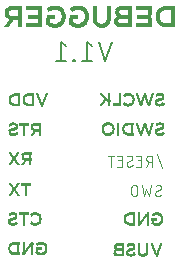
<source format=gbo>
G75*
%MOIN*%
%OFA0B0*%
%FSLAX25Y25*%
%IPPOS*%
%LPD*%
%AMOC8*
5,1,8,0,0,1.08239X$1,22.5*
%
%ADD10R,0.00620X0.00042*%
%ADD11R,0.01120X0.00042*%
%ADD12R,0.01460X0.00041*%
%ADD13R,0.00710X0.00041*%
%ADD14R,0.00630X0.00041*%
%ADD15R,0.01830X0.00041*%
%ADD16R,0.01710X0.00042*%
%ADD17R,0.00710X0.00042*%
%ADD18R,0.00670X0.00042*%
%ADD19R,0.02080X0.00042*%
%ADD20R,0.01920X0.00042*%
%ADD21R,0.02250X0.00042*%
%ADD22R,0.02080X0.00041*%
%ADD23R,0.02370X0.00041*%
%ADD24R,0.00750X0.00042*%
%ADD25R,0.02460X0.00042*%
%ADD26R,0.02420X0.00042*%
%ADD27R,0.00800X0.00042*%
%ADD28R,0.02580X0.00042*%
%ADD29R,0.02580X0.00041*%
%ADD30R,0.00800X0.00041*%
%ADD31R,0.02670X0.00041*%
%ADD32R,0.02700X0.00042*%
%ADD33R,0.00840X0.00042*%
%ADD34R,0.02710X0.00042*%
%ADD35R,0.02800X0.00042*%
%ADD36R,0.00880X0.00042*%
%ADD37R,0.02790X0.00042*%
%ADD38R,0.02960X0.00041*%
%ADD39R,0.00920X0.00041*%
%ADD40R,0.02870X0.00041*%
%ADD41R,0.03040X0.00042*%
%ADD42R,0.00920X0.00042*%
%ADD43R,0.02920X0.00042*%
%ADD44R,0.03120X0.00042*%
%ADD45R,0.00960X0.00042*%
%ADD46R,0.02960X0.00042*%
%ADD47R,0.03250X0.00041*%
%ADD48R,0.01000X0.00041*%
%ADD49R,0.03000X0.00041*%
%ADD50R,0.03340X0.00042*%
%ADD51R,0.01050X0.00042*%
%ADD52R,0.03080X0.00042*%
%ADD53R,0.01380X0.00042*%
%ADD54R,0.01420X0.00042*%
%ADD55R,0.01210X0.00041*%
%ADD56R,0.01250X0.00041*%
%ADD57R,0.01090X0.00041*%
%ADD58R,0.03170X0.00041*%
%ADD59R,0.01130X0.00042*%
%ADD60R,0.01090X0.00042*%
%ADD61R,0.01080X0.00042*%
%ADD62R,0.01000X0.00042*%
%ADD63R,0.01170X0.00042*%
%ADD64R,0.01210X0.00042*%
%ADD65R,0.01040X0.00041*%
%ADD66R,0.00920X0.00041*%
%ADD67R,0.01170X0.00041*%
%ADD68R,0.01130X0.00041*%
%ADD69R,0.00950X0.00042*%
%ADD70R,0.01250X0.00042*%
%ADD71R,0.01040X0.00042*%
%ADD72R,0.00960X0.00041*%
%ADD73R,0.01300X0.00041*%
%ADD74R,0.01340X0.00042*%
%ADD75R,0.00920X0.00042*%
%ADD76R,0.00880X0.00041*%
%ADD77R,0.01380X0.00041*%
%ADD78R,0.01420X0.00042*%
%ADD79R,0.00830X0.00042*%
%ADD80R,0.01460X0.00042*%
%ADD81R,0.00870X0.00041*%
%ADD82R,0.01500X0.00042*%
%ADD83R,0.01550X0.00042*%
%ADD84R,0.00830X0.00041*%
%ADD85R,0.01590X0.00041*%
%ADD86R,0.00790X0.00041*%
%ADD87R,0.00790X0.00042*%
%ADD88R,0.00790X0.00041*%
%ADD89R,0.00870X0.00042*%
%ADD90R,0.00750X0.00041*%
%ADD91R,0.00840X0.00041*%
%ADD92R,0.01750X0.00042*%
%ADD93R,0.01750X0.00041*%
%ADD94R,0.00790X0.00042*%
%ADD95R,0.01590X0.00042*%
%ADD96R,0.01500X0.00041*%
%ADD97R,0.00040X0.00042*%
%ADD98R,0.00080X0.00041*%
%ADD99R,0.01420X0.00041*%
%ADD100R,0.00170X0.00042*%
%ADD101R,0.00910X0.00042*%
%ADD102R,0.00290X0.00042*%
%ADD103R,0.00380X0.00041*%
%ADD104R,0.01340X0.00041*%
%ADD105R,0.00500X0.00042*%
%ADD106R,0.01300X0.00042*%
%ADD107R,0.01040X0.00042*%
%ADD108R,0.00580X0.00042*%
%ADD109R,0.00660X0.00041*%
%ADD110R,0.03170X0.00042*%
%ADD111R,0.03120X0.00041*%
%ADD112R,0.03040X0.00042*%
%ADD113R,0.03040X0.00041*%
%ADD114R,0.01050X0.00041*%
%ADD115R,0.02880X0.00042*%
%ADD116R,0.02870X0.00042*%
%ADD117R,0.02750X0.00041*%
%ADD118R,0.02790X0.00041*%
%ADD119R,0.02620X0.00042*%
%ADD120R,0.02750X0.00042*%
%ADD121R,0.02540X0.00042*%
%ADD122R,0.02670X0.00042*%
%ADD123R,0.02380X0.00041*%
%ADD124R,0.02500X0.00042*%
%ADD125R,0.02370X0.00042*%
%ADD126R,0.01880X0.00041*%
%ADD127R,0.02250X0.00041*%
%ADD128R,0.01700X0.00042*%
%ADD129R,0.01830X0.00042*%
%ADD130R,0.01120X0.00041*%
%ADD131R,0.00660X0.00042*%
%ADD132R,0.00330X0.00041*%
%ADD133R,0.01370X0.00042*%
%ADD134R,0.01330X0.00042*%
%ADD135R,0.01630X0.00041*%
%ADD136R,0.01540X0.00041*%
%ADD137R,0.01790X0.00042*%
%ADD138R,0.01960X0.00042*%
%ADD139R,0.02130X0.00041*%
%ADD140R,0.02090X0.00041*%
%ADD141R,0.02290X0.00042*%
%ADD142R,0.02540X0.00041*%
%ADD143R,0.02500X0.00041*%
%ADD144R,0.02630X0.00042*%
%ADD145R,0.02590X0.00042*%
%ADD146R,0.02830X0.00041*%
%ADD147R,0.02790X0.00041*%
%ADD148R,0.02830X0.00042*%
%ADD149R,0.03080X0.00041*%
%ADD150R,0.01080X0.00041*%
%ADD151R,0.01170X0.00042*%
%ADD152R,0.01040X0.00041*%
%ADD153R,0.00670X0.00041*%
%ADD154R,0.00580X0.00041*%
%ADD155R,0.00460X0.00042*%
%ADD156R,0.00420X0.00042*%
%ADD157R,0.00370X0.00041*%
%ADD158R,0.00340X0.00041*%
%ADD159R,0.00250X0.00042*%
%ADD160R,0.00210X0.00042*%
%ADD161R,0.00160X0.00042*%
%ADD162R,0.00130X0.00041*%
%ADD163R,0.00040X0.00041*%
%ADD164R,0.01200X0.00042*%
%ADD165R,0.01330X0.00041*%
%ADD166R,0.01580X0.00042*%
%ADD167R,0.01710X0.00041*%
%ADD168R,0.01960X0.00041*%
%ADD169R,0.02040X0.00042*%
%ADD170R,0.02040X0.00042*%
%ADD171R,0.02040X0.00041*%
%ADD172R,0.02050X0.00042*%
%ADD173R,0.02000X0.00042*%
%ADD174R,0.02000X0.00041*%
%ADD175R,0.01920X0.00042*%
%ADD176R,0.01870X0.00042*%
%ADD177R,0.01790X0.00041*%
%ADD178R,0.01420X0.00041*%
%ADD179R,0.00120X0.00042*%
%ADD180R,0.00290X0.00041*%
%ADD181R,0.00170X0.00042*%
%ADD182R,0.00620X0.00041*%
%ADD183R,0.00700X0.00042*%
%ADD184R,0.03290X0.00042*%
%ADD185R,0.01290X0.00042*%
%ADD186R,0.03290X0.00041*%
%ADD187R,0.02880X0.00041*%
%ADD188R,0.02660X0.00041*%
%ADD189R,0.02790X0.00042*%
%ADD190R,0.02330X0.00042*%
%ADD191R,0.02170X0.00042*%
%ADD192R,0.02210X0.00041*%
%ADD193R,0.01880X0.00042*%
%ADD194R,0.01670X0.00041*%
%ADD195R,0.01410X0.00042*%
%ADD196R,0.01410X0.00041*%
%ADD197R,0.01450X0.00042*%
%ADD198R,0.01630X0.00042*%
%ADD199R,0.03290X0.00041*%
%ADD200R,0.03290X0.00042*%
%ADD201R,0.02420X0.00041*%
%ADD202R,0.02460X0.00041*%
%ADD203R,0.02670X0.00042*%
%ADD204R,0.02920X0.00042*%
%ADD205R,0.01170X0.00041*%
%ADD206R,0.03000X0.00042*%
%ADD207R,0.03130X0.00042*%
%ADD208R,0.00700X0.00041*%
%ADD209R,0.03170X0.00042*%
%ADD210R,0.03170X0.00041*%
%ADD211R,0.03040X0.00041*%
%ADD212R,0.02380X0.00042*%
%ADD213R,0.02130X0.00042*%
%ADD214R,0.00590X0.00042*%
%ADD215R,0.00410X0.00042*%
%ADD216R,0.02670X0.00041*%
%ADD217R,0.01700X0.00041*%
%ADD218R,0.01910X0.00042*%
%ADD219R,0.03130X0.00041*%
%ADD220R,0.01540X0.00042*%
%ADD221R,0.01160X0.00042*%
%ADD222R,0.01200X0.00041*%
%ADD223R,0.02170X0.00041*%
%ADD224R,0.00630X0.00042*%
%ADD225R,0.02660X0.00042*%
%ADD226R,0.02910X0.00041*%
%ADD227R,0.02920X0.00041*%
%ADD228R,0.03160X0.00042*%
%ADD229R,0.01290X0.00041*%
%ADD230R,0.01370X0.00041*%
%ADD231R,0.00950X0.00041*%
%ADD232R,0.00910X0.00041*%
%ADD233R,0.03160X0.00041*%
%ADD234R,0.02910X0.00042*%
%ADD235R,0.00340X0.00042*%
%ADD236R,0.01540X0.00042*%
%ADD237R,0.02420X0.00042*%
%ADD238R,0.02710X0.00041*%
%ADD239R,0.02090X0.00042*%
%ADD240R,0.02840X0.00042*%
%ADD241R,0.02210X0.00042*%
%ADD242R,0.02330X0.00041*%
%ADD243R,0.02410X0.00042*%
%ADD244R,0.03050X0.00042*%
%ADD245R,0.03090X0.00042*%
%ADD246R,0.02590X0.00041*%
%ADD247R,0.03210X0.00042*%
%ADD248R,0.03210X0.00041*%
%ADD249R,0.03250X0.00042*%
%ADD250R,0.03300X0.00042*%
%ADD251R,0.00420X0.00041*%
%ADD252R,0.00160X0.00041*%
%ADD253R,0.00040X0.00042*%
%ADD254R,0.01580X0.00041*%
%ADD255R,0.01920X0.00041*%
%ADD256R,0.01870X0.00041*%
%ADD257R,0.02920X0.00041*%
%ADD258R,0.00670X0.00042*%
%ADD259R,0.00080X0.00042*%
%ADD260R,0.00250X0.00041*%
%ADD261R,0.00370X0.00042*%
%ADD262R,0.00450X0.00042*%
%ADD263R,0.00590X0.00041*%
%ADD264R,0.03090X0.00041*%
%ADD265R,0.02620X0.00041*%
%ADD266R,0.02300X0.00042*%
%ADD267R,0.02160X0.00041*%
%ADD268R,0.02550X0.00042*%
%ADD269R,0.00330X0.00042*%
%ADD270R,0.02700X0.00041*%
%ADD271R,0.03340X0.00041*%
%ADD272R,0.00170X0.00041*%
%ADD273R,0.00380X0.00042*%
%ADD274R,0.00500X0.00041*%
%ADD275R,0.01620X0.00042*%
%ADD276R,0.01790X0.00042*%
%ADD277R,0.01840X0.00042*%
%ADD278R,0.01950X0.00041*%
%ADD279R,0.02160X0.00042*%
%ADD280R,0.02540X0.00042*%
%ADD281R,0.00420X0.00041*%
%ADD282R,0.00670X0.00041*%
%ADD283R,0.01800X0.00042*%
%ADD284R,0.01920X0.00041*%
%ADD285R,0.01950X0.00042*%
%ADD286R,0.01290X0.00042*%
%ADD287R,0.01290X0.00041*%
%ADD288R,0.00050X0.00042*%
%ADD289R,0.00090X0.00042*%
%ADD290R,0.02630X0.00041*%
%ADD291R,0.02170X0.00041*%
%ADD292R,0.02290X0.00041*%
%ADD293R,0.01550X0.00041*%
%ADD294R,0.00420X0.00042*%
%ADD295R,0.00300X0.00042*%
%ADD296R,0.00200X0.00042*%
%ADD297R,0.00120X0.00041*%
%ADD298R,0.01160X0.00041*%
%ADD299R,0.02200X0.00042*%
%ADD300R,0.02120X0.00042*%
%ADD301R,0.00090X0.00041*%
%ADD302R,0.02950X0.00042*%
%ADD303R,0.02450X0.00042*%
%ADD304R,0.02170X0.00042*%
%ADD305R,0.01670X0.00041*%
%ADD306R,0.01800X0.00041*%
%ADD307R,0.05170X0.00042*%
%ADD308R,0.03620X0.00042*%
%ADD309R,0.05160X0.00042*%
%ADD310R,0.03950X0.00042*%
%ADD311R,0.03460X0.00041*%
%ADD312R,0.05170X0.00041*%
%ADD313R,0.04160X0.00041*%
%ADD314R,0.05160X0.00041*%
%ADD315R,0.03670X0.00042*%
%ADD316R,0.04330X0.00042*%
%ADD317R,0.03800X0.00042*%
%ADD318R,0.04450X0.00042*%
%ADD319R,0.03960X0.00041*%
%ADD320R,0.04580X0.00041*%
%ADD321R,0.04090X0.00042*%
%ADD322R,0.04660X0.00042*%
%ADD323R,0.03540X0.00042*%
%ADD324R,0.04170X0.00042*%
%ADD325R,0.04750X0.00042*%
%ADD326R,0.03450X0.00042*%
%ADD327R,0.03700X0.00042*%
%ADD328R,0.04250X0.00041*%
%ADD329R,0.04830X0.00041*%
%ADD330R,0.03590X0.00041*%
%ADD331R,0.03880X0.00041*%
%ADD332R,0.04380X0.00042*%
%ADD333R,0.04910X0.00042*%
%ADD334R,0.03670X0.00042*%
%ADD335R,0.04040X0.00042*%
%ADD336R,0.04460X0.00042*%
%ADD337R,0.05000X0.00042*%
%ADD338R,0.03790X0.00042*%
%ADD339R,0.04160X0.00042*%
%ADD340R,0.04500X0.00041*%
%ADD341R,0.05040X0.00041*%
%ADD342R,0.03910X0.00041*%
%ADD343R,0.04290X0.00041*%
%ADD344R,0.04590X0.00042*%
%ADD345R,0.05080X0.00042*%
%ADD346R,0.04000X0.00042*%
%ADD347R,0.04670X0.00041*%
%ADD348R,0.04130X0.00041*%
%ADD349R,0.05200X0.00042*%
%ADD350R,0.04210X0.00042*%
%ADD351R,0.04710X0.00042*%
%ADD352R,0.04800X0.00042*%
%ADD353R,0.05250X0.00042*%
%ADD354R,0.04290X0.00042*%
%ADD355R,0.04830X0.00042*%
%ADD356R,0.04840X0.00042*%
%ADD357R,0.05290X0.00042*%
%ADD358R,0.04370X0.00042*%
%ADD359R,0.04920X0.00042*%
%ADD360R,0.04920X0.00041*%
%ADD361R,0.05330X0.00041*%
%ADD362R,0.04450X0.00041*%
%ADD363R,0.01450X0.00041*%
%ADD364R,0.04960X0.00042*%
%ADD365R,0.05370X0.00042*%
%ADD366R,0.04500X0.00042*%
%ADD367R,0.05130X0.00042*%
%ADD368R,0.05050X0.00042*%
%ADD369R,0.05210X0.00042*%
%ADD370R,0.05090X0.00041*%
%ADD371R,0.05410X0.00041*%
%ADD372R,0.04670X0.00041*%
%ADD373R,0.05290X0.00041*%
%ADD374R,0.05450X0.00042*%
%ADD375R,0.05460X0.00042*%
%ADD376R,0.05170X0.00042*%
%ADD377R,0.05500X0.00042*%
%ADD378R,0.04790X0.00042*%
%ADD379R,0.05210X0.00041*%
%ADD380R,0.05500X0.00041*%
%ADD381R,0.02120X0.00041*%
%ADD382R,0.05540X0.00042*%
%ADD383R,0.05300X0.00042*%
%ADD384R,0.01670X0.00042*%
%ADD385R,0.01620X0.00041*%
%ADD386R,0.04120X0.00041*%
%ADD387R,0.04080X0.00042*%
%ADD388R,0.04040X0.00041*%
%ADD389R,0.04290X0.00041*%
%ADD390R,0.04420X0.00042*%
%ADD391R,0.02950X0.00041*%
%ADD392R,0.01660X0.00042*%
%ADD393R,0.04670X0.00042*%
%ADD394R,0.04670X0.00042*%
%ADD395R,0.05370X0.00041*%
%ADD396R,0.04660X0.00041*%
%ADD397R,0.04790X0.00041*%
%ADD398R,0.05330X0.00042*%
%ADD399R,0.04870X0.00042*%
%ADD400R,0.05250X0.00041*%
%ADD401R,0.04960X0.00041*%
%ADD402R,0.05120X0.00042*%
%ADD403R,0.05040X0.00042*%
%ADD404R,0.05080X0.00041*%
%ADD405R,0.04950X0.00042*%
%ADD406R,0.04870X0.00041*%
%ADD407R,0.04790X0.00042*%
%ADD408R,0.04700X0.00042*%
%ADD409R,0.04620X0.00041*%
%ADD410R,0.05290X0.00041*%
%ADD411R,0.04540X0.00042*%
%ADD412R,0.04620X0.00042*%
%ADD413R,0.00130X0.00042*%
%ADD414R,0.00540X0.00042*%
%ADD415R,0.01670X0.00042*%
%ADD416R,0.01910X0.00041*%
%ADD417R,0.05090X0.00042*%
%ADD418R,0.05200X0.00041*%
%ADD419R,0.05290X0.00042*%
%ADD420R,0.05130X0.00041*%
%ADD421R,0.05120X0.00041*%
%ADD422R,0.05000X0.00041*%
%ADD423R,0.05170X0.00041*%
%ADD424R,0.04880X0.00042*%
%ADD425R,0.04800X0.00041*%
%ADD426R,0.04950X0.00041*%
%ADD427R,0.04750X0.00041*%
%ADD428R,0.05040X0.00041*%
%ADD429R,0.04580X0.00042*%
%ADD430R,0.04590X0.00041*%
%ADD431R,0.04790X0.00041*%
%ADD432R,0.04380X0.00041*%
%ADD433R,0.04550X0.00042*%
%ADD434R,0.04250X0.00042*%
%ADD435R,0.04120X0.00042*%
%ADD436R,0.04000X0.00041*%
%ADD437R,0.04710X0.00041*%
%ADD438R,0.03830X0.00042*%
%ADD439R,0.03710X0.00042*%
%ADD440R,0.04540X0.00042*%
%ADD441R,0.04090X0.00041*%
%ADD442R,0.04410X0.00041*%
%ADD443R,0.03540X0.00041*%
%ADD444R,0.04460X0.00041*%
%ADD445R,0.03960X0.00042*%
%ADD446R,0.03330X0.00042*%
%ADD447R,0.03840X0.00042*%
%ADD448R,0.03670X0.00041*%
%ADD449R,0.04080X0.00041*%
%ADD450R,0.03500X0.00042*%
%ADD451R,0.03920X0.00042*%
%ADD452R,0.03790X0.00042*%
%ADD453R,0.02800X0.00041*%
%ADD454R,0.03500X0.00041*%
%ADD455C,0.00300*%
%ADD456C,0.00600*%
D10*
X0025292Y0115667D03*
X0047688Y0155440D03*
X0047688Y0159690D03*
X0058518Y0165321D03*
X0061188Y0165321D03*
D11*
X0061188Y0156190D03*
X0058518Y0156190D03*
X0047768Y0166988D03*
X0063834Y0129696D03*
X0063874Y0125529D03*
X0025292Y0115709D03*
X0015542Y0166091D03*
D12*
X0016303Y0148162D03*
X0019832Y0116876D03*
X0025292Y0115751D03*
X0013783Y0191736D03*
X0014113Y0192194D03*
X0014323Y0192486D03*
X0014403Y0192611D03*
X0014863Y0193236D03*
X0014943Y0193361D03*
X0015033Y0193486D03*
X0032363Y0193361D03*
X0032323Y0196819D03*
X0040073Y0196819D03*
X0040113Y0193361D03*
X0064693Y0193361D03*
X0060504Y0128612D03*
D13*
X0060879Y0128362D03*
X0060879Y0128237D03*
X0060879Y0128112D03*
X0060879Y0127987D03*
X0060879Y0127862D03*
X0060879Y0127737D03*
X0060879Y0127612D03*
X0060879Y0127487D03*
X0060879Y0127362D03*
X0060879Y0127237D03*
X0060879Y0127112D03*
X0060879Y0126987D03*
X0060879Y0126862D03*
X0060879Y0126737D03*
X0060879Y0126612D03*
X0060879Y0126487D03*
X0060879Y0126362D03*
X0060879Y0126237D03*
X0060879Y0126112D03*
X0060879Y0125987D03*
X0060879Y0125862D03*
X0060879Y0125737D03*
X0060879Y0125612D03*
X0062499Y0126487D03*
X0062499Y0126612D03*
X0062499Y0126737D03*
X0062499Y0126862D03*
X0062499Y0126987D03*
X0062499Y0127112D03*
X0060879Y0129612D03*
X0058039Y0129612D03*
X0058039Y0129487D03*
X0058039Y0129362D03*
X0058039Y0129237D03*
X0058039Y0129112D03*
X0058039Y0128987D03*
X0058039Y0128862D03*
X0058039Y0128737D03*
X0058039Y0128612D03*
X0058039Y0128487D03*
X0058039Y0128362D03*
X0058039Y0128237D03*
X0058039Y0128112D03*
X0058039Y0127987D03*
X0058039Y0127862D03*
X0058039Y0127737D03*
X0058039Y0127612D03*
X0058039Y0127487D03*
X0058039Y0127362D03*
X0058039Y0127237D03*
X0058039Y0127112D03*
X0058039Y0126987D03*
X0058039Y0126862D03*
X0056249Y0126862D03*
X0056249Y0126737D03*
X0056249Y0126612D03*
X0056249Y0126487D03*
X0056249Y0126362D03*
X0056249Y0126237D03*
X0056249Y0126987D03*
X0056249Y0127112D03*
X0056249Y0127237D03*
X0056249Y0127362D03*
X0056249Y0127487D03*
X0056249Y0127612D03*
X0056249Y0127737D03*
X0056249Y0127862D03*
X0056249Y0127987D03*
X0056249Y0128112D03*
X0056249Y0128237D03*
X0056249Y0128362D03*
X0056249Y0128487D03*
X0056249Y0128612D03*
X0056249Y0128737D03*
X0056249Y0128862D03*
X0056249Y0128987D03*
X0056316Y0118587D03*
X0056356Y0118462D03*
X0056356Y0118337D03*
X0056356Y0116087D03*
X0057986Y0116587D03*
X0057986Y0116712D03*
X0060736Y0116837D03*
X0060736Y0116962D03*
X0060736Y0117087D03*
X0060736Y0117212D03*
X0060736Y0117337D03*
X0060736Y0117462D03*
X0060736Y0117587D03*
X0060736Y0117712D03*
X0060736Y0117837D03*
X0060736Y0117962D03*
X0060736Y0118087D03*
X0060736Y0118212D03*
X0060736Y0118337D03*
X0060736Y0118462D03*
X0060736Y0118587D03*
X0060736Y0118712D03*
X0060736Y0118837D03*
X0060736Y0118962D03*
X0060736Y0119087D03*
X0060736Y0119212D03*
X0060736Y0119337D03*
X0062736Y0117962D03*
X0062986Y0117337D03*
X0063026Y0117212D03*
X0063236Y0116712D03*
X0063276Y0116587D03*
X0063316Y0116462D03*
X0063776Y0115337D03*
X0064356Y0116837D03*
X0054106Y0116212D03*
X0054066Y0116337D03*
X0054066Y0116462D03*
X0052486Y0116462D03*
X0052486Y0116337D03*
X0052486Y0116212D03*
X0052486Y0116087D03*
X0052486Y0115962D03*
X0052486Y0116587D03*
X0052486Y0116712D03*
X0052486Y0116837D03*
X0052486Y0116962D03*
X0052486Y0117087D03*
X0052486Y0117837D03*
X0052486Y0117962D03*
X0052486Y0118087D03*
X0052486Y0118212D03*
X0052486Y0118337D03*
X0052486Y0118462D03*
X0052486Y0118587D03*
X0052486Y0118712D03*
X0050026Y0118337D03*
X0050026Y0118212D03*
X0050066Y0118087D03*
X0049816Y0116712D03*
X0049776Y0116587D03*
X0049776Y0116462D03*
X0051063Y0155648D03*
X0051063Y0155773D03*
X0051063Y0155898D03*
X0051063Y0156023D03*
X0051063Y0156148D03*
X0051063Y0156273D03*
X0051063Y0156398D03*
X0051063Y0156481D03*
X0051063Y0156648D03*
X0051063Y0156773D03*
X0051063Y0156898D03*
X0051063Y0157023D03*
X0051063Y0157148D03*
X0051063Y0157273D03*
X0051063Y0157398D03*
X0051063Y0157481D03*
X0051063Y0157606D03*
X0051063Y0157773D03*
X0051063Y0157898D03*
X0051063Y0158023D03*
X0051063Y0158148D03*
X0051063Y0158273D03*
X0051063Y0158398D03*
X0051063Y0158523D03*
X0051063Y0158606D03*
X0051063Y0158773D03*
X0051063Y0158898D03*
X0051063Y0159023D03*
X0051063Y0159148D03*
X0051063Y0159273D03*
X0051063Y0159398D03*
X0051063Y0159523D03*
X0051063Y0159606D03*
X0051603Y0166029D03*
X0051603Y0166154D03*
X0051603Y0166279D03*
X0051603Y0166404D03*
X0051603Y0166487D03*
X0051603Y0166612D03*
X0051603Y0166779D03*
X0051603Y0166904D03*
X0051603Y0167029D03*
X0051603Y0167154D03*
X0051603Y0167279D03*
X0051603Y0167404D03*
X0051603Y0167529D03*
X0051603Y0167612D03*
X0051603Y0167779D03*
X0051603Y0167904D03*
X0051603Y0168029D03*
X0051603Y0168154D03*
X0051603Y0168279D03*
X0051603Y0168404D03*
X0051603Y0168529D03*
X0051603Y0168612D03*
X0051603Y0168779D03*
X0051603Y0168904D03*
X0051603Y0169029D03*
X0051603Y0169154D03*
X0051603Y0169279D03*
X0051603Y0169404D03*
X0055683Y0158898D03*
X0055683Y0158773D03*
X0055683Y0158606D03*
X0055683Y0158523D03*
X0055683Y0158398D03*
X0055683Y0158273D03*
X0055683Y0158148D03*
X0055683Y0158023D03*
X0055683Y0157898D03*
X0055683Y0157773D03*
X0055683Y0157606D03*
X0055683Y0157481D03*
X0055683Y0157398D03*
X0055683Y0157273D03*
X0055683Y0157148D03*
X0055683Y0157023D03*
X0055683Y0156898D03*
X0055683Y0156773D03*
X0055683Y0156648D03*
X0055683Y0156481D03*
X0055683Y0156398D03*
X0055683Y0156273D03*
X0057683Y0158023D03*
X0057773Y0157773D03*
X0057853Y0157606D03*
X0057893Y0157481D03*
X0057893Y0157398D03*
X0057933Y0157273D03*
X0058023Y0157023D03*
X0058063Y0156898D03*
X0058103Y0156773D03*
X0058893Y0156648D03*
X0058933Y0156773D03*
X0059023Y0157023D03*
X0059063Y0157148D03*
X0059103Y0157273D03*
X0059143Y0157398D03*
X0059183Y0157481D03*
X0059273Y0157773D03*
X0059313Y0157898D03*
X0059353Y0158023D03*
X0059393Y0158148D03*
X0059433Y0158273D03*
X0061523Y0156648D03*
X0061813Y0157481D03*
X0061853Y0157606D03*
X0063683Y0156648D03*
X0063683Y0156481D03*
X0065933Y0158773D03*
X0063683Y0166404D03*
X0063683Y0166487D03*
X0061773Y0167154D03*
X0061683Y0166904D03*
X0061643Y0166779D03*
X0061523Y0166487D03*
X0061183Y0165404D03*
X0060433Y0167529D03*
X0060353Y0167779D03*
X0060313Y0167904D03*
X0060273Y0168029D03*
X0059433Y0168029D03*
X0059393Y0167904D03*
X0059353Y0167779D03*
X0059273Y0167612D03*
X0059273Y0167529D03*
X0058933Y0166612D03*
X0058893Y0166487D03*
X0058103Y0166612D03*
X0058063Y0166779D03*
X0058023Y0166904D03*
X0057933Y0167154D03*
X0057893Y0167279D03*
X0057853Y0167404D03*
X0057813Y0167529D03*
X0057773Y0167612D03*
X0057683Y0167904D03*
X0057643Y0168029D03*
X0057603Y0168154D03*
X0057563Y0168279D03*
X0057523Y0168404D03*
X0057393Y0168779D03*
X0058523Y0165404D03*
X0065933Y0168612D03*
X0025957Y0166299D03*
X0025207Y0166299D03*
X0025167Y0166424D03*
X0025047Y0166674D03*
X0024957Y0166924D03*
X0024707Y0167549D03*
X0022457Y0167549D03*
X0022457Y0167424D03*
X0022457Y0167299D03*
X0022457Y0167174D03*
X0022457Y0167049D03*
X0022457Y0166924D03*
X0022457Y0166799D03*
X0022457Y0166674D03*
X0022457Y0166549D03*
X0022457Y0166424D03*
X0022457Y0166299D03*
X0022457Y0166174D03*
X0022457Y0166049D03*
X0022457Y0167674D03*
X0022457Y0167799D03*
X0022457Y0167924D03*
X0022457Y0168049D03*
X0022457Y0168174D03*
X0022457Y0168299D03*
X0022457Y0168424D03*
X0022457Y0168549D03*
X0022457Y0168674D03*
X0024908Y0158918D03*
X0024908Y0158793D03*
X0024908Y0158668D03*
X0024908Y0158543D03*
X0024908Y0158418D03*
X0024908Y0158293D03*
X0024908Y0158168D03*
X0024908Y0158043D03*
X0024908Y0157918D03*
X0024908Y0157793D03*
X0024908Y0157668D03*
X0024908Y0156918D03*
X0024908Y0156751D03*
X0024908Y0156668D03*
X0024908Y0156543D03*
X0024908Y0156418D03*
X0024908Y0156251D03*
X0024908Y0156168D03*
X0024908Y0156043D03*
X0024908Y0155918D03*
X0024908Y0155751D03*
X0024908Y0155668D03*
X0024908Y0155543D03*
X0022328Y0158043D03*
X0022328Y0158543D03*
X0019658Y0158543D03*
X0019658Y0158418D03*
X0019658Y0158293D03*
X0019658Y0158168D03*
X0019658Y0158043D03*
X0019658Y0157918D03*
X0019658Y0157793D03*
X0019658Y0157668D03*
X0019658Y0157543D03*
X0019658Y0157418D03*
X0019658Y0157293D03*
X0019658Y0157168D03*
X0019658Y0157043D03*
X0019658Y0156918D03*
X0019658Y0156751D03*
X0019658Y0156668D03*
X0019658Y0156543D03*
X0019658Y0156418D03*
X0019658Y0156251D03*
X0019658Y0156168D03*
X0019658Y0156043D03*
X0019658Y0155918D03*
X0019658Y0155751D03*
X0019658Y0155668D03*
X0019658Y0155543D03*
X0019658Y0158668D03*
X0019658Y0158793D03*
X0019658Y0158918D03*
X0017118Y0158668D03*
X0017118Y0158543D03*
X0017118Y0158418D03*
X0017118Y0156251D03*
X0014828Y0156543D03*
X0014828Y0156668D03*
X0015118Y0158918D03*
X0017877Y0166049D03*
X0017877Y0166174D03*
X0017877Y0166299D03*
X0017877Y0166424D03*
X0017877Y0166549D03*
X0017877Y0166674D03*
X0017877Y0166799D03*
X0017877Y0166924D03*
X0017877Y0167049D03*
X0017877Y0167174D03*
X0017877Y0167299D03*
X0017877Y0167424D03*
X0017877Y0167549D03*
X0017877Y0167674D03*
X0017877Y0167799D03*
X0017877Y0167924D03*
X0017877Y0168049D03*
X0017877Y0168174D03*
X0017877Y0168299D03*
X0017877Y0168424D03*
X0017877Y0168549D03*
X0017877Y0168674D03*
X0021758Y0149037D03*
X0021758Y0148912D03*
X0021758Y0148787D03*
X0021758Y0148662D03*
X0021758Y0148537D03*
X0021758Y0148412D03*
X0021758Y0148287D03*
X0021758Y0148162D03*
X0021758Y0148037D03*
X0021758Y0147912D03*
X0021758Y0147745D03*
X0021758Y0147037D03*
X0021758Y0146912D03*
X0021758Y0146745D03*
X0021758Y0146662D03*
X0021758Y0146537D03*
X0021758Y0146412D03*
X0021758Y0146287D03*
X0021758Y0146162D03*
X0021758Y0146037D03*
X0021758Y0145912D03*
X0021758Y0145787D03*
X0021758Y0145662D03*
X0020365Y0138763D03*
X0020365Y0138638D03*
X0020365Y0138513D03*
X0020365Y0138346D03*
X0020365Y0138263D03*
X0020365Y0138138D03*
X0020365Y0138013D03*
X0020365Y0137846D03*
X0020365Y0137763D03*
X0020365Y0137638D03*
X0020365Y0137513D03*
X0020365Y0137346D03*
X0020365Y0137263D03*
X0020365Y0137138D03*
X0020365Y0137013D03*
X0020365Y0136846D03*
X0020365Y0136763D03*
X0020365Y0136638D03*
X0020365Y0136513D03*
X0020365Y0136388D03*
X0020365Y0136263D03*
X0020365Y0136138D03*
X0020365Y0136013D03*
X0020365Y0135888D03*
X0020365Y0135763D03*
X0020365Y0135638D03*
X0020365Y0135513D03*
X0019578Y0129007D03*
X0019578Y0128882D03*
X0019578Y0128757D03*
X0019578Y0128632D03*
X0019578Y0128507D03*
X0019578Y0128382D03*
X0019578Y0128257D03*
X0019578Y0128132D03*
X0019578Y0128007D03*
X0019578Y0127882D03*
X0019578Y0127757D03*
X0019578Y0127632D03*
X0019578Y0127507D03*
X0019578Y0127382D03*
X0019578Y0127257D03*
X0019578Y0127132D03*
X0019578Y0127007D03*
X0019578Y0126882D03*
X0019578Y0126757D03*
X0019578Y0126632D03*
X0019578Y0126507D03*
X0019578Y0126382D03*
X0019578Y0126257D03*
X0019578Y0126132D03*
X0019578Y0126007D03*
X0019578Y0125882D03*
X0019578Y0125757D03*
X0019578Y0125632D03*
X0019457Y0119751D03*
X0019457Y0119626D03*
X0019457Y0119501D03*
X0019457Y0119376D03*
X0019457Y0119251D03*
X0019457Y0119126D03*
X0019457Y0119001D03*
X0019457Y0118876D03*
X0019457Y0118751D03*
X0019457Y0118626D03*
X0019457Y0118501D03*
X0019457Y0118376D03*
X0019457Y0118251D03*
X0019457Y0118126D03*
X0019457Y0118001D03*
X0019457Y0117876D03*
X0019457Y0117751D03*
X0019457Y0117626D03*
X0019457Y0117459D03*
X0019457Y0117376D03*
X0019457Y0117251D03*
X0019457Y0117126D03*
X0019457Y0115876D03*
X0017667Y0116501D03*
X0017667Y0116626D03*
X0017667Y0116751D03*
X0017667Y0116876D03*
X0017667Y0117001D03*
X0017667Y0117126D03*
X0017667Y0117251D03*
X0017667Y0117376D03*
X0017667Y0117459D03*
X0017667Y0117626D03*
X0017667Y0117751D03*
X0017667Y0117876D03*
X0017667Y0118001D03*
X0017667Y0118126D03*
X0017667Y0118251D03*
X0017667Y0118376D03*
X0017667Y0118501D03*
X0017667Y0118626D03*
X0017667Y0118751D03*
X0017667Y0118876D03*
X0017667Y0119001D03*
X0017667Y0119126D03*
X0014698Y0126632D03*
X0014698Y0126757D03*
X0014988Y0129007D03*
X0016988Y0128757D03*
X0016988Y0128632D03*
X0016988Y0128507D03*
X0022297Y0118626D03*
X0022297Y0118501D03*
X0022297Y0118376D03*
X0022297Y0118251D03*
X0022297Y0118126D03*
X0022297Y0118001D03*
X0022297Y0117876D03*
X0022297Y0117751D03*
X0022297Y0117626D03*
X0022297Y0117459D03*
X0022297Y0117376D03*
X0022297Y0117251D03*
X0022297Y0117126D03*
X0022297Y0117001D03*
X0022297Y0116876D03*
X0022297Y0116751D03*
X0022297Y0116626D03*
X0022297Y0116501D03*
X0022297Y0116376D03*
X0022297Y0116251D03*
X0022297Y0116126D03*
X0022297Y0116001D03*
X0022297Y0115876D03*
X0022297Y0115751D03*
X0023917Y0116626D03*
X0023917Y0116751D03*
X0023917Y0116876D03*
X0023917Y0117001D03*
X0023917Y0117126D03*
X0023917Y0117251D03*
X0023917Y0117376D03*
X0019178Y0148162D03*
D14*
X0023368Y0129757D03*
X0023368Y0125507D03*
X0019417Y0115751D03*
X0054393Y0165279D03*
X0054393Y0169529D03*
X0059853Y0159606D03*
D15*
X0017107Y0115751D03*
X0017317Y0169424D03*
X0021897Y0169424D03*
X0031758Y0197361D03*
X0039508Y0197361D03*
X0055123Y0159606D03*
D16*
X0064393Y0157315D03*
X0065313Y0157857D03*
X0065313Y0167696D03*
X0064853Y0169363D03*
X0065028Y0193028D03*
X0064988Y0193070D03*
X0064988Y0197070D03*
X0050698Y0192820D03*
X0039738Y0192945D03*
X0036068Y0197445D03*
X0031988Y0192945D03*
X0028318Y0197445D03*
X0014278Y0197278D03*
X0015988Y0159502D03*
X0016448Y0157835D03*
X0015868Y0129590D03*
X0016328Y0127923D03*
X0025297Y0115792D03*
X0054776Y0117129D03*
D17*
X0054066Y0116546D03*
X0054066Y0116504D03*
X0054066Y0116421D03*
X0054066Y0116379D03*
X0054066Y0116296D03*
X0054106Y0116171D03*
X0054356Y0118754D03*
X0052486Y0118754D03*
X0052486Y0118796D03*
X0052486Y0118671D03*
X0052486Y0118629D03*
X0052486Y0118546D03*
X0052486Y0118504D03*
X0052486Y0118421D03*
X0052486Y0118379D03*
X0052486Y0118296D03*
X0052486Y0118254D03*
X0052486Y0118171D03*
X0052486Y0118129D03*
X0052486Y0118046D03*
X0052486Y0118004D03*
X0052486Y0117921D03*
X0052486Y0117879D03*
X0052486Y0117796D03*
X0052486Y0117754D03*
X0052486Y0117046D03*
X0052486Y0117004D03*
X0052486Y0116921D03*
X0052486Y0116879D03*
X0052486Y0116796D03*
X0052486Y0116754D03*
X0052486Y0116671D03*
X0052486Y0116629D03*
X0052486Y0116546D03*
X0052486Y0116504D03*
X0052486Y0116421D03*
X0052486Y0116379D03*
X0052486Y0116296D03*
X0052486Y0116254D03*
X0052486Y0116171D03*
X0052486Y0116129D03*
X0052486Y0116046D03*
X0052486Y0116004D03*
X0049776Y0116379D03*
X0049776Y0116421D03*
X0049776Y0116504D03*
X0049776Y0116546D03*
X0049776Y0116629D03*
X0049776Y0116671D03*
X0049816Y0116754D03*
X0049816Y0116796D03*
X0050146Y0117921D03*
X0050106Y0118004D03*
X0050066Y0118046D03*
X0050026Y0118254D03*
X0050026Y0118296D03*
X0050026Y0118379D03*
X0050026Y0118421D03*
X0056316Y0118546D03*
X0056356Y0118504D03*
X0056356Y0118421D03*
X0056356Y0118379D03*
X0056356Y0118296D03*
X0056356Y0118254D03*
X0057986Y0116754D03*
X0057986Y0116671D03*
X0057986Y0116629D03*
X0060736Y0116796D03*
X0060736Y0116879D03*
X0060736Y0116921D03*
X0060736Y0117004D03*
X0060736Y0117046D03*
X0060736Y0117129D03*
X0060736Y0117171D03*
X0060736Y0117254D03*
X0060736Y0117296D03*
X0060736Y0117379D03*
X0060736Y0117421D03*
X0060736Y0117504D03*
X0060736Y0117546D03*
X0060736Y0117629D03*
X0060736Y0117671D03*
X0060736Y0117754D03*
X0060736Y0117796D03*
X0060736Y0117879D03*
X0060736Y0117921D03*
X0060736Y0118004D03*
X0060736Y0118046D03*
X0060736Y0118129D03*
X0060736Y0118171D03*
X0060736Y0118254D03*
X0060736Y0118296D03*
X0060736Y0118379D03*
X0060736Y0118421D03*
X0060736Y0118504D03*
X0060736Y0118546D03*
X0060736Y0118629D03*
X0060736Y0118671D03*
X0060736Y0118754D03*
X0060736Y0118796D03*
X0060736Y0118879D03*
X0060736Y0118921D03*
X0060736Y0119004D03*
X0060736Y0119046D03*
X0060736Y0119129D03*
X0060736Y0119171D03*
X0060736Y0119254D03*
X0060736Y0119296D03*
X0060736Y0119379D03*
X0060736Y0119421D03*
X0060879Y0125571D03*
X0060879Y0125654D03*
X0060879Y0125696D03*
X0060879Y0125779D03*
X0060879Y0125821D03*
X0060879Y0125904D03*
X0060879Y0125946D03*
X0060879Y0126029D03*
X0060879Y0126071D03*
X0060879Y0126154D03*
X0060879Y0126196D03*
X0060879Y0126279D03*
X0060879Y0126321D03*
X0060879Y0126404D03*
X0060879Y0126446D03*
X0060879Y0126529D03*
X0060879Y0126571D03*
X0060879Y0126654D03*
X0060879Y0126696D03*
X0060879Y0126779D03*
X0060879Y0126821D03*
X0060879Y0126904D03*
X0060879Y0126946D03*
X0060879Y0127029D03*
X0060879Y0127071D03*
X0060879Y0127154D03*
X0060879Y0127196D03*
X0060879Y0127279D03*
X0060879Y0127321D03*
X0060879Y0127404D03*
X0060879Y0127446D03*
X0060879Y0127529D03*
X0060879Y0127571D03*
X0060879Y0127654D03*
X0060879Y0127696D03*
X0060879Y0127779D03*
X0060879Y0127821D03*
X0060879Y0127904D03*
X0060879Y0127946D03*
X0060879Y0128029D03*
X0060879Y0128071D03*
X0060879Y0128154D03*
X0060879Y0128196D03*
X0060879Y0128279D03*
X0060879Y0128321D03*
X0060879Y0128404D03*
X0060879Y0128446D03*
X0062499Y0127196D03*
X0062499Y0127154D03*
X0062499Y0127071D03*
X0062499Y0127029D03*
X0062499Y0126946D03*
X0062499Y0126904D03*
X0062499Y0126821D03*
X0062499Y0126779D03*
X0062499Y0126696D03*
X0062499Y0126654D03*
X0062499Y0126571D03*
X0062499Y0126529D03*
X0062499Y0126446D03*
X0062816Y0117754D03*
X0062896Y0117546D03*
X0063066Y0117129D03*
X0063106Y0117004D03*
X0063146Y0116921D03*
X0063236Y0116671D03*
X0063276Y0116629D03*
X0063316Y0116504D03*
X0063356Y0116421D03*
X0063356Y0116379D03*
X0063396Y0116296D03*
X0064146Y0116296D03*
X0064276Y0116629D03*
X0063776Y0115379D03*
X0058039Y0125696D03*
X0058039Y0126904D03*
X0058039Y0126946D03*
X0058039Y0127029D03*
X0058039Y0127071D03*
X0058039Y0127154D03*
X0058039Y0127196D03*
X0058039Y0127279D03*
X0058039Y0127321D03*
X0058039Y0127404D03*
X0058039Y0127446D03*
X0058039Y0127529D03*
X0058039Y0127571D03*
X0058039Y0127654D03*
X0058039Y0127696D03*
X0058039Y0127779D03*
X0058039Y0127821D03*
X0058039Y0127904D03*
X0058039Y0127946D03*
X0058039Y0128029D03*
X0058039Y0128071D03*
X0058039Y0128154D03*
X0058039Y0128196D03*
X0058039Y0128279D03*
X0058039Y0128321D03*
X0058039Y0128404D03*
X0058039Y0128446D03*
X0058039Y0128529D03*
X0058039Y0128571D03*
X0058039Y0128654D03*
X0058039Y0128696D03*
X0058039Y0128779D03*
X0058039Y0128821D03*
X0058039Y0128904D03*
X0058039Y0128946D03*
X0058039Y0129029D03*
X0058039Y0129071D03*
X0058039Y0129154D03*
X0058039Y0129196D03*
X0058039Y0129279D03*
X0058039Y0129321D03*
X0058039Y0129404D03*
X0058039Y0129446D03*
X0058039Y0129529D03*
X0058039Y0129571D03*
X0058039Y0129654D03*
X0056249Y0128946D03*
X0056249Y0128904D03*
X0056249Y0128821D03*
X0056249Y0128779D03*
X0056249Y0128696D03*
X0056249Y0128654D03*
X0056249Y0128571D03*
X0056249Y0128529D03*
X0056249Y0128446D03*
X0056249Y0128404D03*
X0056249Y0128321D03*
X0056249Y0128279D03*
X0056249Y0128196D03*
X0056249Y0128154D03*
X0056249Y0128071D03*
X0056249Y0128029D03*
X0056249Y0127946D03*
X0056249Y0127904D03*
X0056249Y0127821D03*
X0056249Y0127779D03*
X0056249Y0127696D03*
X0056249Y0127654D03*
X0056249Y0127571D03*
X0056249Y0127529D03*
X0056249Y0127446D03*
X0056249Y0127404D03*
X0056249Y0127321D03*
X0056249Y0127279D03*
X0056249Y0127196D03*
X0056249Y0127154D03*
X0056249Y0127071D03*
X0056249Y0127029D03*
X0056249Y0126946D03*
X0056249Y0126904D03*
X0056249Y0126821D03*
X0056249Y0126779D03*
X0056249Y0126696D03*
X0056249Y0126654D03*
X0056249Y0126571D03*
X0056249Y0126529D03*
X0056249Y0126446D03*
X0056249Y0126404D03*
X0056249Y0126321D03*
X0056249Y0126279D03*
X0058523Y0155565D03*
X0058523Y0155607D03*
X0058893Y0156607D03*
X0058933Y0156732D03*
X0059023Y0156982D03*
X0059063Y0157107D03*
X0059103Y0157232D03*
X0059143Y0157357D03*
X0059183Y0157523D03*
X0059273Y0157690D03*
X0059273Y0157732D03*
X0059313Y0157815D03*
X0059313Y0157857D03*
X0059353Y0157940D03*
X0059353Y0157982D03*
X0059393Y0158065D03*
X0059393Y0158107D03*
X0059433Y0158190D03*
X0059433Y0158232D03*
X0060273Y0158232D03*
X0060273Y0158190D03*
X0060313Y0158107D03*
X0060313Y0158065D03*
X0060353Y0157940D03*
X0060393Y0157815D03*
X0060433Y0157690D03*
X0061683Y0157107D03*
X0061683Y0157065D03*
X0061643Y0156982D03*
X0061643Y0156940D03*
X0061603Y0156857D03*
X0061603Y0156815D03*
X0061563Y0156732D03*
X0061563Y0156690D03*
X0061523Y0156607D03*
X0061773Y0157315D03*
X0061773Y0157357D03*
X0061893Y0157732D03*
X0061933Y0157857D03*
X0062023Y0158107D03*
X0062063Y0158232D03*
X0061183Y0155607D03*
X0061183Y0155565D03*
X0059853Y0159482D03*
X0057773Y0157857D03*
X0057773Y0157815D03*
X0057813Y0157732D03*
X0057813Y0157690D03*
X0057813Y0157648D03*
X0057853Y0157565D03*
X0057853Y0157523D03*
X0057893Y0157440D03*
X0057933Y0157357D03*
X0057933Y0157315D03*
X0058023Y0157107D03*
X0058023Y0157065D03*
X0058063Y0156940D03*
X0058103Y0156815D03*
X0058143Y0156690D03*
X0057683Y0158065D03*
X0057683Y0158107D03*
X0057643Y0158190D03*
X0057643Y0158232D03*
X0057603Y0158315D03*
X0057563Y0158440D03*
X0057523Y0158565D03*
X0057433Y0158815D03*
X0057393Y0158940D03*
X0055683Y0158940D03*
X0055683Y0158857D03*
X0055683Y0158815D03*
X0055683Y0158732D03*
X0055683Y0158690D03*
X0055683Y0158648D03*
X0055683Y0158565D03*
X0055683Y0158482D03*
X0055683Y0158440D03*
X0055683Y0158357D03*
X0055683Y0158315D03*
X0055683Y0158232D03*
X0055683Y0158190D03*
X0055683Y0158107D03*
X0055683Y0158065D03*
X0055683Y0157982D03*
X0055683Y0157940D03*
X0055683Y0157857D03*
X0055683Y0157815D03*
X0055683Y0157732D03*
X0055683Y0157690D03*
X0055683Y0157648D03*
X0055683Y0157565D03*
X0055683Y0157523D03*
X0055683Y0157440D03*
X0055683Y0157357D03*
X0055683Y0157315D03*
X0055683Y0157232D03*
X0055683Y0157190D03*
X0055683Y0157107D03*
X0055683Y0157065D03*
X0055683Y0156982D03*
X0055683Y0156940D03*
X0055683Y0156857D03*
X0055683Y0156815D03*
X0055683Y0156732D03*
X0055683Y0156690D03*
X0055683Y0156607D03*
X0055683Y0156565D03*
X0055683Y0156523D03*
X0055683Y0156440D03*
X0055683Y0156357D03*
X0055683Y0156315D03*
X0055683Y0156232D03*
X0055683Y0156190D03*
X0058523Y0165446D03*
X0058893Y0166446D03*
X0058933Y0166571D03*
X0059023Y0166821D03*
X0059023Y0166863D03*
X0059063Y0166946D03*
X0059063Y0166988D03*
X0059103Y0167071D03*
X0059103Y0167113D03*
X0059143Y0167196D03*
X0059143Y0167238D03*
X0059183Y0167321D03*
X0059183Y0167363D03*
X0059273Y0167571D03*
X0059313Y0167654D03*
X0059313Y0167696D03*
X0059313Y0167738D03*
X0059353Y0167821D03*
X0059353Y0167863D03*
X0059393Y0167946D03*
X0059393Y0167988D03*
X0059433Y0168071D03*
X0059433Y0168113D03*
X0060273Y0168071D03*
X0060313Y0167946D03*
X0060393Y0167654D03*
X0061683Y0166946D03*
X0061643Y0166821D03*
X0061603Y0166696D03*
X0061603Y0166654D03*
X0061563Y0166571D03*
X0061563Y0166529D03*
X0061523Y0166446D03*
X0061773Y0167196D03*
X0061813Y0167321D03*
X0061853Y0167446D03*
X0061893Y0167571D03*
X0061933Y0167696D03*
X0062023Y0167946D03*
X0062063Y0168071D03*
X0061183Y0165446D03*
X0059853Y0169321D03*
X0057773Y0167696D03*
X0057773Y0167654D03*
X0057813Y0167571D03*
X0057813Y0167488D03*
X0057853Y0167446D03*
X0057853Y0167363D03*
X0057893Y0167321D03*
X0057893Y0167238D03*
X0057933Y0167196D03*
X0057933Y0167113D03*
X0058023Y0166946D03*
X0058023Y0166863D03*
X0058063Y0166738D03*
X0058103Y0166654D03*
X0058143Y0166529D03*
X0057683Y0167863D03*
X0057683Y0167946D03*
X0057643Y0168071D03*
X0057433Y0168654D03*
X0053313Y0168696D03*
X0051603Y0168696D03*
X0051603Y0168738D03*
X0051603Y0168821D03*
X0051603Y0168863D03*
X0051603Y0168946D03*
X0051603Y0168988D03*
X0051603Y0169071D03*
X0051603Y0169113D03*
X0051603Y0169196D03*
X0051603Y0169238D03*
X0051603Y0169321D03*
X0051603Y0169363D03*
X0051603Y0169446D03*
X0051603Y0168654D03*
X0051603Y0168571D03*
X0051603Y0168488D03*
X0051603Y0168446D03*
X0051603Y0168363D03*
X0051603Y0168321D03*
X0051603Y0168238D03*
X0051603Y0168196D03*
X0051603Y0168113D03*
X0051603Y0168071D03*
X0051603Y0167988D03*
X0051603Y0167946D03*
X0051603Y0167863D03*
X0051603Y0167821D03*
X0051603Y0167738D03*
X0051603Y0167696D03*
X0051603Y0167654D03*
X0051603Y0167571D03*
X0051603Y0167488D03*
X0051603Y0167446D03*
X0051603Y0167363D03*
X0051603Y0167321D03*
X0051603Y0167238D03*
X0051603Y0167196D03*
X0051603Y0167113D03*
X0051603Y0167071D03*
X0051603Y0166988D03*
X0051603Y0166946D03*
X0051603Y0166863D03*
X0051603Y0166821D03*
X0051603Y0166738D03*
X0051603Y0166696D03*
X0051603Y0166654D03*
X0051603Y0166571D03*
X0051603Y0166529D03*
X0051603Y0166446D03*
X0051603Y0166363D03*
X0051603Y0166321D03*
X0051603Y0166238D03*
X0051603Y0166196D03*
X0051603Y0166113D03*
X0051603Y0166071D03*
X0051063Y0159565D03*
X0051063Y0159482D03*
X0051063Y0159440D03*
X0051063Y0159357D03*
X0051063Y0159315D03*
X0051063Y0159232D03*
X0051063Y0159190D03*
X0051063Y0159107D03*
X0051063Y0159065D03*
X0051063Y0158982D03*
X0051063Y0158940D03*
X0051063Y0158857D03*
X0051063Y0158815D03*
X0051063Y0158732D03*
X0051063Y0158690D03*
X0051063Y0158648D03*
X0051063Y0158565D03*
X0051063Y0158482D03*
X0051063Y0158440D03*
X0051063Y0158357D03*
X0051063Y0158315D03*
X0051063Y0158232D03*
X0051063Y0158190D03*
X0051063Y0158107D03*
X0051063Y0158065D03*
X0051063Y0157982D03*
X0051063Y0157940D03*
X0051063Y0157857D03*
X0051063Y0157815D03*
X0051063Y0157732D03*
X0051063Y0157690D03*
X0051063Y0157648D03*
X0051063Y0157565D03*
X0051063Y0157523D03*
X0051063Y0157440D03*
X0051063Y0157357D03*
X0051063Y0157315D03*
X0051063Y0157232D03*
X0051063Y0157190D03*
X0051063Y0157107D03*
X0051063Y0157065D03*
X0051063Y0156982D03*
X0051063Y0156940D03*
X0051063Y0156857D03*
X0051063Y0156815D03*
X0051063Y0156732D03*
X0051063Y0156690D03*
X0051063Y0156607D03*
X0051063Y0156565D03*
X0051063Y0156523D03*
X0051063Y0156440D03*
X0051063Y0156357D03*
X0051063Y0156315D03*
X0051063Y0156232D03*
X0051063Y0156190D03*
X0051063Y0156107D03*
X0051063Y0156065D03*
X0051063Y0155982D03*
X0051063Y0155940D03*
X0051063Y0155857D03*
X0051063Y0155815D03*
X0051063Y0155732D03*
X0051063Y0155690D03*
X0051063Y0155607D03*
X0051063Y0155565D03*
X0051063Y0155523D03*
X0063683Y0156523D03*
X0063683Y0156565D03*
X0063683Y0156607D03*
X0063683Y0156690D03*
X0063683Y0156732D03*
X0065933Y0158732D03*
X0063683Y0166321D03*
X0063683Y0166363D03*
X0063683Y0166446D03*
X0063683Y0166529D03*
X0063683Y0166571D03*
X0065933Y0168571D03*
X0026167Y0166841D03*
X0026087Y0166633D03*
X0025167Y0166383D03*
X0025127Y0166466D03*
X0025127Y0166508D03*
X0025087Y0166591D03*
X0025087Y0166633D03*
X0025047Y0166716D03*
X0024917Y0167008D03*
X0024877Y0167133D03*
X0024837Y0167216D03*
X0024797Y0167341D03*
X0024627Y0167758D03*
X0024547Y0167966D03*
X0022457Y0167966D03*
X0022457Y0168008D03*
X0022457Y0168091D03*
X0022457Y0168133D03*
X0022457Y0168216D03*
X0022457Y0168258D03*
X0022457Y0168341D03*
X0022457Y0168383D03*
X0022457Y0168466D03*
X0022457Y0168508D03*
X0022457Y0168591D03*
X0022457Y0168633D03*
X0022457Y0168716D03*
X0022457Y0168758D03*
X0022457Y0167883D03*
X0022457Y0167841D03*
X0022457Y0167758D03*
X0022457Y0167716D03*
X0022457Y0167633D03*
X0022457Y0167591D03*
X0022457Y0167508D03*
X0022457Y0167466D03*
X0022457Y0167383D03*
X0022457Y0167341D03*
X0022457Y0167258D03*
X0022457Y0167216D03*
X0022457Y0167133D03*
X0022457Y0167091D03*
X0022457Y0167008D03*
X0022457Y0166966D03*
X0022457Y0166883D03*
X0022457Y0166841D03*
X0022457Y0166758D03*
X0022457Y0166716D03*
X0022457Y0166633D03*
X0022457Y0166591D03*
X0022457Y0166508D03*
X0022457Y0166466D03*
X0022457Y0166383D03*
X0022457Y0166341D03*
X0022457Y0166258D03*
X0022457Y0166216D03*
X0022457Y0166133D03*
X0022457Y0166091D03*
X0022457Y0166008D03*
X0025587Y0165383D03*
X0025587Y0165341D03*
X0024908Y0158877D03*
X0024908Y0158835D03*
X0024908Y0158752D03*
X0024908Y0158710D03*
X0024908Y0158627D03*
X0024908Y0158585D03*
X0024908Y0158502D03*
X0024908Y0158460D03*
X0024908Y0158377D03*
X0024908Y0158335D03*
X0024908Y0158252D03*
X0024908Y0158210D03*
X0024908Y0158127D03*
X0024908Y0158085D03*
X0024908Y0158002D03*
X0024908Y0157960D03*
X0024908Y0157877D03*
X0024908Y0157835D03*
X0024908Y0157752D03*
X0024908Y0157710D03*
X0024908Y0157627D03*
X0024908Y0157585D03*
X0024908Y0156877D03*
X0024908Y0156835D03*
X0024908Y0156793D03*
X0024908Y0156710D03*
X0024908Y0156627D03*
X0024908Y0156585D03*
X0024908Y0156502D03*
X0024908Y0156460D03*
X0024908Y0156377D03*
X0024908Y0156335D03*
X0024908Y0156293D03*
X0024908Y0156210D03*
X0024908Y0156127D03*
X0024908Y0156085D03*
X0024908Y0156002D03*
X0024908Y0155960D03*
X0024908Y0155877D03*
X0024908Y0155835D03*
X0024908Y0155793D03*
X0024908Y0155710D03*
X0024908Y0155627D03*
X0024908Y0155585D03*
X0024908Y0155502D03*
X0022328Y0157960D03*
X0022328Y0158002D03*
X0019658Y0158002D03*
X0019658Y0157960D03*
X0019658Y0157877D03*
X0019658Y0157835D03*
X0019658Y0157752D03*
X0019658Y0157710D03*
X0019658Y0157627D03*
X0019658Y0157585D03*
X0019658Y0157502D03*
X0019658Y0157460D03*
X0019658Y0157377D03*
X0019658Y0157335D03*
X0019658Y0157252D03*
X0019658Y0157210D03*
X0019658Y0157127D03*
X0019658Y0157085D03*
X0019658Y0157002D03*
X0019658Y0156960D03*
X0019658Y0156877D03*
X0019658Y0156835D03*
X0019658Y0156793D03*
X0019658Y0156710D03*
X0019658Y0156627D03*
X0019658Y0156585D03*
X0019658Y0156502D03*
X0019658Y0156460D03*
X0019658Y0156377D03*
X0019658Y0156335D03*
X0019658Y0156293D03*
X0019658Y0156210D03*
X0019658Y0156127D03*
X0019658Y0156085D03*
X0019658Y0156002D03*
X0019658Y0155960D03*
X0019658Y0155877D03*
X0019658Y0155835D03*
X0019658Y0155793D03*
X0019658Y0155710D03*
X0019658Y0155627D03*
X0019658Y0155585D03*
X0019658Y0155502D03*
X0019658Y0158085D03*
X0019658Y0158127D03*
X0019658Y0158210D03*
X0019658Y0158252D03*
X0019658Y0158335D03*
X0019658Y0158377D03*
X0019658Y0158460D03*
X0019658Y0158502D03*
X0019658Y0158585D03*
X0019658Y0158627D03*
X0019658Y0158710D03*
X0019658Y0158752D03*
X0019658Y0158835D03*
X0019658Y0158877D03*
X0017118Y0158627D03*
X0017118Y0158585D03*
X0017118Y0158502D03*
X0017118Y0158460D03*
X0017078Y0158710D03*
X0017078Y0158752D03*
X0014828Y0156710D03*
X0014828Y0156627D03*
X0014828Y0156585D03*
X0014828Y0156502D03*
X0014828Y0156460D03*
X0014868Y0156377D03*
X0014868Y0156335D03*
X0019178Y0148704D03*
X0019178Y0148204D03*
X0019178Y0148121D03*
X0021758Y0148121D03*
X0021758Y0148079D03*
X0021758Y0147996D03*
X0021758Y0147954D03*
X0021758Y0147871D03*
X0021758Y0147829D03*
X0021758Y0147787D03*
X0021758Y0148204D03*
X0021758Y0148246D03*
X0021758Y0148329D03*
X0021758Y0148371D03*
X0021758Y0148454D03*
X0021758Y0148496D03*
X0021758Y0148579D03*
X0021758Y0148621D03*
X0021758Y0148704D03*
X0021758Y0148746D03*
X0021758Y0148829D03*
X0021758Y0148871D03*
X0021758Y0148954D03*
X0021758Y0148996D03*
X0021758Y0149079D03*
X0021758Y0147079D03*
X0021758Y0146996D03*
X0021758Y0146954D03*
X0021758Y0146871D03*
X0021758Y0146829D03*
X0021758Y0146787D03*
X0021758Y0146704D03*
X0021758Y0146621D03*
X0021758Y0146579D03*
X0021758Y0146496D03*
X0021758Y0146454D03*
X0021758Y0146371D03*
X0021758Y0146329D03*
X0021758Y0146246D03*
X0021758Y0146204D03*
X0021758Y0146121D03*
X0021758Y0146079D03*
X0021758Y0145996D03*
X0021758Y0145954D03*
X0021758Y0145871D03*
X0021758Y0145829D03*
X0021758Y0145746D03*
X0021758Y0145704D03*
X0020365Y0138846D03*
X0020365Y0138804D03*
X0020365Y0138721D03*
X0020365Y0138679D03*
X0020365Y0138596D03*
X0020365Y0138554D03*
X0020365Y0138471D03*
X0020365Y0138429D03*
X0020365Y0138387D03*
X0020365Y0138304D03*
X0020365Y0138221D03*
X0020365Y0138179D03*
X0020365Y0138096D03*
X0020365Y0138054D03*
X0020365Y0137971D03*
X0020365Y0137929D03*
X0020365Y0137887D03*
X0020365Y0137804D03*
X0020365Y0137721D03*
X0020365Y0137679D03*
X0020365Y0137596D03*
X0020365Y0137554D03*
X0020365Y0137471D03*
X0020365Y0137429D03*
X0020365Y0137387D03*
X0020365Y0137304D03*
X0020365Y0137221D03*
X0020365Y0137179D03*
X0020365Y0137096D03*
X0020365Y0137054D03*
X0020365Y0136971D03*
X0020365Y0136929D03*
X0020365Y0136887D03*
X0020365Y0136804D03*
X0020365Y0136721D03*
X0020365Y0136679D03*
X0020365Y0136596D03*
X0020365Y0136554D03*
X0020365Y0136471D03*
X0020365Y0136429D03*
X0020365Y0136346D03*
X0020365Y0136304D03*
X0020365Y0136221D03*
X0020365Y0136179D03*
X0020365Y0136096D03*
X0020365Y0136054D03*
X0020365Y0135971D03*
X0020365Y0135929D03*
X0020365Y0135846D03*
X0020365Y0135804D03*
X0020365Y0135721D03*
X0020365Y0135679D03*
X0020365Y0135596D03*
X0020365Y0135554D03*
X0020365Y0135471D03*
X0020365Y0135429D03*
X0019578Y0128965D03*
X0019578Y0128923D03*
X0019578Y0128840D03*
X0019578Y0128798D03*
X0019578Y0128715D03*
X0019578Y0128673D03*
X0019578Y0128590D03*
X0019578Y0128548D03*
X0019578Y0128465D03*
X0019578Y0128423D03*
X0019578Y0128340D03*
X0019578Y0128298D03*
X0019578Y0128215D03*
X0019578Y0128173D03*
X0019578Y0128090D03*
X0019578Y0128048D03*
X0019578Y0127965D03*
X0019578Y0127923D03*
X0019578Y0127840D03*
X0019578Y0127798D03*
X0019578Y0127715D03*
X0019578Y0127673D03*
X0019578Y0127590D03*
X0019578Y0127548D03*
X0019578Y0127465D03*
X0019578Y0127423D03*
X0019578Y0127340D03*
X0019578Y0127298D03*
X0019578Y0127215D03*
X0019578Y0127173D03*
X0019578Y0127090D03*
X0019578Y0127048D03*
X0019578Y0126965D03*
X0019578Y0126923D03*
X0019578Y0126840D03*
X0019578Y0126798D03*
X0019578Y0126715D03*
X0019578Y0126673D03*
X0019578Y0126590D03*
X0019578Y0126548D03*
X0019578Y0126465D03*
X0019578Y0126423D03*
X0019578Y0126340D03*
X0019578Y0126298D03*
X0019578Y0126215D03*
X0019578Y0126173D03*
X0019578Y0126090D03*
X0019578Y0126048D03*
X0019578Y0125965D03*
X0019578Y0125923D03*
X0019578Y0125840D03*
X0019578Y0125798D03*
X0019578Y0125715D03*
X0019578Y0125673D03*
X0019578Y0125590D03*
X0019457Y0119834D03*
X0019457Y0119792D03*
X0019457Y0119709D03*
X0019457Y0119667D03*
X0019457Y0119584D03*
X0019457Y0119542D03*
X0019457Y0119459D03*
X0019457Y0119417D03*
X0019457Y0119334D03*
X0019457Y0119292D03*
X0019457Y0119209D03*
X0019457Y0119167D03*
X0019457Y0119084D03*
X0019457Y0119042D03*
X0019457Y0118959D03*
X0019457Y0118917D03*
X0019457Y0118834D03*
X0019457Y0118792D03*
X0019457Y0118709D03*
X0019457Y0118667D03*
X0019457Y0118584D03*
X0019457Y0118542D03*
X0019457Y0118459D03*
X0019457Y0118417D03*
X0019457Y0118334D03*
X0019457Y0118292D03*
X0019457Y0118209D03*
X0019457Y0118167D03*
X0019457Y0118084D03*
X0019457Y0118042D03*
X0019457Y0117959D03*
X0019457Y0117917D03*
X0019457Y0117834D03*
X0019457Y0117792D03*
X0019457Y0117709D03*
X0019457Y0117667D03*
X0019457Y0117584D03*
X0019457Y0117542D03*
X0019457Y0117500D03*
X0019457Y0117417D03*
X0019457Y0117334D03*
X0019457Y0117292D03*
X0019457Y0117209D03*
X0019457Y0117167D03*
X0019457Y0117084D03*
X0019457Y0117042D03*
X0017667Y0117042D03*
X0017667Y0117084D03*
X0017667Y0117167D03*
X0017667Y0117209D03*
X0017667Y0117292D03*
X0017667Y0117334D03*
X0017667Y0117417D03*
X0017667Y0117500D03*
X0017667Y0117542D03*
X0017667Y0117584D03*
X0017667Y0117667D03*
X0017667Y0117709D03*
X0017667Y0117792D03*
X0017667Y0117834D03*
X0017667Y0117917D03*
X0017667Y0117959D03*
X0017667Y0118042D03*
X0017667Y0118084D03*
X0017667Y0118167D03*
X0017667Y0118209D03*
X0017667Y0118292D03*
X0017667Y0118334D03*
X0017667Y0118417D03*
X0017667Y0118459D03*
X0017667Y0118542D03*
X0017667Y0118584D03*
X0017667Y0118667D03*
X0017667Y0118709D03*
X0017667Y0118792D03*
X0017667Y0118834D03*
X0017667Y0118917D03*
X0017667Y0118959D03*
X0017667Y0119042D03*
X0017667Y0119084D03*
X0017667Y0119167D03*
X0017667Y0116959D03*
X0017667Y0116917D03*
X0017667Y0116834D03*
X0017667Y0116792D03*
X0017667Y0116709D03*
X0017667Y0116667D03*
X0017667Y0116584D03*
X0017667Y0116542D03*
X0017667Y0116459D03*
X0017667Y0116417D03*
X0022297Y0116417D03*
X0022297Y0116459D03*
X0022297Y0116542D03*
X0022297Y0116584D03*
X0022297Y0116667D03*
X0022297Y0116709D03*
X0022297Y0116792D03*
X0022297Y0116834D03*
X0022297Y0116917D03*
X0022297Y0116959D03*
X0022297Y0117042D03*
X0022297Y0117084D03*
X0022297Y0117167D03*
X0022297Y0117209D03*
X0022297Y0117292D03*
X0022297Y0117334D03*
X0022297Y0117417D03*
X0022297Y0117500D03*
X0022297Y0117542D03*
X0022297Y0117584D03*
X0022297Y0117667D03*
X0022297Y0117709D03*
X0022297Y0117792D03*
X0022297Y0117834D03*
X0022297Y0117917D03*
X0022297Y0117959D03*
X0022297Y0118042D03*
X0022297Y0118084D03*
X0022297Y0118167D03*
X0022297Y0118209D03*
X0022297Y0118292D03*
X0022297Y0118334D03*
X0022297Y0118417D03*
X0022297Y0118459D03*
X0022297Y0118542D03*
X0022297Y0118584D03*
X0022297Y0119792D03*
X0023917Y0117334D03*
X0023917Y0117292D03*
X0023917Y0117209D03*
X0023917Y0117167D03*
X0023917Y0117084D03*
X0023917Y0117042D03*
X0023917Y0116959D03*
X0023917Y0116917D03*
X0023917Y0116834D03*
X0023917Y0116792D03*
X0023917Y0116709D03*
X0023917Y0116667D03*
X0022297Y0116334D03*
X0022297Y0116292D03*
X0022297Y0116209D03*
X0022297Y0116167D03*
X0022297Y0116084D03*
X0022297Y0116042D03*
X0022297Y0115959D03*
X0022297Y0115917D03*
X0022297Y0115834D03*
X0022297Y0115792D03*
X0016988Y0126340D03*
X0016988Y0128548D03*
X0016988Y0128590D03*
X0016988Y0128673D03*
X0016988Y0128715D03*
X0016948Y0128798D03*
X0016948Y0128840D03*
X0014698Y0126798D03*
X0014698Y0126715D03*
X0014698Y0126673D03*
X0014698Y0126590D03*
X0014698Y0126548D03*
X0014738Y0126465D03*
X0014738Y0126423D03*
X0017877Y0166008D03*
X0017877Y0166091D03*
X0017877Y0166133D03*
X0017877Y0166216D03*
X0017877Y0166258D03*
X0017877Y0166341D03*
X0017877Y0166383D03*
X0017877Y0166466D03*
X0017877Y0166508D03*
X0017877Y0166591D03*
X0017877Y0166633D03*
X0017877Y0166716D03*
X0017877Y0166758D03*
X0017877Y0166841D03*
X0017877Y0166883D03*
X0017877Y0166966D03*
X0017877Y0167008D03*
X0017877Y0167091D03*
X0017877Y0167133D03*
X0017877Y0167216D03*
X0017877Y0167258D03*
X0017877Y0167341D03*
X0017877Y0167383D03*
X0017877Y0167466D03*
X0017877Y0167508D03*
X0017877Y0167591D03*
X0017877Y0167633D03*
X0017877Y0167716D03*
X0017877Y0167758D03*
X0017877Y0167841D03*
X0017877Y0167883D03*
X0017877Y0167966D03*
X0017877Y0168008D03*
X0017877Y0168091D03*
X0017877Y0168133D03*
X0017877Y0168216D03*
X0017877Y0168258D03*
X0017877Y0168341D03*
X0017877Y0168383D03*
X0017877Y0168466D03*
X0017877Y0168508D03*
X0017877Y0168591D03*
X0017877Y0168633D03*
X0017877Y0168716D03*
X0017877Y0168758D03*
D18*
X0022317Y0119834D03*
X0019437Y0115834D03*
X0019437Y0115792D03*
X0058019Y0125654D03*
X0060899Y0129654D03*
X0061163Y0155523D03*
X0060793Y0156607D03*
X0060793Y0156690D03*
X0060663Y0156982D03*
X0060663Y0157065D03*
X0060543Y0157357D03*
X0060543Y0157440D03*
X0060413Y0157732D03*
X0059163Y0157440D03*
X0059043Y0157065D03*
X0058913Y0156690D03*
X0058163Y0156607D03*
X0058043Y0156982D03*
X0058543Y0155523D03*
X0058543Y0165363D03*
X0058163Y0166446D03*
X0058043Y0166821D03*
X0058913Y0166529D03*
X0060543Y0167196D03*
X0060543Y0167238D03*
X0060413Y0167571D03*
X0060293Y0167988D03*
X0060663Y0166863D03*
X0060663Y0166821D03*
X0060793Y0166529D03*
X0060793Y0166446D03*
X0061163Y0165363D03*
D19*
X0054998Y0159565D03*
X0054998Y0155565D03*
X0047288Y0167363D03*
X0039343Y0192695D03*
X0035803Y0192695D03*
X0031593Y0192695D03*
X0028053Y0192695D03*
X0021772Y0169383D03*
X0021772Y0165383D03*
X0017192Y0165383D03*
X0017192Y0169383D03*
X0016982Y0119792D03*
X0016982Y0115792D03*
X0025232Y0119709D03*
X0055251Y0115504D03*
X0063854Y0125696D03*
X0063814Y0129529D03*
X0065383Y0192820D03*
X0065383Y0197320D03*
D20*
X0063854Y0125654D03*
X0055461Y0117546D03*
X0025272Y0115834D03*
X0015553Y0127465D03*
D21*
X0015888Y0125798D03*
X0016897Y0115834D03*
X0025277Y0115917D03*
X0025227Y0119667D03*
X0016008Y0155710D03*
X0017107Y0169341D03*
X0021687Y0169341D03*
X0054913Y0155607D03*
X0064873Y0155732D03*
X0064873Y0165571D03*
X0055479Y0129571D03*
X0055479Y0125654D03*
X0055256Y0115546D03*
D22*
X0055564Y0125612D03*
X0055564Y0129612D03*
X0025272Y0115876D03*
X0016013Y0155668D03*
D23*
X0015948Y0159293D03*
X0021627Y0169299D03*
X0016837Y0115876D03*
X0055276Y0115587D03*
X0054853Y0155648D03*
X0064893Y0155773D03*
X0064813Y0169154D03*
D24*
X0063703Y0166654D03*
X0061793Y0167238D03*
X0061833Y0167363D03*
X0061873Y0167488D03*
X0061913Y0167654D03*
X0061953Y0167738D03*
X0062003Y0167863D03*
X0062043Y0167988D03*
X0062083Y0168113D03*
X0062123Y0168196D03*
X0062123Y0168238D03*
X0062163Y0168363D03*
X0062203Y0168488D03*
X0062253Y0168654D03*
X0062293Y0168738D03*
X0062333Y0168863D03*
X0062373Y0168988D03*
X0062413Y0169113D03*
X0061753Y0167113D03*
X0061703Y0166988D03*
X0061663Y0166863D03*
X0061623Y0166738D03*
X0059833Y0169238D03*
X0057503Y0168488D03*
X0057503Y0168446D03*
X0057543Y0168363D03*
X0057543Y0168321D03*
X0057583Y0168238D03*
X0057583Y0168196D03*
X0057623Y0168113D03*
X0057663Y0167988D03*
X0057453Y0168571D03*
X0057413Y0168696D03*
X0057413Y0168738D03*
X0057373Y0168821D03*
X0057373Y0168863D03*
X0057333Y0168946D03*
X0057333Y0168988D03*
X0057293Y0169071D03*
X0057293Y0169113D03*
X0057253Y0169196D03*
X0057253Y0169238D03*
X0057203Y0169321D03*
X0057203Y0169363D03*
X0057163Y0169446D03*
X0056043Y0167988D03*
X0056043Y0167946D03*
X0056083Y0167821D03*
X0056083Y0167738D03*
X0056083Y0167696D03*
X0056123Y0167654D03*
X0056123Y0167571D03*
X0056123Y0167488D03*
X0056123Y0167446D03*
X0056123Y0167363D03*
X0056123Y0167321D03*
X0056123Y0167238D03*
X0056123Y0167196D03*
X0056083Y0167071D03*
X0056083Y0166988D03*
X0056043Y0166863D03*
X0056043Y0166821D03*
X0057203Y0159565D03*
X0057203Y0159482D03*
X0057253Y0159440D03*
X0057253Y0159357D03*
X0057293Y0159315D03*
X0057293Y0159232D03*
X0057333Y0159190D03*
X0057333Y0159107D03*
X0057373Y0159065D03*
X0057373Y0158982D03*
X0057413Y0158857D03*
X0057453Y0158732D03*
X0057503Y0158648D03*
X0057543Y0158482D03*
X0057583Y0158357D03*
X0059833Y0159440D03*
X0062203Y0158690D03*
X0062203Y0158648D03*
X0062163Y0158565D03*
X0062123Y0158440D03*
X0062123Y0158357D03*
X0062083Y0158315D03*
X0062043Y0158190D03*
X0062003Y0158065D03*
X0061953Y0157940D03*
X0061913Y0157815D03*
X0061873Y0157690D03*
X0061873Y0157648D03*
X0061833Y0157565D03*
X0061833Y0157523D03*
X0061793Y0157440D03*
X0062253Y0158815D03*
X0062293Y0158940D03*
X0062333Y0159065D03*
X0062373Y0159190D03*
X0062413Y0159315D03*
X0062453Y0159440D03*
X0062503Y0159565D03*
X0063703Y0156815D03*
X0063703Y0156440D03*
X0063753Y0156315D03*
X0065953Y0158357D03*
X0065913Y0158815D03*
X0065913Y0158857D03*
X0065913Y0168113D03*
X0065953Y0168196D03*
X0065953Y0168238D03*
X0065913Y0168654D03*
X0065913Y0168696D03*
X0065873Y0168738D03*
X0052793Y0158107D03*
X0052753Y0157982D03*
X0052753Y0157940D03*
X0052753Y0157857D03*
X0052703Y0157815D03*
X0052703Y0157732D03*
X0052703Y0157690D03*
X0052703Y0157648D03*
X0052703Y0157565D03*
X0052703Y0157523D03*
X0052703Y0157440D03*
X0052703Y0157357D03*
X0052703Y0157315D03*
X0052753Y0157232D03*
X0052753Y0157190D03*
X0052793Y0157065D03*
X0049453Y0157315D03*
X0049453Y0157357D03*
X0049453Y0157440D03*
X0049453Y0157523D03*
X0049453Y0157565D03*
X0049453Y0157648D03*
X0049453Y0157690D03*
X0049453Y0157732D03*
X0049453Y0157815D03*
X0049413Y0157857D03*
X0049413Y0157940D03*
X0049413Y0157982D03*
X0049373Y0158107D03*
X0049413Y0157232D03*
X0049413Y0157190D03*
X0046003Y0156982D03*
X0045953Y0157190D03*
X0045953Y0157232D03*
X0045913Y0157315D03*
X0045913Y0157357D03*
X0045913Y0157440D03*
X0045913Y0157523D03*
X0045913Y0157565D03*
X0045913Y0157648D03*
X0045913Y0157690D03*
X0045913Y0157732D03*
X0045913Y0157815D03*
X0045953Y0157857D03*
X0045953Y0157940D03*
X0045953Y0157982D03*
X0046003Y0158107D03*
X0047953Y0166571D03*
X0053359Y0128154D03*
X0053309Y0128029D03*
X0053309Y0127946D03*
X0053309Y0127904D03*
X0053269Y0127821D03*
X0053269Y0127779D03*
X0053269Y0127696D03*
X0053269Y0127654D03*
X0053269Y0127571D03*
X0053269Y0127529D03*
X0053269Y0127446D03*
X0053269Y0127404D03*
X0053309Y0127321D03*
X0053309Y0127279D03*
X0053309Y0127196D03*
X0053359Y0127071D03*
X0056296Y0118671D03*
X0056296Y0118629D03*
X0056336Y0118171D03*
X0058006Y0116546D03*
X0058006Y0116504D03*
X0058046Y0116421D03*
X0058046Y0116379D03*
X0060626Y0116421D03*
X0060666Y0116504D03*
X0060666Y0116546D03*
X0060716Y0116754D03*
X0062546Y0118421D03*
X0062506Y0118504D03*
X0062506Y0118546D03*
X0062466Y0118629D03*
X0062466Y0118671D03*
X0062416Y0118754D03*
X0062376Y0118879D03*
X0062296Y0119046D03*
X0062256Y0119171D03*
X0062216Y0119254D03*
X0062166Y0119379D03*
X0062586Y0118296D03*
X0062626Y0118254D03*
X0062666Y0118129D03*
X0062716Y0118046D03*
X0062716Y0118004D03*
X0062756Y0117921D03*
X0062756Y0117879D03*
X0062796Y0117796D03*
X0062836Y0117671D03*
X0062876Y0117629D03*
X0062916Y0117504D03*
X0062966Y0117379D03*
X0063006Y0117296D03*
X0063006Y0117254D03*
X0063046Y0117171D03*
X0063086Y0117046D03*
X0063166Y0116879D03*
X0063216Y0116754D03*
X0063296Y0116546D03*
X0064166Y0116379D03*
X0064216Y0116504D03*
X0064256Y0116546D03*
X0064296Y0116671D03*
X0064336Y0116754D03*
X0064336Y0116796D03*
X0064376Y0116879D03*
X0064376Y0116921D03*
X0064416Y0117004D03*
X0064466Y0117046D03*
X0064466Y0117129D03*
X0064506Y0117171D03*
X0064546Y0117296D03*
X0064586Y0117379D03*
X0064586Y0117421D03*
X0064626Y0117504D03*
X0064626Y0117546D03*
X0064666Y0117629D03*
X0064716Y0117754D03*
X0064756Y0117796D03*
X0064796Y0117921D03*
X0064836Y0118046D03*
X0064876Y0118129D03*
X0064916Y0118254D03*
X0065046Y0118546D03*
X0065086Y0118671D03*
X0065166Y0118879D03*
X0062519Y0126404D03*
X0060859Y0129571D03*
X0065559Y0128154D03*
X0065609Y0128029D03*
X0065609Y0127946D03*
X0065609Y0127904D03*
X0065649Y0127821D03*
X0065649Y0127779D03*
X0065649Y0127696D03*
X0065649Y0127654D03*
X0065649Y0127571D03*
X0065649Y0127529D03*
X0065649Y0127446D03*
X0065649Y0127404D03*
X0065649Y0127321D03*
X0065609Y0127279D03*
X0065609Y0127196D03*
X0065609Y0127154D03*
X0065559Y0127029D03*
X0054086Y0116629D03*
X0054086Y0116254D03*
X0054126Y0116129D03*
X0049876Y0116879D03*
X0049796Y0116296D03*
X0050046Y0118504D03*
X0027067Y0118042D03*
X0027027Y0118084D03*
X0027027Y0118167D03*
X0027027Y0118209D03*
X0026977Y0118334D03*
X0027067Y0117959D03*
X0027067Y0117917D03*
X0027067Y0117834D03*
X0027067Y0117792D03*
X0027067Y0117709D03*
X0027067Y0117667D03*
X0027067Y0117584D03*
X0027067Y0117542D03*
X0027067Y0117500D03*
X0027027Y0117417D03*
X0027027Y0117334D03*
X0026977Y0117209D03*
X0023937Y0116584D03*
X0019477Y0115917D03*
X0014777Y0117292D03*
X0014727Y0117417D03*
X0014727Y0117500D03*
X0014687Y0117542D03*
X0014687Y0117584D03*
X0014687Y0117667D03*
X0014687Y0117709D03*
X0014687Y0117792D03*
X0014687Y0117834D03*
X0014687Y0117917D03*
X0014687Y0117959D03*
X0014687Y0118042D03*
X0014727Y0118084D03*
X0014727Y0118167D03*
X0014727Y0118209D03*
X0014777Y0118334D03*
X0014718Y0126840D03*
X0016928Y0128340D03*
X0016968Y0128423D03*
X0016968Y0128465D03*
X0016928Y0128923D03*
X0016888Y0128965D03*
X0019238Y0147996D03*
X0019198Y0148079D03*
X0019158Y0148621D03*
X0019198Y0148746D03*
X0022388Y0157835D03*
X0022308Y0158460D03*
X0022308Y0158502D03*
X0022348Y0158585D03*
X0022348Y0158627D03*
X0025187Y0166341D03*
X0025027Y0166758D03*
X0024977Y0166883D03*
X0024937Y0166966D03*
X0024897Y0167091D03*
X0024817Y0167258D03*
X0024777Y0167383D03*
X0024727Y0167466D03*
X0024727Y0167508D03*
X0024687Y0167591D03*
X0024687Y0167633D03*
X0024647Y0167716D03*
X0024607Y0167841D03*
X0024567Y0167883D03*
X0024527Y0168008D03*
X0024477Y0168091D03*
X0024477Y0168133D03*
X0024437Y0168216D03*
X0024437Y0168258D03*
X0024397Y0168341D03*
X0024357Y0168466D03*
X0024317Y0168508D03*
X0024277Y0168633D03*
X0024227Y0168716D03*
X0024227Y0168758D03*
X0024187Y0168841D03*
X0024147Y0168966D03*
X0024107Y0169091D03*
X0024027Y0169258D03*
X0023977Y0169383D03*
X0026437Y0167508D03*
X0026477Y0167591D03*
X0026477Y0167633D03*
X0026527Y0167716D03*
X0026527Y0167758D03*
X0026567Y0167841D03*
X0026607Y0167966D03*
X0026687Y0168133D03*
X0026727Y0168258D03*
X0026777Y0168341D03*
X0026817Y0168466D03*
X0027067Y0169091D03*
X0026397Y0167383D03*
X0026357Y0167341D03*
X0026317Y0167216D03*
X0026277Y0167133D03*
X0026277Y0167091D03*
X0026227Y0167008D03*
X0026227Y0166966D03*
X0026187Y0166883D03*
X0026147Y0166758D03*
X0026107Y0166716D03*
X0026067Y0166591D03*
X0026027Y0166508D03*
X0026027Y0166466D03*
X0025977Y0166383D03*
X0025977Y0166341D03*
X0019567Y0166841D03*
X0019567Y0166883D03*
X0019527Y0166966D03*
X0019527Y0167008D03*
X0019527Y0167091D03*
X0019477Y0167133D03*
X0019477Y0167216D03*
X0019477Y0167258D03*
X0019477Y0167341D03*
X0019477Y0167383D03*
X0019477Y0167466D03*
X0019477Y0167508D03*
X0019477Y0167591D03*
X0019477Y0167633D03*
X0019527Y0167716D03*
X0019527Y0167758D03*
X0017008Y0158877D03*
X0017058Y0158835D03*
X0017098Y0158377D03*
X0017098Y0158335D03*
X0017058Y0158252D03*
X0014848Y0156793D03*
X0014888Y0156293D03*
X0014977Y0166841D03*
X0014977Y0166883D03*
X0014937Y0166966D03*
X0014937Y0167008D03*
X0014937Y0167091D03*
X0014897Y0167133D03*
X0014897Y0167216D03*
X0014897Y0167258D03*
X0014897Y0167341D03*
X0014897Y0167383D03*
X0014897Y0167466D03*
X0014897Y0167508D03*
X0014897Y0167591D03*
X0014897Y0167633D03*
X0014937Y0167716D03*
X0014937Y0167758D03*
X0025008Y0128215D03*
X0025008Y0128173D03*
X0025058Y0128048D03*
X0025058Y0127965D03*
X0025058Y0127923D03*
X0025098Y0127840D03*
X0025098Y0127798D03*
X0025098Y0127715D03*
X0025098Y0127673D03*
X0025098Y0127590D03*
X0025098Y0127548D03*
X0025098Y0127465D03*
X0025098Y0127423D03*
X0025058Y0127298D03*
X0025058Y0127215D03*
X0025008Y0127090D03*
X0025008Y0127048D03*
D25*
X0023323Y0129423D03*
X0016792Y0115917D03*
X0020883Y0147121D03*
X0024033Y0156960D03*
X0024033Y0157085D03*
X0021582Y0165508D03*
X0017002Y0165508D03*
X0029863Y0191695D03*
X0029823Y0198445D03*
X0037573Y0198445D03*
X0037613Y0191695D03*
X0047688Y0159357D03*
X0054808Y0155690D03*
X0065653Y0197403D03*
D26*
X0063854Y0125779D03*
X0025272Y0115959D03*
X0020903Y0147204D03*
X0024053Y0157002D03*
D27*
X0027002Y0168924D03*
X0027002Y0168966D03*
X0024002Y0169341D03*
X0017033Y0158210D03*
X0015002Y0166758D03*
X0015002Y0167966D03*
X0015002Y0168008D03*
X0015133Y0149329D03*
X0015383Y0148996D03*
X0015633Y0148621D03*
X0016883Y0146954D03*
X0017133Y0146579D03*
X0017383Y0146204D03*
X0015240Y0139054D03*
X0015490Y0138679D03*
X0015740Y0136679D03*
X0017490Y0135929D03*
X0016990Y0138387D03*
X0014783Y0126965D03*
X0014783Y0126340D03*
X0014752Y0118292D03*
X0014752Y0117334D03*
X0019502Y0115959D03*
X0022252Y0119667D03*
X0022252Y0119709D03*
X0025033Y0127173D03*
X0025033Y0128090D03*
X0027002Y0118292D03*
X0027002Y0117292D03*
X0045978Y0157065D03*
X0045978Y0157107D03*
X0045978Y0158065D03*
X0055978Y0166654D03*
X0055978Y0166696D03*
X0055978Y0168113D03*
X0062228Y0168571D03*
X0062478Y0169321D03*
X0062478Y0169363D03*
X0063728Y0166696D03*
X0062478Y0159482D03*
X0062228Y0158732D03*
X0063728Y0156857D03*
X0060834Y0129529D03*
X0058084Y0125821D03*
X0058084Y0125779D03*
X0062191Y0119296D03*
X0064941Y0118296D03*
X0065191Y0118921D03*
X0064691Y0117671D03*
X0065584Y0127071D03*
X0065584Y0128071D03*
X0054191Y0116046D03*
X0050191Y0117879D03*
X0053334Y0127154D03*
X0053334Y0128071D03*
X0035863Y0197153D03*
X0028113Y0197153D03*
D28*
X0021522Y0169216D03*
X0023973Y0159460D03*
X0023973Y0157127D03*
X0020823Y0149621D03*
X0020823Y0147287D03*
X0016053Y0155835D03*
X0016942Y0169216D03*
X0015803Y0129298D03*
X0016732Y0115959D03*
X0055171Y0119046D03*
X0055314Y0125779D03*
X0055314Y0129446D03*
X0063854Y0125821D03*
X0064918Y0155857D03*
X0064788Y0159232D03*
X0064918Y0165696D03*
X0064788Y0169071D03*
X0054748Y0155732D03*
D29*
X0054748Y0159398D03*
X0036053Y0192611D03*
X0028303Y0192611D03*
X0021522Y0165549D03*
X0016942Y0165549D03*
X0023343Y0129382D03*
X0025272Y0116001D03*
X0016732Y0119626D03*
D30*
X0014752Y0118251D03*
X0019502Y0116001D03*
X0025033Y0127132D03*
X0025033Y0128132D03*
X0027002Y0118251D03*
X0027002Y0117251D03*
X0016990Y0136638D03*
X0015740Y0138346D03*
X0016883Y0146912D03*
X0015002Y0166799D03*
X0024002Y0169299D03*
X0026752Y0168299D03*
X0026502Y0167674D03*
X0045978Y0158023D03*
X0055978Y0168154D03*
X0062478Y0159523D03*
X0060834Y0129487D03*
X0062191Y0119337D03*
X0065191Y0118962D03*
X0065584Y0127112D03*
X0065584Y0128112D03*
X0053334Y0128112D03*
X0049941Y0116962D03*
D31*
X0051506Y0117462D03*
X0047663Y0159273D03*
X0064793Y0169029D03*
X0016687Y0116001D03*
D32*
X0025252Y0116042D03*
D33*
X0023982Y0116542D03*
X0021232Y0118292D03*
X0020272Y0117042D03*
X0019522Y0116042D03*
X0014982Y0116834D03*
X0015013Y0129048D03*
X0014970Y0135596D03*
X0015220Y0135929D03*
X0015260Y0135971D03*
X0015470Y0136304D03*
X0015510Y0136346D03*
X0015760Y0136721D03*
X0015760Y0138304D03*
X0015470Y0138721D03*
X0014970Y0139429D03*
X0017010Y0138429D03*
X0017220Y0138721D03*
X0017260Y0138804D03*
X0017470Y0139096D03*
X0017720Y0139429D03*
X0017220Y0136304D03*
X0017720Y0135596D03*
X0017760Y0135554D03*
X0019113Y0145704D03*
X0019113Y0145746D03*
X0019363Y0146079D03*
X0019403Y0146121D03*
X0019613Y0146454D03*
X0019653Y0146496D03*
X0019863Y0146787D03*
X0019903Y0146871D03*
X0017653Y0145829D03*
X0017613Y0145871D03*
X0017363Y0146246D03*
X0016903Y0148579D03*
X0017153Y0148954D03*
X0017363Y0149246D03*
X0017403Y0149329D03*
X0017613Y0149621D03*
X0015403Y0148954D03*
X0015113Y0149371D03*
X0014863Y0149704D03*
X0015863Y0147204D03*
X0015653Y0146871D03*
X0015613Y0146829D03*
X0015363Y0146496D03*
X0015363Y0146454D03*
X0015113Y0146121D03*
X0014903Y0145829D03*
X0014863Y0145746D03*
X0022263Y0155585D03*
X0022303Y0155627D03*
X0022553Y0155960D03*
X0022553Y0156002D03*
X0022763Y0156293D03*
X0022803Y0156335D03*
X0023013Y0156627D03*
X0023053Y0156710D03*
X0019732Y0166508D03*
X0028133Y0197195D03*
X0035883Y0197195D03*
X0046748Y0167863D03*
X0046458Y0167071D03*
X0049208Y0158482D03*
X0049248Y0158440D03*
X0049248Y0156732D03*
X0049248Y0156690D03*
X0046208Y0156565D03*
X0052958Y0156690D03*
X0052998Y0156607D03*
X0055958Y0168196D03*
X0063998Y0168821D03*
X0065958Y0166071D03*
X0063998Y0158982D03*
X0065958Y0156232D03*
X0060814Y0129446D03*
X0060064Y0128446D03*
X0059104Y0127196D03*
X0058171Y0116171D03*
X0054211Y0116004D03*
X0054171Y0116754D03*
X0053564Y0126654D03*
X0026772Y0118792D03*
D34*
X0023368Y0125965D03*
X0023328Y0129340D03*
X0016667Y0116042D03*
X0015948Y0125965D03*
X0020758Y0149579D03*
X0016078Y0155877D03*
X0016877Y0165633D03*
X0021457Y0165633D03*
X0023908Y0159418D03*
X0051486Y0117546D03*
X0054683Y0155815D03*
X0054393Y0165738D03*
X0054353Y0169113D03*
X0064933Y0165738D03*
D35*
X0068363Y0191653D03*
X0063834Y0125904D03*
X0051441Y0119171D03*
X0051441Y0117421D03*
X0025252Y0116084D03*
D36*
X0026792Y0116792D03*
X0026752Y0118834D03*
X0024783Y0126590D03*
X0024823Y0126673D03*
X0024783Y0128673D03*
X0024743Y0128715D03*
X0022212Y0119584D03*
X0021462Y0118584D03*
X0021252Y0118334D03*
X0021042Y0118042D03*
X0020962Y0117959D03*
X0020792Y0117709D03*
X0020752Y0117667D03*
X0020502Y0117334D03*
X0020462Y0117292D03*
X0020292Y0117084D03*
X0019542Y0116084D03*
X0015002Y0116792D03*
X0014962Y0118709D03*
X0015002Y0118792D03*
X0014823Y0127048D03*
X0016823Y0129048D03*
X0014950Y0135554D03*
X0017450Y0139054D03*
X0017530Y0139179D03*
X0017740Y0139471D03*
X0015093Y0146079D03*
X0014843Y0149746D03*
X0017673Y0149704D03*
X0019343Y0147871D03*
X0019883Y0146829D03*
X0022493Y0157710D03*
X0019792Y0166383D03*
X0019752Y0166466D03*
X0019712Y0168258D03*
X0019792Y0168383D03*
X0015252Y0166341D03*
X0015212Y0166383D03*
X0015212Y0168383D03*
X0045228Y0165446D03*
X0045268Y0165529D03*
X0045438Y0165738D03*
X0045518Y0165821D03*
X0045688Y0166071D03*
X0045728Y0166113D03*
X0045938Y0166363D03*
X0045978Y0166446D03*
X0046188Y0166696D03*
X0046188Y0166738D03*
X0046268Y0166821D03*
X0046478Y0167113D03*
X0046688Y0167946D03*
X0046518Y0168113D03*
X0046438Y0168196D03*
X0046268Y0168363D03*
X0046188Y0168446D03*
X0046018Y0168654D03*
X0045978Y0168696D03*
X0045938Y0168738D03*
X0045728Y0168946D03*
X0045688Y0168988D03*
X0045478Y0169196D03*
X0045438Y0169238D03*
X0046268Y0158648D03*
X0046228Y0158565D03*
X0046188Y0156607D03*
X0046228Y0156523D03*
X0049188Y0156607D03*
X0053018Y0156565D03*
X0052938Y0158440D03*
X0052978Y0158482D03*
X0053018Y0158565D03*
X0055768Y0168488D03*
X0058518Y0155815D03*
X0061188Y0155815D03*
X0060794Y0129404D03*
X0060044Y0128404D03*
X0059874Y0128196D03*
X0059834Y0128154D03*
X0059794Y0128071D03*
X0059584Y0127821D03*
X0059544Y0127779D03*
X0059374Y0127529D03*
X0059294Y0127446D03*
X0059084Y0127154D03*
X0058874Y0126904D03*
X0058124Y0125904D03*
X0056191Y0118796D03*
X0058191Y0116129D03*
X0060481Y0116129D03*
X0065334Y0126571D03*
X0065374Y0128571D03*
X0065334Y0128654D03*
X0065294Y0128696D03*
X0054191Y0116796D03*
X0049981Y0117004D03*
X0053624Y0126571D03*
X0053544Y0126696D03*
X0053544Y0128529D03*
D37*
X0055209Y0129321D03*
X0055209Y0125904D03*
X0055316Y0115754D03*
X0054353Y0169071D03*
X0045488Y0191778D03*
X0016627Y0116084D03*
D38*
X0016542Y0119376D03*
X0025252Y0116126D03*
X0020633Y0147537D03*
X0020633Y0149412D03*
X0029823Y0198361D03*
X0037573Y0198361D03*
X0047688Y0159148D03*
X0054558Y0159148D03*
X0064978Y0156023D03*
X0063834Y0129237D03*
X0055361Y0115837D03*
X0051361Y0115587D03*
X0051361Y0117337D03*
D39*
X0054251Y0115962D03*
X0056131Y0118837D03*
X0058144Y0125987D03*
X0060774Y0129362D03*
X0065274Y0128737D03*
X0065274Y0126487D03*
X0061168Y0155898D03*
X0058538Y0155898D03*
X0045418Y0169279D03*
X0045288Y0169404D03*
X0024723Y0128757D03*
X0024723Y0126507D03*
X0022343Y0129007D03*
X0022192Y0119501D03*
X0019562Y0116126D03*
D40*
X0016587Y0116126D03*
X0021377Y0169049D03*
X0054353Y0169029D03*
X0054603Y0155898D03*
D41*
X0055084Y0129154D03*
X0063834Y0129196D03*
X0025252Y0116167D03*
X0016502Y0119334D03*
D42*
X0015062Y0118834D03*
X0016843Y0128215D03*
X0022192Y0119542D03*
X0019562Y0116167D03*
X0026692Y0116667D03*
X0026692Y0118917D03*
X0016973Y0158127D03*
X0015192Y0168341D03*
X0045538Y0165863D03*
X0046918Y0167654D03*
X0049038Y0158732D03*
X0049168Y0156565D03*
X0046288Y0156440D03*
X0053288Y0166071D03*
X0055788Y0166321D03*
X0058538Y0165738D03*
X0058538Y0165696D03*
X0061168Y0165696D03*
X0061168Y0165738D03*
X0061168Y0155857D03*
X0058538Y0155857D03*
X0060774Y0129321D03*
X0058144Y0125946D03*
X0053644Y0128654D03*
D43*
X0051381Y0119046D03*
X0016562Y0119417D03*
X0016562Y0116167D03*
D44*
X0016462Y0116334D03*
X0025252Y0116209D03*
X0021252Y0168841D03*
X0047688Y0159065D03*
X0047688Y0156065D03*
X0054478Y0156107D03*
X0055044Y0129071D03*
X0055044Y0126154D03*
X0063834Y0126029D03*
D45*
X0062914Y0129029D03*
X0060754Y0129279D03*
X0058164Y0126029D03*
X0058271Y0116046D03*
X0060401Y0116046D03*
X0063771Y0115671D03*
X0063771Y0115629D03*
X0065254Y0126446D03*
X0065164Y0128821D03*
X0055191Y0115296D03*
X0053664Y0126529D03*
X0053664Y0128696D03*
X0058518Y0155940D03*
X0061188Y0155940D03*
X0063938Y0156107D03*
X0064898Y0159648D03*
X0065938Y0156190D03*
X0064808Y0165321D03*
X0063938Y0165946D03*
X0064058Y0168863D03*
X0064898Y0169488D03*
X0055688Y0166196D03*
X0053148Y0158690D03*
X0053148Y0156440D03*
X0046308Y0158690D03*
X0025582Y0165633D03*
X0025582Y0165716D03*
X0019922Y0166258D03*
X0019922Y0168508D03*
X0015332Y0168508D03*
X0015292Y0168466D03*
X0015332Y0166258D03*
X0016033Y0159627D03*
X0015203Y0159002D03*
X0014993Y0157002D03*
X0015073Y0156085D03*
X0015953Y0155460D03*
X0015073Y0129090D03*
X0014863Y0127090D03*
X0014953Y0126173D03*
X0015823Y0125548D03*
X0015082Y0116709D03*
X0019582Y0116209D03*
X0022172Y0119459D03*
X0024332Y0119209D03*
D46*
X0025252Y0119417D03*
X0023363Y0126048D03*
X0023323Y0129215D03*
X0016542Y0116209D03*
X0015993Y0126090D03*
X0016113Y0156002D03*
X0016752Y0165799D03*
X0016752Y0168966D03*
X0021332Y0168966D03*
X0021332Y0165799D03*
X0023783Y0159252D03*
X0023783Y0157377D03*
X0029863Y0191778D03*
X0037613Y0191778D03*
X0047688Y0155982D03*
X0054398Y0165821D03*
X0054558Y0155982D03*
X0064978Y0165863D03*
X0055124Y0129196D03*
X0055124Y0126029D03*
X0051361Y0119004D03*
X0063834Y0125946D03*
D47*
X0025227Y0116251D03*
D48*
X0024593Y0126382D03*
X0024593Y0128882D03*
X0019602Y0116251D03*
X0015152Y0116626D03*
X0014933Y0127132D03*
X0016283Y0147662D03*
X0019403Y0149037D03*
X0015053Y0157043D03*
X0015352Y0168549D03*
X0019942Y0168549D03*
X0046378Y0158773D03*
X0046918Y0167612D03*
X0053168Y0156398D03*
X0055628Y0166154D03*
X0059828Y0168904D03*
X0063918Y0166904D03*
X0059828Y0159023D03*
X0058538Y0156023D03*
X0061168Y0156023D03*
X0060734Y0129237D03*
X0065144Y0128862D03*
X0065144Y0126362D03*
D49*
X0054538Y0156023D03*
X0051341Y0118962D03*
X0023763Y0157418D03*
X0016522Y0116251D03*
D50*
X0025232Y0116292D03*
D51*
X0022127Y0119334D03*
X0019627Y0116334D03*
X0019627Y0116292D03*
X0016258Y0147621D03*
X0055603Y0166113D03*
X0059853Y0168821D03*
X0059853Y0158982D03*
X0060709Y0129196D03*
X0060709Y0129154D03*
X0058209Y0126154D03*
D52*
X0054498Y0156065D03*
X0054498Y0159065D03*
X0023723Y0159085D03*
X0023723Y0157502D03*
X0021272Y0165883D03*
X0016692Y0165883D03*
X0020573Y0149246D03*
X0016482Y0119292D03*
X0016482Y0116292D03*
D53*
X0015502Y0116417D03*
X0015502Y0119167D03*
X0021962Y0118917D03*
X0026252Y0116334D03*
X0020292Y0166008D03*
X0020292Y0168758D03*
X0015712Y0168758D03*
X0015712Y0166008D03*
X0014073Y0195528D03*
X0032573Y0193778D03*
X0040323Y0193778D03*
X0053518Y0158940D03*
X0053518Y0156190D03*
X0058518Y0156565D03*
X0061188Y0156565D03*
X0058374Y0126571D03*
X0064834Y0126154D03*
X0047688Y0155523D03*
X0064403Y0196320D03*
D54*
X0064593Y0193528D03*
X0064633Y0193445D03*
X0050883Y0197195D03*
X0050843Y0197153D03*
X0065498Y0157940D03*
X0062854Y0126154D03*
X0024272Y0116334D03*
X0014093Y0192153D03*
X0014383Y0192570D03*
X0014883Y0193278D03*
X0015093Y0193570D03*
X0015343Y0193903D03*
D55*
X0018278Y0193861D03*
X0018278Y0193736D03*
X0018278Y0193611D03*
X0018278Y0193486D03*
X0018278Y0193361D03*
X0018278Y0193236D03*
X0018278Y0193111D03*
X0018278Y0192986D03*
X0018278Y0192861D03*
X0018278Y0192736D03*
X0018278Y0192611D03*
X0018278Y0192486D03*
X0018278Y0192361D03*
X0018278Y0192194D03*
X0018278Y0192111D03*
X0018278Y0191986D03*
X0018278Y0191861D03*
X0018278Y0191736D03*
X0018278Y0193986D03*
X0018278Y0195236D03*
X0018278Y0195361D03*
X0018278Y0195486D03*
X0018278Y0195611D03*
X0018278Y0195736D03*
X0018278Y0195861D03*
X0018278Y0195986D03*
X0018278Y0196111D03*
X0018278Y0196236D03*
X0018278Y0196361D03*
X0018278Y0196444D03*
X0018278Y0196569D03*
X0018278Y0196694D03*
X0018278Y0196819D03*
X0018278Y0196986D03*
X0018278Y0197111D03*
X0018278Y0197236D03*
X0018278Y0197361D03*
X0020207Y0166049D03*
X0015627Y0166049D03*
X0025587Y0165924D03*
X0016365Y0137763D03*
X0015158Y0129132D03*
X0022047Y0119126D03*
X0024417Y0119251D03*
X0026337Y0116376D03*
X0046643Y0156148D03*
X0058523Y0166154D03*
X0059853Y0168529D03*
X0061183Y0166154D03*
X0064143Y0168904D03*
X0064023Y0157148D03*
X0058289Y0126362D03*
X0054396Y0116962D03*
X0063776Y0115962D03*
X0061448Y0192736D03*
X0061448Y0192861D03*
X0061448Y0192986D03*
X0061448Y0193111D03*
X0061448Y0193236D03*
X0061448Y0193361D03*
X0061448Y0193486D03*
X0061448Y0193611D03*
X0061448Y0193736D03*
X0061448Y0193861D03*
X0061448Y0193986D03*
X0061448Y0194111D03*
X0061448Y0194236D03*
X0061448Y0194361D03*
X0061448Y0194486D03*
X0061448Y0195736D03*
X0061448Y0195861D03*
X0061448Y0195986D03*
X0061448Y0196111D03*
X0061448Y0196236D03*
X0061448Y0196361D03*
X0061448Y0196444D03*
X0061448Y0196569D03*
X0061448Y0196694D03*
X0061448Y0196819D03*
X0061448Y0196986D03*
X0061448Y0197111D03*
X0061448Y0197236D03*
X0061448Y0197361D03*
X0069158Y0197361D03*
X0069158Y0197236D03*
X0069158Y0197111D03*
X0069158Y0196986D03*
X0069158Y0196819D03*
X0069158Y0196694D03*
X0069158Y0196569D03*
X0069158Y0196444D03*
X0069158Y0196361D03*
X0069158Y0196236D03*
X0069158Y0196111D03*
X0069158Y0195986D03*
X0069158Y0195861D03*
X0069158Y0195736D03*
X0069158Y0195611D03*
X0069158Y0195486D03*
X0069158Y0195361D03*
X0069158Y0195236D03*
X0069158Y0195111D03*
X0069158Y0194986D03*
X0069158Y0194861D03*
X0069158Y0194736D03*
X0069158Y0194611D03*
X0069158Y0194486D03*
X0069158Y0194361D03*
X0069158Y0194236D03*
X0069158Y0194111D03*
X0069158Y0193986D03*
X0069158Y0193861D03*
X0069158Y0193736D03*
X0069158Y0193611D03*
X0069158Y0193486D03*
X0069158Y0193361D03*
X0069158Y0193236D03*
X0069158Y0193111D03*
X0069158Y0192986D03*
X0069158Y0192861D03*
X0069158Y0192736D03*
X0050698Y0196569D03*
X0050698Y0196694D03*
X0050318Y0193736D03*
X0050318Y0193611D03*
X0050318Y0193486D03*
X0047778Y0193986D03*
X0047778Y0194111D03*
X0047818Y0194236D03*
X0047818Y0194361D03*
X0047818Y0194486D03*
X0047818Y0194611D03*
X0047818Y0194736D03*
X0047818Y0194861D03*
X0047818Y0194986D03*
X0047818Y0195111D03*
X0047818Y0195236D03*
X0047818Y0195361D03*
X0047818Y0195486D03*
X0047818Y0195611D03*
X0047818Y0195736D03*
X0047818Y0195861D03*
X0047818Y0195986D03*
X0047818Y0196111D03*
X0047818Y0196236D03*
X0047818Y0196361D03*
X0047818Y0196444D03*
X0047818Y0196569D03*
X0047818Y0196694D03*
X0047818Y0196819D03*
X0047818Y0196986D03*
X0047818Y0197111D03*
X0047818Y0197236D03*
X0047818Y0197361D03*
X0047818Y0197486D03*
X0047818Y0197611D03*
X0047818Y0197736D03*
X0047818Y0197861D03*
X0047818Y0197986D03*
X0047818Y0198111D03*
X0047818Y0198236D03*
X0047818Y0198361D03*
X0047818Y0198486D03*
X0043158Y0198486D03*
X0043158Y0198361D03*
X0043158Y0198236D03*
X0043158Y0198111D03*
X0043158Y0197986D03*
X0043158Y0197861D03*
X0043158Y0197736D03*
X0043158Y0197611D03*
X0043158Y0197486D03*
X0043158Y0197361D03*
X0043158Y0197236D03*
X0043158Y0197111D03*
X0043158Y0196986D03*
X0043158Y0196819D03*
X0043158Y0196694D03*
X0043158Y0196569D03*
X0043158Y0196444D03*
X0043158Y0196361D03*
X0043158Y0196236D03*
X0043158Y0196111D03*
X0043158Y0195986D03*
X0043158Y0195861D03*
X0043158Y0195736D03*
X0043158Y0195611D03*
X0043158Y0195486D03*
X0043158Y0195361D03*
X0043158Y0195236D03*
X0043158Y0195111D03*
X0043158Y0194986D03*
X0043158Y0194861D03*
X0043158Y0194736D03*
X0043158Y0194611D03*
X0043158Y0194486D03*
X0043158Y0194361D03*
X0043158Y0194236D03*
X0043198Y0193986D03*
X0043238Y0193736D03*
X0043278Y0193611D03*
D56*
X0043218Y0193861D03*
X0040548Y0194486D03*
X0040548Y0194611D03*
X0040588Y0194736D03*
X0040588Y0194861D03*
X0040588Y0194986D03*
X0040588Y0195111D03*
X0040588Y0195236D03*
X0040588Y0195361D03*
X0040548Y0195486D03*
X0040548Y0195611D03*
X0040508Y0194361D03*
X0047718Y0193736D03*
X0047758Y0193861D03*
X0050338Y0193361D03*
X0050388Y0193236D03*
X0050428Y0194111D03*
X0050968Y0195861D03*
X0050718Y0196819D03*
X0064138Y0195361D03*
X0064138Y0195236D03*
X0064138Y0195111D03*
X0064138Y0194986D03*
X0064138Y0194861D03*
X0064138Y0194736D03*
X0064178Y0194611D03*
X0064178Y0194486D03*
X0064218Y0194361D03*
X0064178Y0195486D03*
X0064178Y0195611D03*
X0064873Y0159606D03*
X0061163Y0156398D03*
X0058543Y0156398D03*
X0053413Y0158898D03*
X0032758Y0194361D03*
X0032798Y0194486D03*
X0032798Y0194611D03*
X0032838Y0194736D03*
X0032838Y0194861D03*
X0032838Y0194986D03*
X0032838Y0195111D03*
X0032838Y0195236D03*
X0032838Y0195361D03*
X0032798Y0195486D03*
X0032798Y0195611D03*
X0013888Y0195986D03*
X0013838Y0196111D03*
X0013838Y0196236D03*
X0013838Y0196361D03*
X0013838Y0196444D03*
X0016278Y0148037D03*
X0016345Y0137263D03*
X0015397Y0119126D03*
X0024187Y0116376D03*
D57*
X0019647Y0116376D03*
X0016678Y0129132D03*
X0016345Y0137346D03*
X0016278Y0147912D03*
X0015178Y0156043D03*
X0059833Y0158898D03*
X0059833Y0168779D03*
X0065873Y0156148D03*
X0060689Y0129112D03*
X0062689Y0126237D03*
X0060296Y0115962D03*
D58*
X0016437Y0116376D03*
D59*
X0015337Y0119084D03*
X0019667Y0116417D03*
X0026417Y0116417D03*
X0026417Y0119167D03*
X0019508Y0149079D03*
X0022698Y0157585D03*
X0025587Y0165841D03*
X0025587Y0165883D03*
X0020127Y0166091D03*
X0046563Y0156190D03*
X0048853Y0156232D03*
X0048813Y0158940D03*
X0053353Y0158857D03*
X0059853Y0158857D03*
X0059853Y0158815D03*
X0059853Y0168654D03*
X0059853Y0168696D03*
X0060669Y0129071D03*
X0063776Y0115879D03*
X0059356Y0115296D03*
X0053919Y0126321D03*
X0053919Y0128904D03*
D60*
X0058229Y0126196D03*
X0056046Y0118879D03*
X0056086Y0117879D03*
X0054336Y0116921D03*
X0059833Y0158940D03*
X0059833Y0168738D03*
X0054373Y0169488D03*
X0054373Y0165321D03*
X0065873Y0165988D03*
X0024107Y0116417D03*
X0022107Y0119292D03*
X0022388Y0129048D03*
X0016888Y0126215D03*
X0016345Y0137679D03*
X0016278Y0147579D03*
D61*
X0017013Y0156127D03*
X0015093Y0157085D03*
X0015482Y0166133D03*
X0015482Y0168633D03*
X0020062Y0168633D03*
X0020062Y0166133D03*
X0028173Y0197278D03*
X0035923Y0197278D03*
X0047788Y0166946D03*
X0053418Y0168821D03*
X0055538Y0168738D03*
X0055538Y0166071D03*
X0058538Y0165988D03*
X0058538Y0165946D03*
X0061168Y0165946D03*
X0061168Y0165988D03*
X0063958Y0166946D03*
X0065668Y0159065D03*
X0065708Y0158065D03*
X0063958Y0157107D03*
X0064038Y0156065D03*
X0061168Y0156107D03*
X0058538Y0156107D03*
X0053288Y0156315D03*
X0053288Y0158815D03*
X0065064Y0126279D03*
X0054421Y0115879D03*
X0026482Y0116459D03*
X0023343Y0125548D03*
X0024513Y0126298D03*
X0024513Y0128965D03*
X0023343Y0129715D03*
X0015272Y0119042D03*
X0015272Y0116542D03*
X0014973Y0127173D03*
D62*
X0016803Y0128173D03*
X0016340Y0137429D03*
X0016340Y0137596D03*
X0016283Y0147829D03*
X0019443Y0147787D03*
X0022593Y0157627D03*
X0022553Y0158877D03*
X0019942Y0166216D03*
X0016933Y0158085D03*
X0015352Y0166216D03*
X0024553Y0128923D03*
X0022152Y0119417D03*
X0024062Y0116459D03*
X0026562Y0116542D03*
X0026562Y0119042D03*
X0015152Y0118959D03*
X0046418Y0156315D03*
X0046418Y0158815D03*
X0048958Y0158815D03*
X0048998Y0156357D03*
X0048958Y0156315D03*
X0053168Y0158732D03*
X0055628Y0168654D03*
X0055578Y0168696D03*
X0058538Y0165863D03*
X0058538Y0165821D03*
X0059828Y0168863D03*
X0061168Y0165863D03*
X0061168Y0165821D03*
X0059828Y0159065D03*
X0058538Y0155982D03*
X0061168Y0155982D03*
X0063918Y0157065D03*
X0065788Y0158107D03*
X0065788Y0167946D03*
X0053734Y0128779D03*
X0053734Y0126446D03*
X0056171Y0117921D03*
X0058341Y0116004D03*
X0060341Y0116004D03*
X0058184Y0126071D03*
X0054291Y0116879D03*
X0050381Y0117754D03*
X0050251Y0118754D03*
X0062644Y0126279D03*
X0047828Y0166863D03*
D63*
X0048793Y0156190D03*
X0055413Y0165988D03*
X0055413Y0168821D03*
X0058543Y0166113D03*
X0058543Y0166071D03*
X0061163Y0166071D03*
X0061163Y0166113D03*
X0065663Y0167863D03*
X0061163Y0156232D03*
X0058543Y0156232D03*
X0060649Y0129029D03*
X0058269Y0126321D03*
X0058269Y0126279D03*
X0043178Y0194153D03*
X0043178Y0194195D03*
X0022067Y0119209D03*
X0022067Y0119167D03*
X0019687Y0116459D03*
D64*
X0019707Y0116542D03*
X0015417Y0116459D03*
X0022328Y0126215D03*
X0026337Y0119209D03*
X0016298Y0147996D03*
X0015158Y0157127D03*
X0025587Y0165966D03*
X0025587Y0166008D03*
X0018278Y0191653D03*
X0018278Y0191695D03*
X0018278Y0191778D03*
X0018278Y0191820D03*
X0018278Y0191903D03*
X0018278Y0191945D03*
X0018278Y0192028D03*
X0018278Y0192070D03*
X0018278Y0192153D03*
X0018278Y0192236D03*
X0018278Y0192278D03*
X0018278Y0192320D03*
X0018278Y0192403D03*
X0018278Y0192445D03*
X0018278Y0192528D03*
X0018278Y0192570D03*
X0018278Y0192653D03*
X0018278Y0192695D03*
X0018278Y0192778D03*
X0018278Y0192820D03*
X0018278Y0192903D03*
X0018278Y0192945D03*
X0018278Y0193028D03*
X0018278Y0193070D03*
X0018278Y0193153D03*
X0018278Y0193195D03*
X0018278Y0193278D03*
X0018278Y0193320D03*
X0018278Y0193403D03*
X0018278Y0193445D03*
X0018278Y0193528D03*
X0018278Y0193570D03*
X0018278Y0193653D03*
X0018278Y0193695D03*
X0018278Y0193778D03*
X0018278Y0193820D03*
X0018278Y0193903D03*
X0018278Y0193945D03*
X0018278Y0194028D03*
X0018278Y0195153D03*
X0018278Y0195195D03*
X0018278Y0195278D03*
X0018278Y0195320D03*
X0018278Y0195403D03*
X0018278Y0195445D03*
X0018278Y0195528D03*
X0018278Y0195570D03*
X0018278Y0195653D03*
X0018278Y0195695D03*
X0018278Y0195778D03*
X0018278Y0195820D03*
X0018278Y0195903D03*
X0018278Y0195945D03*
X0018278Y0196028D03*
X0018278Y0196070D03*
X0018278Y0196153D03*
X0018278Y0196195D03*
X0018278Y0196278D03*
X0018278Y0196320D03*
X0018278Y0196403D03*
X0018278Y0196486D03*
X0018278Y0196528D03*
X0018278Y0196611D03*
X0018278Y0196653D03*
X0018278Y0196736D03*
X0018278Y0196778D03*
X0018278Y0196861D03*
X0018278Y0196903D03*
X0018278Y0196945D03*
X0018278Y0197028D03*
X0018278Y0197070D03*
X0018278Y0197153D03*
X0018278Y0197195D03*
X0018278Y0197278D03*
X0018278Y0197320D03*
X0018278Y0197403D03*
X0028198Y0197320D03*
X0035948Y0197320D03*
X0043158Y0197320D03*
X0043158Y0197278D03*
X0043158Y0197195D03*
X0043158Y0197153D03*
X0043158Y0197070D03*
X0043158Y0197028D03*
X0043158Y0196945D03*
X0043158Y0196903D03*
X0043158Y0196861D03*
X0043158Y0196778D03*
X0043158Y0196736D03*
X0043158Y0196653D03*
X0043158Y0196611D03*
X0043158Y0196528D03*
X0043158Y0196486D03*
X0043158Y0196403D03*
X0043158Y0196320D03*
X0043158Y0196278D03*
X0043158Y0196195D03*
X0043158Y0196153D03*
X0043158Y0196070D03*
X0043158Y0196028D03*
X0043158Y0195945D03*
X0043158Y0195903D03*
X0043158Y0195820D03*
X0043158Y0195778D03*
X0043158Y0195695D03*
X0043158Y0195653D03*
X0043158Y0195570D03*
X0043158Y0195528D03*
X0043158Y0195445D03*
X0043158Y0195403D03*
X0043158Y0195320D03*
X0043158Y0195278D03*
X0043158Y0195195D03*
X0043158Y0195153D03*
X0043158Y0195070D03*
X0043158Y0195028D03*
X0043158Y0194945D03*
X0043158Y0194903D03*
X0043158Y0194820D03*
X0043158Y0194778D03*
X0043158Y0194695D03*
X0043158Y0194653D03*
X0043158Y0194570D03*
X0043158Y0194528D03*
X0043158Y0194445D03*
X0043158Y0194403D03*
X0043158Y0194320D03*
X0043158Y0194278D03*
X0043198Y0194070D03*
X0043198Y0194028D03*
X0043198Y0193945D03*
X0043198Y0193903D03*
X0043238Y0193820D03*
X0043238Y0193778D03*
X0043158Y0197403D03*
X0043158Y0197445D03*
X0043158Y0197528D03*
X0043158Y0197570D03*
X0043158Y0197653D03*
X0043158Y0197695D03*
X0043158Y0197778D03*
X0043158Y0197820D03*
X0043158Y0197903D03*
X0043158Y0197945D03*
X0043158Y0198028D03*
X0043158Y0198070D03*
X0043158Y0198153D03*
X0043158Y0198195D03*
X0043158Y0198278D03*
X0043158Y0198320D03*
X0043158Y0198403D03*
X0043158Y0198445D03*
X0047818Y0198445D03*
X0047818Y0198403D03*
X0047818Y0198320D03*
X0047818Y0198278D03*
X0047818Y0198195D03*
X0047818Y0198153D03*
X0047818Y0198070D03*
X0047818Y0198028D03*
X0047818Y0197945D03*
X0047818Y0197903D03*
X0047818Y0197820D03*
X0047818Y0197778D03*
X0047818Y0197695D03*
X0047818Y0197653D03*
X0047818Y0197570D03*
X0047818Y0197528D03*
X0047818Y0197445D03*
X0047818Y0197403D03*
X0047818Y0197320D03*
X0047818Y0197278D03*
X0047818Y0197195D03*
X0047818Y0197153D03*
X0047818Y0197070D03*
X0047818Y0197028D03*
X0047818Y0196945D03*
X0047818Y0196903D03*
X0047818Y0196861D03*
X0047818Y0196778D03*
X0047818Y0196736D03*
X0047818Y0196653D03*
X0047818Y0196611D03*
X0047818Y0196528D03*
X0047818Y0196486D03*
X0047818Y0196403D03*
X0047818Y0196320D03*
X0047818Y0196278D03*
X0047818Y0196195D03*
X0047818Y0196153D03*
X0047818Y0196070D03*
X0047818Y0196028D03*
X0047818Y0195945D03*
X0047818Y0195903D03*
X0047818Y0195820D03*
X0047818Y0195778D03*
X0047818Y0195695D03*
X0047818Y0195653D03*
X0047818Y0195570D03*
X0047818Y0195528D03*
X0047818Y0195445D03*
X0047818Y0195403D03*
X0047818Y0195320D03*
X0047818Y0195278D03*
X0047818Y0195195D03*
X0047818Y0195153D03*
X0047818Y0195070D03*
X0047818Y0195028D03*
X0047818Y0194945D03*
X0047818Y0194903D03*
X0047818Y0194820D03*
X0047818Y0194778D03*
X0047818Y0194695D03*
X0047818Y0194653D03*
X0047818Y0194570D03*
X0047818Y0194528D03*
X0047818Y0194445D03*
X0047818Y0194403D03*
X0047818Y0194320D03*
X0047818Y0194278D03*
X0047818Y0194195D03*
X0047818Y0194153D03*
X0047778Y0194070D03*
X0047778Y0194028D03*
X0047778Y0193945D03*
X0047778Y0193903D03*
X0047738Y0193778D03*
X0050318Y0193695D03*
X0050318Y0193653D03*
X0050318Y0193570D03*
X0050318Y0193528D03*
X0050318Y0193445D03*
X0050408Y0194028D03*
X0050408Y0194070D03*
X0050818Y0196070D03*
X0050778Y0196153D03*
X0050698Y0196611D03*
X0050698Y0196653D03*
X0050698Y0196736D03*
X0061448Y0196736D03*
X0061448Y0196778D03*
X0061448Y0196861D03*
X0061448Y0196903D03*
X0061448Y0196945D03*
X0061448Y0197028D03*
X0061448Y0197070D03*
X0061448Y0197153D03*
X0061448Y0197195D03*
X0061448Y0197278D03*
X0061448Y0197320D03*
X0061448Y0197403D03*
X0061448Y0196653D03*
X0061448Y0196611D03*
X0061448Y0196528D03*
X0061448Y0196486D03*
X0061448Y0196403D03*
X0061448Y0196320D03*
X0061448Y0196278D03*
X0061448Y0196195D03*
X0061448Y0196153D03*
X0061448Y0196070D03*
X0061448Y0196028D03*
X0061448Y0195945D03*
X0061448Y0195903D03*
X0061448Y0195820D03*
X0061448Y0195778D03*
X0061448Y0195695D03*
X0061448Y0195653D03*
X0061448Y0194528D03*
X0061448Y0194445D03*
X0061448Y0194403D03*
X0061448Y0194320D03*
X0061448Y0194278D03*
X0061448Y0194195D03*
X0061448Y0194153D03*
X0061448Y0194070D03*
X0061448Y0194028D03*
X0061448Y0193945D03*
X0061448Y0193903D03*
X0061448Y0193820D03*
X0061448Y0193778D03*
X0061448Y0193695D03*
X0061448Y0193653D03*
X0061448Y0193570D03*
X0061448Y0193528D03*
X0061448Y0193445D03*
X0061448Y0193403D03*
X0061448Y0193320D03*
X0061448Y0193278D03*
X0061448Y0193195D03*
X0061448Y0193153D03*
X0061448Y0193070D03*
X0061448Y0193028D03*
X0061448Y0192945D03*
X0061448Y0192903D03*
X0061448Y0192820D03*
X0061448Y0192778D03*
X0069158Y0192778D03*
X0069158Y0192820D03*
X0069158Y0192903D03*
X0069158Y0192945D03*
X0069158Y0193028D03*
X0069158Y0193070D03*
X0069158Y0193153D03*
X0069158Y0193195D03*
X0069158Y0193278D03*
X0069158Y0193320D03*
X0069158Y0193403D03*
X0069158Y0193445D03*
X0069158Y0193528D03*
X0069158Y0193570D03*
X0069158Y0193653D03*
X0069158Y0193695D03*
X0069158Y0193778D03*
X0069158Y0193820D03*
X0069158Y0193903D03*
X0069158Y0193945D03*
X0069158Y0194028D03*
X0069158Y0194070D03*
X0069158Y0194153D03*
X0069158Y0194195D03*
X0069158Y0194278D03*
X0069158Y0194320D03*
X0069158Y0194403D03*
X0069158Y0194445D03*
X0069158Y0194528D03*
X0069158Y0194570D03*
X0069158Y0194653D03*
X0069158Y0194695D03*
X0069158Y0194778D03*
X0069158Y0194820D03*
X0069158Y0194903D03*
X0069158Y0194945D03*
X0069158Y0195028D03*
X0069158Y0195070D03*
X0069158Y0195153D03*
X0069158Y0195195D03*
X0069158Y0195278D03*
X0069158Y0195320D03*
X0069158Y0195403D03*
X0069158Y0195445D03*
X0069158Y0195528D03*
X0069158Y0195570D03*
X0069158Y0195653D03*
X0069158Y0195695D03*
X0069158Y0195778D03*
X0069158Y0195820D03*
X0069158Y0195903D03*
X0069158Y0195945D03*
X0069158Y0196028D03*
X0069158Y0196070D03*
X0069158Y0196153D03*
X0069158Y0196195D03*
X0069158Y0196278D03*
X0069158Y0196320D03*
X0069158Y0196403D03*
X0069158Y0196486D03*
X0069158Y0196528D03*
X0069158Y0196611D03*
X0069158Y0196653D03*
X0069158Y0196736D03*
X0069158Y0196778D03*
X0069158Y0196861D03*
X0069158Y0196903D03*
X0069158Y0196945D03*
X0069158Y0197028D03*
X0069158Y0197070D03*
X0069158Y0197153D03*
X0069158Y0197195D03*
X0069158Y0197278D03*
X0069158Y0197320D03*
X0069158Y0197403D03*
X0059853Y0168571D03*
X0064023Y0166988D03*
X0064143Y0159065D03*
X0061183Y0156315D03*
X0059853Y0158690D03*
X0059853Y0158732D03*
X0058523Y0156315D03*
X0053433Y0156232D03*
X0053353Y0165988D03*
X0046933Y0167488D03*
X0046643Y0158982D03*
X0053999Y0126279D03*
X0054526Y0118879D03*
X0058486Y0115921D03*
X0060629Y0128946D03*
X0062999Y0129071D03*
X0064919Y0129029D03*
X0064919Y0126196D03*
X0063776Y0116004D03*
X0063776Y0115921D03*
D65*
X0050151Y0117087D03*
X0047688Y0155481D03*
X0048898Y0156273D03*
X0047808Y0166904D03*
X0053308Y0166029D03*
X0058518Y0165904D03*
X0061188Y0165904D03*
X0026542Y0116501D03*
X0026462Y0119126D03*
X0015212Y0119001D03*
X0015422Y0166174D03*
X0025582Y0165757D03*
D66*
X0022513Y0157668D03*
X0015272Y0168424D03*
X0014982Y0118751D03*
X0024022Y0116501D03*
X0048998Y0158773D03*
X0052998Y0158523D03*
X0055748Y0166279D03*
X0055748Y0168529D03*
X0065748Y0159023D03*
X0056211Y0117962D03*
X0060421Y0116087D03*
X0050171Y0118712D03*
D67*
X0050126Y0115962D03*
X0060649Y0128987D03*
X0061163Y0156273D03*
X0058543Y0156273D03*
X0065663Y0158023D03*
X0050798Y0196111D03*
X0043178Y0194111D03*
X0019687Y0116501D03*
D68*
X0022087Y0119251D03*
X0024448Y0126257D03*
X0024448Y0129007D03*
X0019548Y0147745D03*
X0022658Y0158918D03*
X0020127Y0168674D03*
X0015337Y0116501D03*
X0053353Y0156273D03*
X0058249Y0126237D03*
X0063776Y0115837D03*
X0064999Y0126237D03*
X0064999Y0128987D03*
D69*
X0065209Y0126404D03*
X0056316Y0116004D03*
X0054316Y0115921D03*
X0053103Y0158648D03*
X0047853Y0166821D03*
X0046353Y0158732D03*
X0059853Y0159107D03*
X0063853Y0166863D03*
X0059853Y0168946D03*
X0026627Y0116584D03*
X0024658Y0126423D03*
X0024658Y0128840D03*
X0015908Y0129715D03*
X0015127Y0118917D03*
X0015127Y0116667D03*
X0019877Y0168466D03*
D70*
X0020187Y0168716D03*
X0016718Y0157960D03*
X0016008Y0159585D03*
X0016968Y0156085D03*
X0016278Y0147496D03*
X0016278Y0147454D03*
X0016345Y0137804D03*
X0016345Y0137221D03*
X0015888Y0129673D03*
X0016598Y0128048D03*
X0016848Y0126173D03*
X0019727Y0116584D03*
X0022027Y0119084D03*
X0015607Y0168716D03*
X0013888Y0195903D03*
X0013888Y0195945D03*
X0013838Y0196153D03*
X0013838Y0196195D03*
X0013838Y0196278D03*
X0013838Y0196320D03*
X0013838Y0196403D03*
X0013838Y0196486D03*
X0013838Y0196528D03*
X0013888Y0196611D03*
X0013888Y0196653D03*
X0027638Y0193070D03*
X0032758Y0194320D03*
X0032798Y0194528D03*
X0032798Y0194570D03*
X0032798Y0194653D03*
X0032838Y0194778D03*
X0032838Y0194820D03*
X0032838Y0194903D03*
X0032838Y0194945D03*
X0032838Y0195028D03*
X0032838Y0195070D03*
X0032838Y0195153D03*
X0032838Y0195195D03*
X0032838Y0195278D03*
X0032838Y0195320D03*
X0032838Y0195403D03*
X0032838Y0195445D03*
X0032798Y0195528D03*
X0032798Y0195570D03*
X0032798Y0195653D03*
X0032758Y0195778D03*
X0032758Y0195820D03*
X0035388Y0193070D03*
X0040508Y0194320D03*
X0040548Y0194528D03*
X0040548Y0194570D03*
X0040548Y0194653D03*
X0040588Y0194778D03*
X0040588Y0194820D03*
X0040588Y0194903D03*
X0040588Y0194945D03*
X0040588Y0195028D03*
X0040588Y0195070D03*
X0040588Y0195153D03*
X0040588Y0195195D03*
X0040588Y0195278D03*
X0040588Y0195320D03*
X0040588Y0195403D03*
X0040588Y0195445D03*
X0040548Y0195528D03*
X0040548Y0195570D03*
X0040548Y0195653D03*
X0040508Y0195778D03*
X0040508Y0195820D03*
X0043258Y0193695D03*
X0043258Y0193653D03*
X0043298Y0193570D03*
X0043298Y0193528D03*
X0043338Y0193445D03*
X0047678Y0193528D03*
X0047678Y0193570D03*
X0047718Y0193653D03*
X0047718Y0193695D03*
X0047758Y0193820D03*
X0050338Y0193403D03*
X0050338Y0193320D03*
X0050388Y0193278D03*
X0050468Y0194153D03*
X0050468Y0194195D03*
X0050928Y0195903D03*
X0050888Y0195945D03*
X0050718Y0196778D03*
X0050718Y0196861D03*
X0059833Y0168488D03*
X0058543Y0166238D03*
X0058543Y0166196D03*
X0061163Y0166196D03*
X0061163Y0166238D03*
X0064873Y0169446D03*
X0065583Y0167821D03*
X0065833Y0165946D03*
X0065583Y0157982D03*
X0065833Y0156107D03*
X0061163Y0156357D03*
X0059833Y0158648D03*
X0058543Y0156357D03*
X0047703Y0167113D03*
X0053979Y0128946D03*
X0055256Y0119421D03*
X0055966Y0117796D03*
X0056216Y0115921D03*
X0058309Y0126404D03*
X0060609Y0128904D03*
X0062769Y0126196D03*
X0064258Y0194195D03*
X0064218Y0194320D03*
X0064218Y0194403D03*
X0064178Y0194528D03*
X0064178Y0194570D03*
X0064178Y0194653D03*
X0064178Y0194695D03*
X0064138Y0194778D03*
X0064138Y0194820D03*
X0064138Y0194903D03*
X0064138Y0194945D03*
X0064138Y0195028D03*
X0064138Y0195070D03*
X0064138Y0195153D03*
X0064138Y0195195D03*
X0064138Y0195278D03*
X0064138Y0195320D03*
X0064138Y0195403D03*
X0064178Y0195528D03*
X0064178Y0195570D03*
X0064218Y0195778D03*
D71*
X0061188Y0156065D03*
X0058518Y0156065D03*
X0048898Y0158857D03*
X0047688Y0159648D03*
X0046518Y0156232D03*
X0046938Y0167571D03*
X0053794Y0128821D03*
X0053794Y0126404D03*
X0050021Y0116004D03*
X0063771Y0115796D03*
X0063771Y0115754D03*
X0065124Y0126321D03*
X0065044Y0128946D03*
X0025582Y0165799D03*
X0016303Y0147871D03*
X0016320Y0137387D03*
X0024573Y0126340D03*
X0015212Y0116584D03*
X0015422Y0168591D03*
D72*
X0015292Y0166299D03*
X0017073Y0156168D03*
X0025582Y0165674D03*
X0028153Y0197236D03*
X0035903Y0197236D03*
X0049018Y0156398D03*
X0055688Y0168612D03*
X0058518Y0165779D03*
X0061188Y0165779D03*
X0064058Y0159023D03*
X0064808Y0155481D03*
X0065938Y0166029D03*
X0055271Y0119462D03*
X0054441Y0118837D03*
X0054231Y0116837D03*
X0063771Y0115712D03*
X0026672Y0116626D03*
X0026582Y0119001D03*
X0016953Y0126257D03*
X0015082Y0118876D03*
D73*
X0019752Y0116626D03*
X0026252Y0119251D03*
X0032613Y0193861D03*
X0040363Y0193861D03*
X0043363Y0193361D03*
X0047613Y0193361D03*
X0060584Y0128862D03*
X0013863Y0196569D03*
D74*
X0029843Y0198570D03*
X0032593Y0196320D03*
X0032633Y0196195D03*
X0032633Y0193945D03*
X0032633Y0193903D03*
X0032593Y0193820D03*
X0037593Y0198570D03*
X0040343Y0196320D03*
X0040383Y0196195D03*
X0040383Y0193945D03*
X0040383Y0193903D03*
X0040343Y0193820D03*
X0043383Y0193320D03*
X0047593Y0193320D03*
X0053458Y0165946D03*
X0046748Y0156107D03*
X0058354Y0126529D03*
X0060564Y0128779D03*
X0060564Y0128821D03*
X0064343Y0193945D03*
X0064343Y0196153D03*
X0064343Y0196195D03*
X0064383Y0196278D03*
X0021982Y0118959D03*
X0019772Y0116709D03*
X0019772Y0116667D03*
D75*
X0022263Y0126298D03*
X0024763Y0126548D03*
X0026732Y0116709D03*
X0016763Y0129090D03*
X0019363Y0147829D03*
X0019363Y0148996D03*
X0022513Y0158835D03*
X0019772Y0168341D03*
X0015013Y0156127D03*
X0045248Y0169446D03*
X0055708Y0168571D03*
X0055708Y0166238D03*
X0065748Y0168863D03*
X0053564Y0128571D03*
X0049961Y0116046D03*
X0062604Y0126321D03*
X0065314Y0126529D03*
D76*
X0065374Y0126612D03*
X0059624Y0127862D03*
X0059334Y0127487D03*
X0059044Y0127112D03*
X0058231Y0116087D03*
X0053584Y0126612D03*
X0053584Y0128612D03*
X0049901Y0116087D03*
X0046268Y0156481D03*
X0046188Y0158523D03*
X0046228Y0158606D03*
X0045188Y0165404D03*
X0045268Y0165487D03*
X0045478Y0165779D03*
X0045688Y0166029D03*
X0045768Y0166154D03*
X0045938Y0166404D03*
X0046018Y0166487D03*
X0046228Y0166779D03*
X0046438Y0167029D03*
X0046518Y0167154D03*
X0046728Y0167904D03*
X0046478Y0168154D03*
X0046228Y0168404D03*
X0045768Y0168904D03*
X0045518Y0169154D03*
X0049188Y0158523D03*
X0052978Y0156648D03*
X0058518Y0165654D03*
X0061188Y0165654D03*
X0026712Y0118876D03*
X0026792Y0118751D03*
X0026752Y0116751D03*
X0024823Y0126632D03*
X0024823Y0128632D03*
X0021292Y0118376D03*
X0021212Y0118251D03*
X0021002Y0118001D03*
X0020712Y0117626D03*
X0015042Y0116751D03*
X0014962Y0116876D03*
X0017780Y0139513D03*
X0019593Y0146412D03*
X0017383Y0149287D03*
X0014883Y0145787D03*
X0022743Y0156251D03*
X0023033Y0156668D03*
X0019752Y0168299D03*
D77*
X0032573Y0193736D03*
X0032573Y0196361D03*
X0040323Y0196361D03*
X0040323Y0193736D03*
X0050613Y0194361D03*
X0051113Y0195736D03*
X0050823Y0197111D03*
X0058518Y0166404D03*
X0061188Y0166404D03*
X0047688Y0159606D03*
X0054084Y0128987D03*
X0054084Y0126237D03*
X0060544Y0128737D03*
X0019792Y0116751D03*
D78*
X0019812Y0116792D03*
X0023343Y0129673D03*
X0014173Y0192278D03*
X0014303Y0192445D03*
X0014553Y0192820D03*
X0014803Y0193153D03*
X0014923Y0193320D03*
X0015053Y0193528D03*
X0015173Y0193695D03*
X0015423Y0194028D03*
X0014053Y0197028D03*
X0032423Y0196653D03*
X0040173Y0196653D03*
X0043553Y0193028D03*
X0064553Y0193570D03*
X0060524Y0128696D03*
X0055881Y0117754D03*
D79*
X0056256Y0118004D03*
X0056336Y0116046D03*
X0054376Y0118796D03*
X0053479Y0126779D03*
X0053479Y0128446D03*
X0050126Y0118671D03*
X0050296Y0117796D03*
X0049876Y0116129D03*
X0058979Y0127029D03*
X0059269Y0127404D03*
X0059399Y0127571D03*
X0059649Y0127904D03*
X0059939Y0128279D03*
X0060546Y0116254D03*
X0060506Y0116171D03*
X0065399Y0126654D03*
X0065479Y0126779D03*
X0065479Y0126821D03*
X0065519Y0126904D03*
X0065439Y0128446D03*
X0065399Y0128529D03*
X0063833Y0156190D03*
X0063793Y0156940D03*
X0065873Y0158190D03*
X0061163Y0165613D03*
X0059833Y0169113D03*
X0058543Y0165613D03*
X0055913Y0166529D03*
X0055873Y0168321D03*
X0055873Y0168363D03*
X0059833Y0159315D03*
X0052873Y0158315D03*
X0052873Y0156815D03*
X0052913Y0156732D03*
X0049293Y0158357D03*
X0049163Y0158565D03*
X0046163Y0158482D03*
X0046123Y0158440D03*
X0046083Y0158357D03*
X0046083Y0158315D03*
X0046043Y0158232D03*
X0046123Y0156690D03*
X0047913Y0166654D03*
X0046913Y0167696D03*
X0046873Y0167738D03*
X0046793Y0167821D03*
X0046083Y0168571D03*
X0026817Y0118709D03*
X0026857Y0118667D03*
X0026937Y0117084D03*
X0026897Y0116959D03*
X0026857Y0116917D03*
X0026817Y0116834D03*
X0024317Y0119167D03*
X0021357Y0118459D03*
X0021067Y0118084D03*
X0020937Y0117917D03*
X0020687Y0117584D03*
X0020567Y0117417D03*
X0020397Y0117209D03*
X0016968Y0126298D03*
X0014857Y0118542D03*
X0014857Y0117042D03*
X0014897Y0116959D03*
X0014937Y0116917D03*
X0014885Y0135471D03*
X0015055Y0135679D03*
X0015135Y0135804D03*
X0015305Y0136054D03*
X0015345Y0136096D03*
X0015385Y0136179D03*
X0015425Y0136221D03*
X0015555Y0136429D03*
X0015595Y0136471D03*
X0015635Y0136554D03*
X0015675Y0136596D03*
X0015885Y0136887D03*
X0015925Y0136971D03*
X0015845Y0138179D03*
X0015675Y0138429D03*
X0015635Y0138471D03*
X0015555Y0138596D03*
X0015385Y0138846D03*
X0015305Y0138971D03*
X0015135Y0139179D03*
X0015055Y0139304D03*
X0014925Y0139471D03*
X0016845Y0138179D03*
X0016925Y0138304D03*
X0017055Y0138471D03*
X0017095Y0138554D03*
X0017135Y0138596D03*
X0017175Y0138679D03*
X0017305Y0138846D03*
X0017345Y0138929D03*
X0017385Y0138971D03*
X0017555Y0139221D03*
X0017635Y0139304D03*
X0017635Y0139346D03*
X0017055Y0136554D03*
X0017135Y0136429D03*
X0017555Y0135846D03*
X0017635Y0135721D03*
X0017805Y0135471D03*
X0017845Y0135429D03*
X0017738Y0145704D03*
X0017698Y0145746D03*
X0017568Y0145954D03*
X0017528Y0145996D03*
X0017488Y0146079D03*
X0017448Y0146121D03*
X0017278Y0146371D03*
X0017198Y0146496D03*
X0016988Y0146787D03*
X0016738Y0148371D03*
X0016988Y0148704D03*
X0017068Y0148829D03*
X0017198Y0148996D03*
X0017238Y0149079D03*
X0017278Y0149121D03*
X0017318Y0149204D03*
X0017448Y0149371D03*
X0017488Y0149454D03*
X0017528Y0149496D03*
X0017568Y0149579D03*
X0015568Y0148704D03*
X0015488Y0148829D03*
X0015318Y0149079D03*
X0015278Y0149121D03*
X0015238Y0149204D03*
X0015198Y0149246D03*
X0015028Y0149496D03*
X0014948Y0149621D03*
X0015818Y0147121D03*
X0015778Y0147079D03*
X0015738Y0146996D03*
X0015698Y0146954D03*
X0015568Y0146787D03*
X0015528Y0146704D03*
X0015488Y0146621D03*
X0015448Y0146579D03*
X0015278Y0146371D03*
X0015278Y0146329D03*
X0015198Y0146246D03*
X0015198Y0146204D03*
X0015028Y0145996D03*
X0014948Y0145871D03*
X0014818Y0145704D03*
X0019198Y0145829D03*
X0019278Y0145954D03*
X0019318Y0145996D03*
X0019448Y0146204D03*
X0019488Y0146246D03*
X0019528Y0146329D03*
X0019568Y0146371D03*
X0019698Y0146579D03*
X0019738Y0146621D03*
X0019778Y0146704D03*
X0019988Y0146996D03*
X0022218Y0155502D03*
X0022428Y0155793D03*
X0022468Y0155835D03*
X0022468Y0155877D03*
X0022638Y0156085D03*
X0022638Y0156127D03*
X0022718Y0156210D03*
X0022848Y0156377D03*
X0022888Y0156460D03*
X0022928Y0156502D03*
X0022968Y0156585D03*
X0023138Y0156835D03*
X0023178Y0156877D03*
X0022428Y0158752D03*
X0019647Y0166633D03*
X0019647Y0168133D03*
X0019687Y0168216D03*
X0015107Y0168216D03*
X0015067Y0168133D03*
X0015067Y0166633D03*
X0015147Y0166508D03*
X0015138Y0158960D03*
X0017098Y0156210D03*
X0024848Y0128590D03*
X0024848Y0128548D03*
X0024928Y0128423D03*
X0024928Y0126840D03*
D80*
X0025252Y0119834D03*
X0021922Y0118834D03*
X0021922Y0118792D03*
X0019832Y0116834D03*
X0025582Y0166258D03*
X0032323Y0193320D03*
X0032363Y0193403D03*
X0032403Y0193445D03*
X0032363Y0196736D03*
X0032323Y0196778D03*
X0032283Y0196861D03*
X0040033Y0196861D03*
X0040073Y0196778D03*
X0040113Y0196736D03*
X0040153Y0193445D03*
X0040113Y0193403D03*
X0040073Y0193320D03*
X0043613Y0192945D03*
X0047403Y0193028D03*
X0047443Y0193070D03*
X0050533Y0192945D03*
X0050653Y0194403D03*
X0064653Y0193403D03*
X0064573Y0196611D03*
X0064613Y0196653D03*
X0063834Y0129654D03*
X0063874Y0125571D03*
X0060504Y0128654D03*
X0058414Y0126696D03*
X0058414Y0126654D03*
X0063771Y0116254D03*
X0015363Y0193945D03*
X0015153Y0193653D03*
X0014823Y0193195D03*
X0014653Y0192945D03*
X0014613Y0192903D03*
X0014533Y0192778D03*
X0014443Y0192653D03*
X0014363Y0192528D03*
X0014193Y0192320D03*
X0014153Y0192236D03*
X0014033Y0192070D03*
X0013943Y0191945D03*
X0013903Y0191903D03*
X0013863Y0191820D03*
X0013823Y0191778D03*
X0014153Y0195403D03*
X0014113Y0195445D03*
X0014073Y0197070D03*
D81*
X0015167Y0168299D03*
X0022448Y0158793D03*
X0023198Y0156918D03*
X0025587Y0165549D03*
X0017468Y0149412D03*
X0016298Y0147745D03*
X0014798Y0145662D03*
X0014905Y0139513D03*
X0016365Y0137513D03*
X0021377Y0118501D03*
X0021087Y0118126D03*
X0020917Y0117876D03*
X0020587Y0117459D03*
X0020417Y0117251D03*
X0020337Y0117126D03*
X0026837Y0116876D03*
X0045393Y0165654D03*
X0045563Y0165904D03*
X0045853Y0166279D03*
X0046103Y0166612D03*
X0046603Y0168029D03*
X0046353Y0168279D03*
X0046063Y0168612D03*
X0045893Y0168779D03*
X0045643Y0169029D03*
X0049143Y0158606D03*
X0049103Y0156481D03*
X0055853Y0166404D03*
X0055893Y0166487D03*
X0055853Y0168404D03*
X0053499Y0128487D03*
X0058959Y0126987D03*
X0059249Y0127362D03*
X0059419Y0127612D03*
X0059709Y0127987D03*
X0059919Y0128237D03*
X0059999Y0128362D03*
X0063776Y0115587D03*
D82*
X0060484Y0128571D03*
X0056131Y0115879D03*
X0054591Y0117046D03*
X0055251Y0119379D03*
X0065748Y0156065D03*
X0064208Y0157232D03*
X0064878Y0159565D03*
X0064208Y0167071D03*
X0064713Y0193320D03*
X0064673Y0196736D03*
X0051173Y0195695D03*
X0050713Y0194445D03*
X0050593Y0192903D03*
X0047343Y0192945D03*
X0043673Y0192903D03*
X0040053Y0193278D03*
X0039963Y0196945D03*
X0036013Y0197403D03*
X0032213Y0196945D03*
X0032303Y0193278D03*
X0028263Y0197403D03*
X0014133Y0197153D03*
X0015343Y0157210D03*
X0016283Y0148204D03*
X0016283Y0147287D03*
X0016340Y0137971D03*
X0016340Y0137054D03*
X0015223Y0127298D03*
X0019852Y0116917D03*
D83*
X0019877Y0116959D03*
X0021877Y0118709D03*
X0016408Y0127965D03*
X0032238Y0193195D03*
X0039988Y0193195D03*
X0064853Y0155565D03*
X0060459Y0128529D03*
X0058459Y0126779D03*
D84*
X0059149Y0127237D03*
X0059519Y0127737D03*
X0062899Y0128987D03*
X0065439Y0128487D03*
X0065439Y0126737D03*
X0060546Y0116212D03*
X0053519Y0126737D03*
X0053439Y0126862D03*
X0053439Y0128362D03*
X0058543Y0155773D03*
X0059833Y0159273D03*
X0061163Y0155773D03*
X0063833Y0166029D03*
X0063793Y0166779D03*
X0065873Y0168029D03*
X0059833Y0169154D03*
X0055913Y0168279D03*
X0052913Y0158398D03*
X0049333Y0156898D03*
X0049293Y0156773D03*
X0046163Y0156648D03*
X0046123Y0158398D03*
X0046333Y0166904D03*
X0046833Y0167779D03*
X0046123Y0168529D03*
X0026857Y0118626D03*
X0026897Y0117001D03*
X0024888Y0126757D03*
X0024888Y0128507D03*
X0020817Y0117751D03*
X0016888Y0128257D03*
X0014848Y0126257D03*
X0014897Y0118626D03*
X0014925Y0135513D03*
X0015095Y0135763D03*
X0015175Y0135888D03*
X0015345Y0136138D03*
X0015425Y0136263D03*
X0015555Y0136388D03*
X0015635Y0136513D03*
X0015805Y0136763D03*
X0015845Y0136846D03*
X0016805Y0138138D03*
X0017345Y0138888D03*
X0017425Y0139013D03*
X0017595Y0139263D03*
X0017675Y0139388D03*
X0017345Y0136138D03*
X0017425Y0136013D03*
X0017595Y0135763D03*
X0017675Y0135638D03*
X0015345Y0138888D03*
X0015175Y0139138D03*
X0015095Y0139263D03*
X0014988Y0145912D03*
X0015068Y0146037D03*
X0015238Y0146287D03*
X0015318Y0146412D03*
X0015488Y0146662D03*
X0015568Y0146745D03*
X0015778Y0148412D03*
X0015698Y0148537D03*
X0015068Y0149412D03*
X0014988Y0149537D03*
X0016778Y0148412D03*
X0016948Y0148662D03*
X0017028Y0148787D03*
X0017198Y0149037D03*
X0017278Y0149162D03*
X0017568Y0149537D03*
X0017068Y0146662D03*
X0017698Y0145787D03*
X0017778Y0145662D03*
X0019068Y0145662D03*
X0019238Y0145912D03*
X0019318Y0146037D03*
X0019488Y0146287D03*
X0019698Y0146537D03*
X0019778Y0146662D03*
X0019818Y0146745D03*
X0019948Y0146912D03*
X0020028Y0147037D03*
X0019278Y0148912D03*
X0022348Y0155668D03*
X0022388Y0155751D03*
X0022598Y0156043D03*
X0022678Y0156168D03*
X0022848Y0156418D03*
X0022928Y0156543D03*
X0023098Y0156751D03*
X0019687Y0166549D03*
X0015187Y0166424D03*
X0015107Y0166549D03*
X0014928Y0156918D03*
X0014968Y0156168D03*
D85*
X0016278Y0147245D03*
X0016345Y0138013D03*
X0016345Y0137013D03*
X0019897Y0117001D03*
X0047258Y0192861D03*
X0060439Y0128487D03*
D86*
X0065316Y0119212D03*
X0065066Y0118587D03*
X0052853Y0156898D03*
X0052853Y0158273D03*
X0046103Y0156773D03*
X0050066Y0118587D03*
X0065853Y0168779D03*
X0022408Y0157793D03*
X0019627Y0166674D03*
X0019627Y0168049D03*
X0014908Y0156251D03*
X0015258Y0149162D03*
X0015508Y0148787D03*
X0015758Y0147037D03*
X0017008Y0146745D03*
X0017258Y0146412D03*
X0017508Y0146037D03*
X0015615Y0138513D03*
X0015865Y0138138D03*
X0016865Y0136846D03*
X0014877Y0117001D03*
D87*
X0014837Y0117084D03*
X0014797Y0117167D03*
X0014797Y0117209D03*
X0014797Y0118417D03*
X0014837Y0118459D03*
X0014828Y0126298D03*
X0014738Y0126923D03*
X0017655Y0135679D03*
X0017575Y0135804D03*
X0017445Y0135971D03*
X0017405Y0136054D03*
X0017325Y0136179D03*
X0017285Y0136221D03*
X0017195Y0136346D03*
X0017035Y0136596D03*
X0016945Y0136679D03*
X0016945Y0136721D03*
X0016825Y0136887D03*
X0016785Y0136929D03*
X0016785Y0136971D03*
X0015905Y0136929D03*
X0015825Y0136804D03*
X0015905Y0138096D03*
X0015825Y0138221D03*
X0015695Y0138387D03*
X0015575Y0138554D03*
X0015405Y0138804D03*
X0015325Y0138929D03*
X0015195Y0139096D03*
X0015035Y0139346D03*
X0016785Y0138096D03*
X0019218Y0145871D03*
X0017298Y0146329D03*
X0017218Y0146454D03*
X0017088Y0146621D03*
X0017048Y0146704D03*
X0016968Y0146829D03*
X0016928Y0146871D03*
X0016838Y0146996D03*
X0016798Y0147079D03*
X0016718Y0147204D03*
X0016718Y0148329D03*
X0016798Y0148454D03*
X0016838Y0148496D03*
X0016928Y0148621D03*
X0017088Y0148871D03*
X0015838Y0148329D03*
X0015798Y0148371D03*
X0015718Y0148496D03*
X0015678Y0148579D03*
X0015548Y0148746D03*
X0015468Y0148871D03*
X0015048Y0149454D03*
X0014968Y0149579D03*
X0014948Y0156210D03*
X0014868Y0156835D03*
X0019218Y0148829D03*
X0022368Y0155710D03*
X0022448Y0157752D03*
X0022368Y0157877D03*
X0025587Y0165466D03*
X0025587Y0165508D03*
X0026337Y0167258D03*
X0026417Y0167466D03*
X0026587Y0167883D03*
X0026667Y0168091D03*
X0026707Y0168216D03*
X0026797Y0168383D03*
X0026837Y0168508D03*
X0026917Y0168716D03*
X0026917Y0168758D03*
X0026957Y0168841D03*
X0027047Y0169008D03*
X0027087Y0169133D03*
X0027167Y0169341D03*
X0027167Y0169383D03*
X0024297Y0168591D03*
X0024167Y0168924D03*
X0024087Y0169133D03*
X0024047Y0169216D03*
X0019587Y0168008D03*
X0019587Y0167966D03*
X0019547Y0167883D03*
X0019547Y0167841D03*
X0019587Y0166758D03*
X0019667Y0166591D03*
X0015087Y0166591D03*
X0015047Y0166716D03*
X0014957Y0167841D03*
X0014957Y0167883D03*
X0015047Y0168091D03*
X0022328Y0128965D03*
X0022238Y0126340D03*
X0024948Y0126923D03*
X0024988Y0126965D03*
X0025078Y0127340D03*
X0024988Y0128298D03*
X0024948Y0128340D03*
X0026917Y0118542D03*
X0026917Y0118459D03*
X0026957Y0118417D03*
X0026957Y0117167D03*
X0026917Y0117042D03*
X0046063Y0156815D03*
X0046063Y0156857D03*
X0046023Y0156940D03*
X0046023Y0158190D03*
X0049313Y0158315D03*
X0049393Y0158065D03*
X0049393Y0157107D03*
X0049393Y0157065D03*
X0049313Y0156857D03*
X0049313Y0156815D03*
X0052773Y0157107D03*
X0052813Y0156982D03*
X0052813Y0156940D03*
X0052773Y0158065D03*
X0052813Y0158190D03*
X0052893Y0158357D03*
X0053273Y0166113D03*
X0055933Y0166571D03*
X0056023Y0166738D03*
X0056063Y0166946D03*
X0056063Y0167863D03*
X0056023Y0168071D03*
X0055933Y0168238D03*
X0058523Y0165571D03*
X0058523Y0165529D03*
X0061183Y0165529D03*
X0061183Y0165571D03*
X0062143Y0168321D03*
X0062183Y0168446D03*
X0062273Y0168696D03*
X0062313Y0168821D03*
X0062393Y0169071D03*
X0062433Y0169196D03*
X0062433Y0169238D03*
X0062523Y0169446D03*
X0063773Y0166738D03*
X0063773Y0166113D03*
X0063813Y0166071D03*
X0065893Y0168071D03*
X0062433Y0159357D03*
X0062393Y0159232D03*
X0062313Y0158982D03*
X0062273Y0158857D03*
X0062143Y0158482D03*
X0061183Y0155732D03*
X0061183Y0155690D03*
X0063813Y0156232D03*
X0065893Y0158232D03*
X0065933Y0158315D03*
X0058523Y0155732D03*
X0058523Y0155690D03*
X0053419Y0128321D03*
X0053419Y0128279D03*
X0053379Y0128196D03*
X0053379Y0127029D03*
X0053419Y0126946D03*
X0053419Y0126904D03*
X0056236Y0118754D03*
X0056276Y0118046D03*
X0058106Y0116296D03*
X0058106Y0116254D03*
X0060606Y0116379D03*
X0062396Y0118796D03*
X0062356Y0118921D03*
X0062276Y0119129D03*
X0062146Y0119421D03*
X0062646Y0118171D03*
X0063776Y0115504D03*
X0063776Y0115421D03*
X0064526Y0117254D03*
X0064776Y0117879D03*
X0064896Y0118171D03*
X0064986Y0118379D03*
X0064986Y0118421D03*
X0065026Y0118504D03*
X0065106Y0118754D03*
X0065146Y0118796D03*
X0065236Y0119004D03*
X0065236Y0119046D03*
X0065276Y0119129D03*
X0065276Y0119171D03*
X0065356Y0119296D03*
X0065356Y0119379D03*
X0065396Y0119421D03*
X0065539Y0126946D03*
X0065539Y0128196D03*
X0065499Y0128279D03*
X0065499Y0128321D03*
X0054106Y0116671D03*
X0049896Y0116921D03*
X0049856Y0116171D03*
X0050106Y0118629D03*
D88*
X0050236Y0117837D03*
X0053379Y0126987D03*
X0053379Y0128237D03*
X0054146Y0116712D03*
X0054146Y0116087D03*
X0058146Y0116212D03*
X0060606Y0116337D03*
X0062486Y0118587D03*
X0062236Y0119212D03*
X0063776Y0115462D03*
X0064606Y0117462D03*
X0064856Y0118087D03*
X0064896Y0118212D03*
X0065106Y0118712D03*
X0065146Y0118837D03*
X0065356Y0119337D03*
X0065499Y0126862D03*
X0065539Y0126987D03*
X0065539Y0128237D03*
X0065499Y0128362D03*
X0063773Y0156273D03*
X0063773Y0156898D03*
X0062183Y0158606D03*
X0062433Y0159398D03*
X0062523Y0159606D03*
X0065933Y0168154D03*
X0056063Y0167904D03*
X0056023Y0168029D03*
X0056063Y0166904D03*
X0056023Y0166779D03*
X0052813Y0158148D03*
X0052773Y0158023D03*
X0052893Y0156773D03*
X0049393Y0158023D03*
X0049313Y0158273D03*
X0049273Y0158398D03*
X0046063Y0158273D03*
X0046023Y0158148D03*
X0046023Y0156898D03*
X0047933Y0166612D03*
X0027207Y0169424D03*
X0027167Y0169299D03*
X0027087Y0169174D03*
X0027047Y0169049D03*
X0026957Y0168799D03*
X0026797Y0168424D03*
X0026707Y0168174D03*
X0025587Y0165424D03*
X0024457Y0168174D03*
X0024207Y0168799D03*
X0023957Y0169424D03*
X0019667Y0168174D03*
X0019547Y0166924D03*
X0019587Y0166799D03*
X0016988Y0158918D03*
X0017078Y0158293D03*
X0015047Y0166674D03*
X0014957Y0166924D03*
X0015047Y0168049D03*
X0015087Y0168174D03*
X0022368Y0158668D03*
X0019218Y0148037D03*
X0019298Y0147912D03*
X0017338Y0146287D03*
X0017428Y0146162D03*
X0017588Y0145912D03*
X0016798Y0147037D03*
X0016718Y0147162D03*
X0015838Y0147162D03*
X0015678Y0146912D03*
X0015428Y0148912D03*
X0015338Y0149037D03*
X0015178Y0149287D03*
X0015445Y0138763D03*
X0015535Y0138638D03*
X0015785Y0138263D03*
X0016905Y0138263D03*
X0017075Y0138513D03*
X0017155Y0138638D03*
X0016905Y0136763D03*
X0017075Y0136513D03*
X0017155Y0136388D03*
X0016868Y0129007D03*
X0016948Y0128382D03*
X0014837Y0118501D03*
X0014797Y0118376D03*
X0014837Y0117126D03*
X0024948Y0126882D03*
X0024988Y0127007D03*
X0024988Y0128257D03*
X0024948Y0128382D03*
X0026917Y0118501D03*
X0026957Y0118376D03*
X0026957Y0117126D03*
D89*
X0024868Y0126715D03*
X0021417Y0118542D03*
X0021337Y0118417D03*
X0021167Y0118209D03*
X0021127Y0118167D03*
X0020877Y0117834D03*
X0020837Y0117792D03*
X0020667Y0117542D03*
X0020627Y0117500D03*
X0020377Y0117167D03*
X0014917Y0118667D03*
X0014865Y0135429D03*
X0015075Y0135721D03*
X0015155Y0135846D03*
X0015008Y0145954D03*
X0017718Y0149746D03*
X0019298Y0148954D03*
X0020048Y0147079D03*
X0019968Y0146954D03*
X0023118Y0156793D03*
X0025587Y0165591D03*
X0019837Y0166341D03*
X0016948Y0158960D03*
X0014948Y0156960D03*
X0015167Y0166466D03*
X0015127Y0168258D03*
X0045143Y0165363D03*
X0045313Y0165571D03*
X0045353Y0165613D03*
X0045393Y0165696D03*
X0045603Y0165946D03*
X0045643Y0165988D03*
X0045813Y0166196D03*
X0045813Y0166238D03*
X0045893Y0166321D03*
X0046063Y0166529D03*
X0046063Y0166571D03*
X0046143Y0166654D03*
X0046313Y0166863D03*
X0046353Y0166946D03*
X0046393Y0166988D03*
X0046643Y0167988D03*
X0046563Y0168071D03*
X0046393Y0168238D03*
X0046313Y0168321D03*
X0046143Y0168488D03*
X0045853Y0168821D03*
X0045813Y0168863D03*
X0045603Y0169071D03*
X0045563Y0169113D03*
X0047893Y0166696D03*
X0049103Y0158648D03*
X0049143Y0156523D03*
X0053063Y0156523D03*
X0055813Y0166363D03*
X0055853Y0166446D03*
X0055813Y0168446D03*
X0059853Y0169071D03*
X0059853Y0159232D03*
X0063813Y0156982D03*
X0065813Y0158982D03*
X0063813Y0166821D03*
X0065813Y0168821D03*
X0059959Y0128321D03*
X0059749Y0128029D03*
X0059669Y0127946D03*
X0059499Y0127696D03*
X0059459Y0127654D03*
X0059209Y0127321D03*
X0059169Y0127279D03*
X0058999Y0127071D03*
X0058919Y0126946D03*
X0063776Y0115546D03*
X0065419Y0126696D03*
D90*
X0065609Y0127237D03*
X0065649Y0127362D03*
X0065649Y0127487D03*
X0065649Y0127612D03*
X0065649Y0127737D03*
X0065649Y0127862D03*
X0065609Y0127987D03*
X0065256Y0119087D03*
X0065006Y0118462D03*
X0064966Y0118337D03*
X0064796Y0117962D03*
X0064756Y0117837D03*
X0064716Y0117712D03*
X0064666Y0117587D03*
X0064546Y0117337D03*
X0064506Y0117212D03*
X0064466Y0117087D03*
X0064416Y0116962D03*
X0064296Y0116712D03*
X0064256Y0116587D03*
X0064216Y0116462D03*
X0064166Y0116337D03*
X0063376Y0116337D03*
X0063126Y0116962D03*
X0063086Y0117087D03*
X0062916Y0117462D03*
X0062876Y0117587D03*
X0062836Y0117712D03*
X0062796Y0117837D03*
X0062666Y0118087D03*
X0062626Y0118212D03*
X0062586Y0118337D03*
X0062546Y0118462D03*
X0062416Y0118712D03*
X0062376Y0118837D03*
X0062336Y0118962D03*
X0062296Y0119087D03*
X0060666Y0116587D03*
X0060626Y0116462D03*
X0058086Y0116337D03*
X0058046Y0116462D03*
X0056296Y0118087D03*
X0056336Y0118212D03*
X0056256Y0118712D03*
X0054086Y0116587D03*
X0050126Y0117962D03*
X0050046Y0118462D03*
X0049836Y0116837D03*
X0049796Y0116337D03*
X0049836Y0116212D03*
X0053359Y0127112D03*
X0053309Y0127237D03*
X0053269Y0127362D03*
X0053269Y0127487D03*
X0053269Y0127612D03*
X0053269Y0127737D03*
X0053269Y0127862D03*
X0053309Y0127987D03*
X0058059Y0125737D03*
X0058543Y0155648D03*
X0057663Y0158148D03*
X0057623Y0158273D03*
X0057583Y0158398D03*
X0057543Y0158523D03*
X0057503Y0158606D03*
X0057453Y0158773D03*
X0057413Y0158898D03*
X0057373Y0159023D03*
X0057333Y0159148D03*
X0057293Y0159273D03*
X0057253Y0159398D03*
X0057203Y0159523D03*
X0057163Y0159606D03*
X0059833Y0159398D03*
X0061753Y0157273D03*
X0061793Y0157398D03*
X0061703Y0157148D03*
X0061663Y0157023D03*
X0061623Y0156898D03*
X0061583Y0156773D03*
X0061913Y0157773D03*
X0061953Y0157898D03*
X0062003Y0158023D03*
X0062043Y0158148D03*
X0062083Y0158273D03*
X0062123Y0158398D03*
X0062163Y0158523D03*
X0062253Y0158773D03*
X0062293Y0158898D03*
X0062333Y0159023D03*
X0062373Y0159148D03*
X0062413Y0159273D03*
X0063703Y0156773D03*
X0065913Y0158273D03*
X0065953Y0158398D03*
X0065873Y0158898D03*
X0063753Y0166154D03*
X0063703Y0166279D03*
X0063703Y0166612D03*
X0061793Y0167279D03*
X0061833Y0167404D03*
X0061873Y0167529D03*
X0061913Y0167612D03*
X0061953Y0167779D03*
X0062003Y0167904D03*
X0062043Y0168029D03*
X0062083Y0168154D03*
X0062123Y0168279D03*
X0062163Y0168404D03*
X0062203Y0168529D03*
X0062253Y0168612D03*
X0062293Y0168779D03*
X0062333Y0168904D03*
X0062373Y0169029D03*
X0062413Y0169154D03*
X0062453Y0169279D03*
X0062503Y0169404D03*
X0061583Y0166612D03*
X0061163Y0165487D03*
X0059833Y0169279D03*
X0058543Y0165487D03*
X0057453Y0168612D03*
X0057373Y0168904D03*
X0057333Y0169029D03*
X0057293Y0169154D03*
X0057253Y0169279D03*
X0057203Y0169404D03*
X0056083Y0167779D03*
X0056123Y0167612D03*
X0056123Y0167529D03*
X0056123Y0167404D03*
X0056123Y0167279D03*
X0056123Y0167154D03*
X0056083Y0167029D03*
X0052753Y0157898D03*
X0052703Y0157773D03*
X0052703Y0157606D03*
X0052703Y0157481D03*
X0052703Y0157398D03*
X0052753Y0157273D03*
X0052753Y0157148D03*
X0052793Y0157023D03*
X0049453Y0157398D03*
X0049453Y0157481D03*
X0049453Y0157606D03*
X0049453Y0157773D03*
X0049413Y0157898D03*
X0049373Y0158148D03*
X0049413Y0157273D03*
X0049413Y0157148D03*
X0049373Y0157023D03*
X0046003Y0157023D03*
X0045953Y0157148D03*
X0045953Y0157273D03*
X0045913Y0157398D03*
X0045913Y0157481D03*
X0045913Y0157606D03*
X0045913Y0157773D03*
X0045953Y0157898D03*
X0061163Y0155648D03*
X0026857Y0168549D03*
X0026897Y0168674D03*
X0026977Y0168882D03*
X0026647Y0168049D03*
X0026607Y0167924D03*
X0026567Y0167799D03*
X0026437Y0167549D03*
X0026397Y0167424D03*
X0026357Y0167299D03*
X0026317Y0167174D03*
X0026277Y0167049D03*
X0026187Y0166924D03*
X0026147Y0166799D03*
X0026107Y0166674D03*
X0026067Y0166549D03*
X0025107Y0166549D03*
X0024897Y0167049D03*
X0024857Y0167174D03*
X0024817Y0167299D03*
X0024647Y0167674D03*
X0024607Y0167799D03*
X0024567Y0167924D03*
X0024527Y0168049D03*
X0024397Y0168299D03*
X0024357Y0168424D03*
X0024317Y0168549D03*
X0024277Y0168674D03*
X0024187Y0168882D03*
X0024107Y0169049D03*
X0024067Y0169174D03*
X0022348Y0157918D03*
X0019527Y0167049D03*
X0019477Y0167174D03*
X0019477Y0167299D03*
X0019477Y0167424D03*
X0019477Y0167549D03*
X0019527Y0167674D03*
X0019527Y0167799D03*
X0019567Y0167924D03*
X0017058Y0158793D03*
X0014848Y0156751D03*
X0014848Y0156418D03*
X0019198Y0148787D03*
X0019158Y0148662D03*
X0014937Y0167049D03*
X0014897Y0167174D03*
X0014897Y0167299D03*
X0014897Y0167424D03*
X0014897Y0167549D03*
X0014937Y0167674D03*
X0014937Y0167799D03*
X0014977Y0167924D03*
X0016928Y0128882D03*
X0014718Y0126882D03*
X0014718Y0126507D03*
X0014758Y0126382D03*
X0014727Y0118126D03*
X0014687Y0118001D03*
X0014687Y0117876D03*
X0014687Y0117751D03*
X0014687Y0117626D03*
X0014727Y0117459D03*
X0014727Y0117376D03*
X0014777Y0117251D03*
X0022277Y0119751D03*
X0025058Y0127257D03*
X0025098Y0127382D03*
X0025098Y0127507D03*
X0025098Y0127632D03*
X0025098Y0127757D03*
X0025098Y0127882D03*
X0025058Y0128007D03*
X0027027Y0118126D03*
X0027067Y0118001D03*
X0027067Y0117876D03*
X0027067Y0117751D03*
X0027067Y0117626D03*
X0027027Y0117459D03*
X0027027Y0117376D03*
D91*
X0022232Y0119626D03*
X0021482Y0118626D03*
X0020522Y0117376D03*
X0014803Y0127007D03*
X0015010Y0135638D03*
X0015260Y0136013D03*
X0015720Y0136638D03*
X0015260Y0139013D03*
X0015010Y0139388D03*
X0016970Y0138346D03*
X0017260Y0138763D03*
X0017510Y0139138D03*
X0017260Y0136263D03*
X0017510Y0135888D03*
X0017760Y0135513D03*
X0019153Y0145787D03*
X0019403Y0146162D03*
X0017653Y0149662D03*
X0017113Y0148912D03*
X0016863Y0148537D03*
X0017153Y0146537D03*
X0015403Y0146537D03*
X0015153Y0146162D03*
X0015613Y0148662D03*
X0014903Y0149662D03*
X0017013Y0158168D03*
X0019772Y0166424D03*
X0022513Y0155918D03*
X0022263Y0155543D03*
X0049208Y0156648D03*
X0055958Y0166612D03*
X0059814Y0128112D03*
X0058854Y0126862D03*
X0058104Y0125862D03*
X0062564Y0126362D03*
X0065354Y0128612D03*
D92*
X0063019Y0127821D03*
X0063019Y0127779D03*
X0063019Y0127696D03*
X0063019Y0127654D03*
X0063019Y0127571D03*
X0063019Y0127529D03*
X0063019Y0127446D03*
X0063019Y0127404D03*
X0063019Y0127321D03*
X0063019Y0127279D03*
X0039678Y0192903D03*
X0031928Y0192903D03*
X0024437Y0117959D03*
X0024437Y0117917D03*
X0024437Y0117834D03*
X0024437Y0117792D03*
X0024437Y0117709D03*
X0024437Y0117667D03*
X0024437Y0117584D03*
X0024437Y0117542D03*
X0024437Y0117500D03*
X0024437Y0117417D03*
D93*
X0024437Y0117459D03*
X0024437Y0117626D03*
X0024437Y0117751D03*
X0024437Y0117876D03*
X0024437Y0118001D03*
X0045508Y0191611D03*
X0047138Y0192736D03*
X0051088Y0197361D03*
X0051388Y0195611D03*
X0065048Y0197111D03*
X0065088Y0192986D03*
X0063019Y0127737D03*
X0063019Y0127612D03*
X0063019Y0127487D03*
X0063019Y0127362D03*
X0063019Y0127237D03*
D94*
X0065459Y0128404D03*
X0065316Y0119254D03*
X0065066Y0118629D03*
X0064816Y0118004D03*
X0062566Y0118379D03*
X0062316Y0119004D03*
X0060566Y0116296D03*
X0056316Y0118129D03*
X0053459Y0126821D03*
X0053459Y0128404D03*
X0050066Y0118546D03*
X0049816Y0116254D03*
X0046103Y0156732D03*
X0049353Y0156940D03*
X0049353Y0156982D03*
X0049353Y0158190D03*
X0049353Y0158232D03*
X0052853Y0158232D03*
X0052853Y0156857D03*
X0056103Y0167113D03*
X0053353Y0168738D03*
X0059853Y0169196D03*
X0062353Y0168946D03*
X0059853Y0159357D03*
X0062353Y0159107D03*
X0065853Y0158940D03*
X0027127Y0169216D03*
X0027127Y0169258D03*
X0026877Y0168633D03*
X0026877Y0168591D03*
X0026627Y0168008D03*
X0024377Y0168383D03*
X0024127Y0169008D03*
X0022408Y0158710D03*
X0019627Y0166716D03*
X0019627Y0168091D03*
X0014908Y0156877D03*
X0017008Y0148746D03*
X0016758Y0147121D03*
X0015758Y0148454D03*
X0015115Y0139221D03*
X0016865Y0138221D03*
X0016865Y0136804D03*
X0017115Y0136471D03*
X0017365Y0136096D03*
X0016908Y0128298D03*
X0014877Y0118584D03*
X0024908Y0126798D03*
X0024908Y0128465D03*
X0026877Y0118584D03*
X0019258Y0147954D03*
X0019258Y0148871D03*
D95*
X0016278Y0148246D03*
X0015428Y0157252D03*
X0014258Y0195320D03*
X0043758Y0192820D03*
X0051258Y0195653D03*
X0050968Y0197278D03*
X0058479Y0126821D03*
X0059336Y0115379D03*
X0021857Y0118667D03*
D96*
X0021902Y0118751D03*
X0016763Y0126132D03*
X0015883Y0129632D03*
X0016883Y0156043D03*
X0016013Y0159543D03*
X0014093Y0197111D03*
X0032173Y0196986D03*
X0032263Y0193236D03*
X0040013Y0193236D03*
X0039923Y0196986D03*
X0047383Y0192986D03*
X0050923Y0197236D03*
X0064633Y0196694D03*
X0064878Y0169404D03*
X0065748Y0165904D03*
X0058434Y0126737D03*
D97*
X0062754Y0128654D03*
X0066058Y0156565D03*
X0024172Y0118834D03*
X0022203Y0126673D03*
X0014863Y0128715D03*
X0014993Y0158627D03*
D98*
X0014973Y0158668D03*
X0014843Y0128757D03*
X0022223Y0128632D03*
X0024192Y0118876D03*
X0053248Y0168404D03*
D99*
X0064553Y0196569D03*
X0040173Y0193486D03*
X0032423Y0193486D03*
X0015303Y0193861D03*
X0014673Y0192986D03*
X0014053Y0192111D03*
X0021942Y0118876D03*
X0058394Y0126612D03*
D100*
X0054256Y0118546D03*
X0066043Y0156523D03*
X0066043Y0166363D03*
X0024187Y0118917D03*
D101*
X0026647Y0118959D03*
X0024678Y0126465D03*
X0024678Y0128798D03*
X0016345Y0137471D03*
X0016345Y0137554D03*
X0016278Y0147704D03*
X0016278Y0147787D03*
X0016888Y0159002D03*
X0014888Y0126215D03*
X0045373Y0169321D03*
X0045333Y0169363D03*
X0047873Y0166738D03*
X0049083Y0158690D03*
X0049083Y0156440D03*
X0046373Y0156357D03*
X0059833Y0159190D03*
X0059833Y0168988D03*
X0063873Y0165988D03*
X0065833Y0167988D03*
X0065229Y0128779D03*
X0050046Y0117046D03*
D102*
X0062789Y0128779D03*
X0024207Y0118959D03*
X0022198Y0126548D03*
D103*
X0024212Y0119001D03*
X0015033Y0158793D03*
X0028073Y0196986D03*
X0035823Y0196986D03*
X0053228Y0166279D03*
D104*
X0046748Y0159023D03*
X0058354Y0126487D03*
X0055211Y0115337D03*
X0064383Y0193861D03*
X0064343Y0193986D03*
X0064383Y0196236D03*
X0040383Y0196236D03*
X0032633Y0196236D03*
X0015263Y0157168D03*
X0021982Y0119001D03*
D105*
X0024232Y0119042D03*
X0022263Y0128840D03*
X0017013Y0126423D03*
X0017133Y0156335D03*
X0045513Y0191528D03*
X0065998Y0166196D03*
X0065998Y0156357D03*
X0056381Y0116171D03*
D106*
X0058334Y0126446D03*
X0064834Y0129071D03*
X0053478Y0168863D03*
X0047613Y0193403D03*
X0043363Y0193403D03*
X0040363Y0196278D03*
X0032613Y0196278D03*
X0024283Y0129090D03*
X0024283Y0126173D03*
X0022002Y0119042D03*
X0064363Y0193903D03*
D107*
X0053228Y0156357D03*
X0046478Y0158857D03*
X0065084Y0128904D03*
X0026502Y0119084D03*
X0020002Y0168591D03*
D108*
X0015093Y0158877D03*
X0014973Y0128965D03*
X0022223Y0126423D03*
X0024272Y0119084D03*
X0053248Y0166196D03*
X0063958Y0168738D03*
X0065998Y0156315D03*
X0062854Y0128904D03*
X0056381Y0116129D03*
D109*
X0063854Y0129737D03*
X0060748Y0156773D03*
X0060708Y0156898D03*
X0060498Y0157481D03*
X0060458Y0157606D03*
X0060248Y0158273D03*
X0060208Y0158398D03*
X0060748Y0166612D03*
X0060708Y0166779D03*
X0060498Y0167404D03*
X0059208Y0167404D03*
X0058998Y0166779D03*
X0053248Y0166154D03*
X0035843Y0197111D03*
X0028093Y0197111D03*
X0024272Y0119126D03*
D110*
X0016437Y0119209D03*
X0029798Y0198320D03*
X0037548Y0198320D03*
X0055019Y0129029D03*
X0055019Y0126196D03*
X0051256Y0117171D03*
X0051256Y0115754D03*
D111*
X0054478Y0159023D03*
X0023323Y0129132D03*
X0016462Y0119251D03*
X0021252Y0165924D03*
D112*
X0021292Y0168924D03*
X0023743Y0159127D03*
X0023743Y0157460D03*
X0020593Y0149329D03*
X0020593Y0147621D03*
X0023323Y0129173D03*
X0023363Y0126090D03*
X0025292Y0119334D03*
X0025332Y0119292D03*
X0016712Y0168924D03*
X0047688Y0159107D03*
X0054518Y0159107D03*
X0054398Y0165863D03*
X0063874Y0129154D03*
D113*
X0063834Y0125987D03*
X0025252Y0119376D03*
D114*
X0022127Y0119376D03*
X0016365Y0137638D03*
X0048853Y0158898D03*
X0058209Y0126112D03*
D115*
X0063834Y0129279D03*
X0051401Y0117671D03*
X0051401Y0117379D03*
X0051401Y0115546D03*
X0047688Y0155940D03*
X0047688Y0159190D03*
X0050518Y0165363D03*
X0050518Y0165446D03*
X0050518Y0165529D03*
X0050518Y0165571D03*
X0050518Y0165613D03*
X0050518Y0165696D03*
X0050518Y0165738D03*
X0050518Y0165821D03*
X0050518Y0165863D03*
X0050518Y0165946D03*
X0050518Y0165988D03*
X0025252Y0119459D03*
X0020673Y0147454D03*
X0020673Y0149454D03*
X0016792Y0165716D03*
D116*
X0021377Y0165716D03*
X0016587Y0119459D03*
X0055169Y0125946D03*
X0055169Y0129279D03*
X0054603Y0159232D03*
D117*
X0055229Y0129362D03*
X0051466Y0117587D03*
X0025227Y0119501D03*
X0020738Y0149537D03*
X0023888Y0159376D03*
D118*
X0016627Y0119501D03*
D119*
X0015823Y0129215D03*
X0025252Y0119542D03*
D120*
X0016647Y0119542D03*
X0020738Y0147371D03*
X0023888Y0157210D03*
X0021437Y0169133D03*
X0016857Y0169133D03*
X0029798Y0198403D03*
X0037548Y0198403D03*
X0054663Y0159315D03*
X0063809Y0129321D03*
X0059336Y0115796D03*
D121*
X0063834Y0129404D03*
X0025252Y0119584D03*
D122*
X0016687Y0119584D03*
X0015848Y0129173D03*
X0015968Y0159085D03*
X0055269Y0129404D03*
X0055269Y0125821D03*
X0064793Y0159190D03*
D123*
X0025252Y0119626D03*
X0015823Y0129382D03*
X0016033Y0155751D03*
X0017042Y0169299D03*
X0024073Y0159543D03*
D124*
X0024013Y0159502D03*
X0021562Y0169258D03*
X0016982Y0169258D03*
X0015933Y0159252D03*
X0016053Y0155793D03*
X0015803Y0129340D03*
X0016772Y0119667D03*
X0055291Y0115629D03*
X0059341Y0115671D03*
X0064918Y0155815D03*
X0064788Y0169113D03*
X0054788Y0159440D03*
D125*
X0054853Y0159482D03*
X0054393Y0165613D03*
X0064893Y0165613D03*
X0064813Y0159315D03*
X0055419Y0129529D03*
X0055419Y0125696D03*
X0023368Y0125840D03*
X0016837Y0119709D03*
X0015908Y0125840D03*
X0021627Y0165466D03*
D126*
X0028403Y0197486D03*
X0036153Y0197486D03*
X0025252Y0119751D03*
D127*
X0016897Y0119751D03*
X0017107Y0165424D03*
X0021687Y0165424D03*
X0054913Y0159523D03*
X0063809Y0129487D03*
X0063859Y0125737D03*
D128*
X0055691Y0117671D03*
X0035613Y0192820D03*
X0031863Y0197278D03*
X0027863Y0192820D03*
X0039613Y0197278D03*
X0025252Y0119792D03*
D129*
X0017107Y0119834D03*
X0017317Y0165341D03*
X0021897Y0165341D03*
X0027928Y0192778D03*
X0035678Y0192778D03*
X0043928Y0192695D03*
X0047048Y0192695D03*
X0055123Y0155523D03*
X0055689Y0129654D03*
X0055689Y0125571D03*
D130*
X0046518Y0158898D03*
X0046938Y0167529D03*
X0055478Y0168779D03*
X0055478Y0166029D03*
X0058518Y0166029D03*
X0061188Y0166029D03*
X0025252Y0119876D03*
X0015542Y0168674D03*
D131*
X0025272Y0119917D03*
X0058958Y0156815D03*
X0058998Y0156940D03*
X0059208Y0157565D03*
X0060458Y0157648D03*
X0060498Y0157565D03*
X0060498Y0157523D03*
X0060708Y0156940D03*
X0060708Y0156857D03*
X0060748Y0156815D03*
X0060748Y0156732D03*
X0060748Y0166571D03*
X0060748Y0166654D03*
X0060708Y0166696D03*
X0060708Y0166738D03*
X0060498Y0167321D03*
X0060498Y0167363D03*
X0060458Y0167446D03*
X0060458Y0167488D03*
X0060248Y0168113D03*
X0060208Y0168238D03*
X0058958Y0166654D03*
X0062854Y0128946D03*
D132*
X0064833Y0165279D03*
X0066043Y0166279D03*
X0064873Y0169529D03*
X0017178Y0156418D03*
X0015968Y0155418D03*
X0015888Y0129757D03*
X0015848Y0125507D03*
D133*
X0023368Y0125590D03*
X0025587Y0166133D03*
X0025587Y0166216D03*
X0032528Y0193653D03*
X0032528Y0193695D03*
X0032488Y0196528D03*
X0032448Y0196611D03*
X0040198Y0196611D03*
X0040238Y0196528D03*
X0040278Y0193695D03*
X0040278Y0193653D03*
X0043448Y0193195D03*
X0043528Y0193070D03*
X0047488Y0193153D03*
X0047528Y0193195D03*
X0050448Y0193070D03*
X0050488Y0193028D03*
X0059853Y0168321D03*
X0059853Y0158482D03*
X0059853Y0158440D03*
X0054393Y0165363D03*
X0064488Y0193653D03*
X0064488Y0193695D03*
X0064448Y0196403D03*
X0064488Y0196486D03*
X0063776Y0116171D03*
X0063776Y0116129D03*
X0014028Y0195570D03*
X0013988Y0196945D03*
D134*
X0013968Y0196903D03*
X0013968Y0196861D03*
X0013968Y0195695D03*
X0015968Y0155502D03*
X0016278Y0148079D03*
X0016345Y0137179D03*
X0015848Y0125590D03*
X0022428Y0126173D03*
X0045508Y0191570D03*
X0043468Y0193153D03*
X0040428Y0194028D03*
X0040298Y0196403D03*
X0040258Y0196486D03*
X0047548Y0193278D03*
X0050428Y0193153D03*
X0050548Y0194320D03*
X0051048Y0195778D03*
X0051008Y0195820D03*
X0050798Y0197070D03*
X0059833Y0168363D03*
X0058543Y0166363D03*
X0058543Y0166321D03*
X0061163Y0166321D03*
X0061163Y0166363D03*
X0064833Y0165363D03*
X0064123Y0157190D03*
X0064833Y0155523D03*
X0061163Y0156523D03*
X0058543Y0156523D03*
X0048623Y0156107D03*
X0054506Y0117004D03*
X0064428Y0193778D03*
X0064428Y0193820D03*
X0064298Y0194070D03*
X0064298Y0196070D03*
X0032678Y0194028D03*
X0032548Y0196403D03*
X0032508Y0196486D03*
D135*
X0014198Y0197236D03*
X0016298Y0148287D03*
X0023368Y0125632D03*
X0054393Y0165404D03*
D136*
X0065398Y0157898D03*
X0064823Y0193236D03*
X0043693Y0192861D03*
X0015993Y0155543D03*
X0015863Y0125632D03*
X0014193Y0195361D03*
X0055771Y0117712D03*
D137*
X0055606Y0117629D03*
X0054856Y0117171D03*
X0055236Y0115421D03*
X0059356Y0115421D03*
X0054393Y0165446D03*
X0050778Y0192778D03*
X0039568Y0197320D03*
X0031818Y0197320D03*
X0015618Y0157335D03*
X0015988Y0155585D03*
X0015488Y0127423D03*
X0015868Y0125673D03*
X0023368Y0125673D03*
X0014448Y0195195D03*
X0014318Y0197320D03*
D138*
X0015993Y0155627D03*
X0015863Y0125715D03*
X0023363Y0125715D03*
X0046943Y0192653D03*
X0051861Y0119421D03*
X0054981Y0117254D03*
D139*
X0023368Y0125757D03*
D140*
X0015888Y0125757D03*
X0031508Y0197486D03*
X0039258Y0197486D03*
X0051796Y0115337D03*
D141*
X0047683Y0155732D03*
X0054393Y0165571D03*
X0064813Y0169196D03*
X0064813Y0159357D03*
X0035908Y0192653D03*
X0028158Y0192653D03*
X0015948Y0159335D03*
X0015828Y0129423D03*
X0023368Y0125798D03*
D142*
X0023363Y0125882D03*
X0054398Y0165654D03*
D143*
X0064918Y0165654D03*
X0064788Y0159273D03*
X0055354Y0129487D03*
X0055171Y0119087D03*
X0020863Y0149662D03*
X0015933Y0125882D03*
D144*
X0023368Y0125923D03*
X0015948Y0159127D03*
X0051526Y0119254D03*
X0051526Y0117504D03*
X0054393Y0165696D03*
X0064813Y0168988D03*
D145*
X0055296Y0115671D03*
X0051546Y0115421D03*
X0015928Y0125923D03*
X0015928Y0159210D03*
D146*
X0023348Y0126007D03*
X0054373Y0165779D03*
X0059336Y0115837D03*
D147*
X0047683Y0155898D03*
X0054643Y0159273D03*
X0064933Y0165779D03*
X0021417Y0165674D03*
X0016837Y0165674D03*
X0016078Y0155918D03*
X0020718Y0147412D03*
X0015948Y0126007D03*
D148*
X0015968Y0126048D03*
X0020698Y0149496D03*
X0016098Y0155960D03*
X0023848Y0159335D03*
X0055336Y0115796D03*
X0059336Y0115879D03*
D149*
X0055064Y0126112D03*
X0055064Y0129112D03*
X0023343Y0126132D03*
X0020573Y0147662D03*
X0021272Y0168882D03*
X0016692Y0168882D03*
D150*
X0016803Y0159043D03*
X0016843Y0158043D03*
X0016723Y0128132D03*
X0015053Y0126132D03*
X0053854Y0126362D03*
X0053854Y0128862D03*
X0056251Y0115962D03*
X0058381Y0115962D03*
X0058538Y0156148D03*
X0061168Y0156148D03*
X0064038Y0165904D03*
X0065708Y0167904D03*
X0065668Y0168904D03*
D151*
X0050758Y0196195D03*
X0050758Y0196278D03*
X0050718Y0196320D03*
X0050718Y0196403D03*
X0050718Y0196486D03*
X0050718Y0196528D03*
X0046583Y0158940D03*
X0050336Y0118796D03*
X0024388Y0126215D03*
X0024388Y0129048D03*
X0016678Y0128090D03*
X0016345Y0137304D03*
X0016345Y0137721D03*
X0016278Y0147954D03*
D152*
X0020002Y0166174D03*
X0022283Y0126257D03*
X0046478Y0156273D03*
X0053228Y0158773D03*
D153*
X0058163Y0156648D03*
X0060543Y0157398D03*
X0060663Y0157023D03*
X0060793Y0156648D03*
X0060413Y0157773D03*
X0060293Y0158148D03*
X0060793Y0166487D03*
X0060663Y0166904D03*
X0060543Y0167279D03*
X0060413Y0167612D03*
X0059163Y0167279D03*
X0059043Y0166904D03*
X0058163Y0166487D03*
X0058019Y0125612D03*
X0022218Y0126382D03*
D154*
X0017013Y0126382D03*
X0063958Y0158898D03*
X0065998Y0166154D03*
D155*
X0063938Y0168696D03*
X0063938Y0158857D03*
X0053228Y0166238D03*
X0035823Y0197028D03*
X0028073Y0197028D03*
X0015073Y0158835D03*
X0014953Y0128923D03*
X0022203Y0126465D03*
D156*
X0022263Y0128798D03*
X0017053Y0126465D03*
D157*
X0014908Y0128882D03*
X0022198Y0126507D03*
D158*
X0017053Y0126507D03*
X0016013Y0159668D03*
D159*
X0015008Y0158752D03*
X0017178Y0156460D03*
X0014888Y0128840D03*
X0017058Y0126548D03*
X0028048Y0196945D03*
X0035798Y0196945D03*
X0066043Y0166321D03*
X0056416Y0116296D03*
D160*
X0053273Y0168488D03*
X0035778Y0196903D03*
X0028028Y0196903D03*
X0022238Y0128715D03*
X0022198Y0126590D03*
D161*
X0017053Y0126590D03*
X0015013Y0158710D03*
D162*
X0022198Y0126632D03*
D163*
X0017073Y0126632D03*
X0017203Y0156543D03*
X0028033Y0196819D03*
X0035783Y0196819D03*
X0054231Y0118462D03*
X0066058Y0166404D03*
D164*
X0054863Y0192778D03*
X0054863Y0192820D03*
X0054863Y0192903D03*
X0054863Y0192945D03*
X0054863Y0193028D03*
X0054863Y0193070D03*
X0054863Y0193153D03*
X0054863Y0193195D03*
X0054863Y0193278D03*
X0054863Y0193320D03*
X0054863Y0193403D03*
X0054863Y0193445D03*
X0054863Y0193528D03*
X0054863Y0193570D03*
X0054863Y0193653D03*
X0054863Y0193695D03*
X0054863Y0193778D03*
X0054863Y0193820D03*
X0054863Y0193903D03*
X0054863Y0193945D03*
X0054863Y0194028D03*
X0054863Y0194070D03*
X0054863Y0194153D03*
X0054863Y0194195D03*
X0054863Y0194278D03*
X0054863Y0194320D03*
X0054863Y0194403D03*
X0054863Y0194445D03*
X0054863Y0194528D03*
X0054863Y0194570D03*
X0054863Y0195653D03*
X0054863Y0195695D03*
X0054863Y0195778D03*
X0054863Y0195820D03*
X0054863Y0195903D03*
X0054863Y0195945D03*
X0054863Y0196028D03*
X0054863Y0196070D03*
X0054863Y0196153D03*
X0054863Y0196195D03*
X0054863Y0196278D03*
X0054863Y0196320D03*
X0054863Y0196403D03*
X0054863Y0196486D03*
X0054863Y0196528D03*
X0054863Y0196611D03*
X0054863Y0196653D03*
X0054863Y0196736D03*
X0054863Y0196778D03*
X0054863Y0196861D03*
X0054863Y0196903D03*
X0054863Y0196945D03*
X0054863Y0197028D03*
X0054863Y0197070D03*
X0054863Y0197153D03*
X0054863Y0197195D03*
X0054863Y0197278D03*
X0054863Y0197320D03*
X0054863Y0197403D03*
X0050863Y0196028D03*
X0050363Y0193945D03*
X0050363Y0193903D03*
X0047728Y0167071D03*
X0048728Y0158982D03*
X0060191Y0115921D03*
X0024863Y0192778D03*
X0024863Y0192820D03*
X0024863Y0192903D03*
X0024863Y0192945D03*
X0024863Y0193028D03*
X0024863Y0193070D03*
X0024863Y0193153D03*
X0024863Y0193195D03*
X0024863Y0193278D03*
X0024863Y0193320D03*
X0024863Y0193403D03*
X0024863Y0193445D03*
X0024863Y0193528D03*
X0024863Y0193570D03*
X0024863Y0193653D03*
X0024863Y0193695D03*
X0024863Y0193778D03*
X0024863Y0193820D03*
X0024863Y0193903D03*
X0024863Y0193945D03*
X0024863Y0194028D03*
X0024863Y0194070D03*
X0024863Y0194153D03*
X0024863Y0194195D03*
X0024863Y0194278D03*
X0024863Y0194320D03*
X0024863Y0194403D03*
X0024863Y0194445D03*
X0024863Y0194528D03*
X0024863Y0195653D03*
X0024863Y0195695D03*
X0024863Y0195778D03*
X0024863Y0195820D03*
X0024863Y0195903D03*
X0024863Y0195945D03*
X0024863Y0196028D03*
X0024863Y0196070D03*
X0024863Y0196153D03*
X0024863Y0196195D03*
X0024863Y0196278D03*
X0024863Y0196320D03*
X0024863Y0196403D03*
X0024863Y0196486D03*
X0024863Y0196528D03*
X0024863Y0196611D03*
X0024863Y0196653D03*
X0024863Y0196736D03*
X0024863Y0196778D03*
X0024863Y0196861D03*
X0024863Y0196903D03*
X0024863Y0196945D03*
X0024863Y0197028D03*
X0024863Y0197070D03*
X0024863Y0197153D03*
X0024863Y0197195D03*
X0024863Y0197278D03*
X0024863Y0197320D03*
X0024863Y0197403D03*
X0013863Y0196070D03*
X0013863Y0196028D03*
X0015033Y0127215D03*
D165*
X0015138Y0127257D03*
X0016345Y0137846D03*
X0016278Y0147412D03*
X0014008Y0195611D03*
X0013928Y0196819D03*
X0032678Y0196111D03*
X0040428Y0196111D03*
X0043428Y0193236D03*
X0047548Y0193236D03*
X0050428Y0193111D03*
X0064123Y0167029D03*
X0059833Y0158523D03*
X0058543Y0156481D03*
X0061163Y0156481D03*
X0048623Y0159023D03*
X0064428Y0196361D03*
D166*
X0064803Y0196903D03*
X0064843Y0196945D03*
X0064843Y0193195D03*
X0064288Y0167113D03*
X0039883Y0197028D03*
X0039843Y0197070D03*
X0032133Y0197028D03*
X0032093Y0197070D03*
X0014173Y0197195D03*
X0015303Y0127340D03*
D167*
X0015408Y0127382D03*
X0031908Y0197236D03*
X0039658Y0197236D03*
X0064393Y0167154D03*
X0064853Y0159523D03*
X0063879Y0125612D03*
X0055236Y0119337D03*
D168*
X0055231Y0115462D03*
X0059361Y0115462D03*
X0054398Y0165487D03*
X0015743Y0157418D03*
X0015613Y0127507D03*
D169*
X0015703Y0127548D03*
X0023323Y0129548D03*
X0015823Y0157460D03*
X0055271Y0117421D03*
X0064768Y0157523D03*
X0064808Y0157565D03*
X0064688Y0167321D03*
X0064768Y0167363D03*
X0064898Y0167446D03*
D170*
X0055191Y0117379D03*
X0015783Y0127590D03*
X0016033Y0157585D03*
D171*
X0015953Y0157543D03*
X0015823Y0127632D03*
X0047308Y0167404D03*
X0064808Y0167404D03*
X0064898Y0157606D03*
X0064688Y0157481D03*
X0055151Y0117337D03*
D172*
X0055066Y0117296D03*
X0054353Y0169321D03*
X0015908Y0157502D03*
X0015908Y0127673D03*
D173*
X0015973Y0127715D03*
X0016093Y0157627D03*
X0015973Y0159418D03*
X0014553Y0195153D03*
X0031593Y0197445D03*
X0039343Y0197445D03*
X0047668Y0159482D03*
X0055211Y0119254D03*
X0055381Y0117504D03*
X0064958Y0157648D03*
X0064998Y0157690D03*
X0064828Y0159440D03*
X0064958Y0167488D03*
X0065303Y0197278D03*
D174*
X0065303Y0192861D03*
X0064828Y0169279D03*
X0064998Y0167529D03*
X0050883Y0192736D03*
X0039423Y0192736D03*
X0031673Y0192736D03*
X0016133Y0157668D03*
X0015843Y0129507D03*
X0016013Y0127757D03*
X0047708Y0155648D03*
X0055341Y0117462D03*
D175*
X0064538Y0167238D03*
X0051173Y0197403D03*
X0039423Y0197403D03*
X0031673Y0197403D03*
X0016223Y0157710D03*
X0016093Y0127798D03*
D176*
X0016158Y0127840D03*
X0015868Y0129548D03*
X0054353Y0169363D03*
X0064853Y0169321D03*
X0064853Y0159482D03*
D177*
X0047683Y0159523D03*
X0016368Y0157793D03*
X0016238Y0127882D03*
D178*
X0016513Y0128007D03*
X0013883Y0191861D03*
X0014593Y0192861D03*
X0015133Y0193611D03*
X0015383Y0193986D03*
X0014093Y0195486D03*
X0032383Y0196694D03*
X0040133Y0196694D03*
X0043593Y0192986D03*
X0064593Y0193486D03*
X0065498Y0167779D03*
D179*
X0053268Y0168446D03*
X0022243Y0128673D03*
D180*
X0022238Y0128757D03*
X0053273Y0168529D03*
D181*
X0063873Y0168571D03*
X0063873Y0158732D03*
X0017178Y0156502D03*
X0014888Y0128798D03*
D182*
X0022283Y0128882D03*
X0058518Y0155481D03*
X0061188Y0155481D03*
X0063874Y0125487D03*
D183*
X0062941Y0117421D03*
X0063191Y0116796D03*
X0064191Y0116421D03*
X0060691Y0116629D03*
X0060691Y0116671D03*
X0057941Y0116796D03*
X0057941Y0116879D03*
X0057941Y0116921D03*
X0057941Y0117004D03*
X0057941Y0117046D03*
X0057941Y0117129D03*
X0057941Y0117171D03*
X0057941Y0117254D03*
X0057941Y0117296D03*
X0057941Y0117379D03*
X0057941Y0117421D03*
X0057941Y0117504D03*
X0057941Y0117546D03*
X0057941Y0117629D03*
X0057941Y0117671D03*
X0057941Y0117754D03*
X0057941Y0117796D03*
X0057941Y0117879D03*
X0057941Y0117921D03*
X0057941Y0118004D03*
X0057941Y0118046D03*
X0057941Y0118129D03*
X0057941Y0118171D03*
X0057941Y0118254D03*
X0057941Y0118296D03*
X0057941Y0118379D03*
X0057941Y0118421D03*
X0057941Y0118504D03*
X0057941Y0118546D03*
X0057941Y0118629D03*
X0057941Y0118671D03*
X0057941Y0118754D03*
X0057941Y0118796D03*
X0057941Y0118879D03*
X0057941Y0118921D03*
X0057941Y0119004D03*
X0057941Y0119046D03*
X0057941Y0119129D03*
X0057941Y0119171D03*
X0057941Y0119254D03*
X0057941Y0119296D03*
X0057941Y0119379D03*
X0057941Y0119421D03*
X0063728Y0156357D03*
X0063978Y0158940D03*
X0061978Y0157982D03*
X0061728Y0157232D03*
X0061728Y0157190D03*
X0060228Y0158315D03*
X0060228Y0158357D03*
X0059478Y0158357D03*
X0059478Y0158315D03*
X0059228Y0157648D03*
X0058978Y0156857D03*
X0057978Y0157190D03*
X0057978Y0157232D03*
X0057728Y0157940D03*
X0057728Y0157982D03*
X0057478Y0158690D03*
X0058978Y0166696D03*
X0058978Y0166738D03*
X0059228Y0167446D03*
X0059228Y0167488D03*
X0059478Y0168196D03*
X0059478Y0168238D03*
X0060228Y0168196D03*
X0061728Y0167071D03*
X0061978Y0167821D03*
X0063728Y0166238D03*
X0063728Y0166196D03*
X0065978Y0166113D03*
X0065978Y0168321D03*
X0065978Y0168363D03*
X0065978Y0168446D03*
X0065978Y0168488D03*
X0065978Y0158690D03*
X0065978Y0158648D03*
X0065978Y0158565D03*
X0065978Y0158482D03*
X0065978Y0158440D03*
X0057978Y0166988D03*
X0057978Y0167071D03*
X0057728Y0167738D03*
X0057728Y0167821D03*
X0047978Y0167821D03*
X0047978Y0167863D03*
X0047978Y0167946D03*
X0047978Y0167988D03*
X0047978Y0168071D03*
X0047978Y0168113D03*
X0047978Y0168196D03*
X0047978Y0168238D03*
X0047978Y0168321D03*
X0047978Y0168363D03*
X0047978Y0168446D03*
X0047978Y0168488D03*
X0047978Y0168571D03*
X0047978Y0168654D03*
X0047978Y0168696D03*
X0047978Y0168738D03*
X0047978Y0168821D03*
X0047978Y0168863D03*
X0047978Y0168946D03*
X0047978Y0168988D03*
X0047978Y0169071D03*
X0047978Y0169113D03*
X0047978Y0169196D03*
X0047978Y0169238D03*
X0047978Y0169321D03*
X0047978Y0169363D03*
X0047978Y0169446D03*
X0047978Y0167738D03*
X0047978Y0167696D03*
X0047978Y0167654D03*
X0047978Y0167571D03*
X0047978Y0167488D03*
X0047978Y0167446D03*
X0047978Y0166529D03*
X0047978Y0166446D03*
X0047978Y0166363D03*
X0047978Y0166321D03*
X0047978Y0166238D03*
X0047978Y0166196D03*
X0047978Y0166113D03*
X0047978Y0166071D03*
X0047978Y0165988D03*
X0047978Y0165946D03*
X0047978Y0165863D03*
X0047978Y0165821D03*
X0047978Y0165738D03*
X0047978Y0165696D03*
X0047978Y0165613D03*
X0047978Y0165571D03*
X0047978Y0165529D03*
X0047978Y0165446D03*
X0047978Y0165363D03*
X0025002Y0166841D03*
X0022283Y0158377D03*
X0022283Y0158335D03*
X0022283Y0158252D03*
X0022283Y0158210D03*
X0022283Y0158127D03*
X0022283Y0158085D03*
X0019133Y0148579D03*
X0019133Y0148496D03*
X0019133Y0148454D03*
X0019133Y0148371D03*
X0019133Y0148329D03*
X0019133Y0148246D03*
X0022283Y0128923D03*
D184*
X0019578Y0129048D03*
X0019578Y0129090D03*
X0019578Y0129173D03*
X0019578Y0129215D03*
X0019578Y0129298D03*
X0019578Y0129340D03*
X0019578Y0129423D03*
X0019578Y0129465D03*
X0019578Y0129548D03*
X0019578Y0129590D03*
X0019578Y0129673D03*
D185*
X0022448Y0129090D03*
X0025587Y0166091D03*
X0029908Y0191570D03*
X0027658Y0193028D03*
X0032698Y0194070D03*
X0032698Y0194153D03*
X0032778Y0194403D03*
X0032778Y0194445D03*
X0032818Y0194695D03*
X0032778Y0195695D03*
X0032698Y0196028D03*
X0032698Y0196070D03*
X0032658Y0196153D03*
X0035408Y0193028D03*
X0037658Y0191570D03*
X0040448Y0194070D03*
X0040448Y0194153D03*
X0040528Y0194403D03*
X0040528Y0194445D03*
X0040568Y0194695D03*
X0040528Y0195695D03*
X0040448Y0196028D03*
X0040448Y0196070D03*
X0040408Y0196153D03*
X0043408Y0193278D03*
X0047658Y0193445D03*
X0050408Y0193195D03*
X0050528Y0194278D03*
X0050778Y0197028D03*
X0055313Y0168863D03*
X0055313Y0165946D03*
X0058523Y0156440D03*
X0061183Y0156440D03*
X0046933Y0167446D03*
X0064158Y0195445D03*
X0064198Y0195653D03*
X0064198Y0195695D03*
X0064278Y0195945D03*
X0064278Y0196028D03*
X0064198Y0194445D03*
X0064278Y0194153D03*
X0064318Y0194028D03*
X0063776Y0116046D03*
X0013948Y0195778D03*
X0013908Y0195820D03*
X0013908Y0196736D03*
X0013908Y0196778D03*
D186*
X0019578Y0129632D03*
X0019578Y0129507D03*
X0019578Y0129382D03*
X0019578Y0129257D03*
X0019578Y0129132D03*
D187*
X0023323Y0129257D03*
X0023823Y0157293D03*
X0023823Y0159293D03*
X0016792Y0169049D03*
X0050518Y0165904D03*
X0050518Y0165779D03*
X0050518Y0165654D03*
X0050518Y0165487D03*
X0050518Y0165404D03*
X0051401Y0119087D03*
D188*
X0054708Y0155773D03*
X0021482Y0169174D03*
X0015803Y0129257D03*
D189*
X0023328Y0129298D03*
X0023868Y0157252D03*
X0021417Y0169091D03*
X0016837Y0169091D03*
X0047683Y0159232D03*
X0054643Y0155857D03*
X0064933Y0155940D03*
D190*
X0054373Y0169238D03*
X0045508Y0191695D03*
X0023348Y0129465D03*
D191*
X0015848Y0129465D03*
X0047663Y0159440D03*
D192*
X0054353Y0169279D03*
X0046818Y0192611D03*
X0037568Y0198486D03*
X0029818Y0198486D03*
X0023328Y0129507D03*
X0065488Y0197361D03*
D193*
X0065153Y0197195D03*
X0065153Y0192945D03*
X0063834Y0129571D03*
X0055231Y0119296D03*
X0039573Y0192820D03*
X0031823Y0192820D03*
X0016283Y0157752D03*
X0015993Y0159460D03*
X0023323Y0129590D03*
D194*
X0023348Y0129632D03*
X0064928Y0193111D03*
D195*
X0064508Y0196528D03*
X0054373Y0169446D03*
X0040218Y0193528D03*
X0040218Y0193570D03*
X0032468Y0193570D03*
X0032468Y0193528D03*
X0015258Y0193820D03*
X0015008Y0193445D03*
X0014968Y0193403D03*
X0014718Y0193028D03*
X0014468Y0192695D03*
X0014258Y0192403D03*
X0013758Y0191695D03*
X0016278Y0148121D03*
X0016278Y0147371D03*
X0016278Y0147329D03*
X0016345Y0137887D03*
X0016345Y0137096D03*
D196*
X0016345Y0137138D03*
X0016638Y0157918D03*
X0013968Y0191986D03*
X0014508Y0192736D03*
X0014758Y0193111D03*
X0015218Y0193736D03*
X0014008Y0196986D03*
X0032468Y0196569D03*
X0040218Y0196569D03*
X0047468Y0193111D03*
X0050508Y0192986D03*
X0064468Y0196444D03*
X0059336Y0115337D03*
D197*
X0035488Y0192945D03*
X0032238Y0196903D03*
X0027738Y0192945D03*
X0015238Y0193778D03*
X0014738Y0193070D03*
X0013988Y0192028D03*
X0013738Y0191653D03*
X0016365Y0137929D03*
X0039988Y0196903D03*
D198*
X0047238Y0192820D03*
X0016365Y0138054D03*
D199*
X0020365Y0138888D03*
X0020365Y0139013D03*
X0020365Y0139138D03*
X0020365Y0139263D03*
X0020365Y0139388D03*
X0020365Y0139513D03*
X0019658Y0159043D03*
X0019658Y0159168D03*
X0019658Y0159293D03*
X0019658Y0159376D03*
X0019658Y0159543D03*
X0017238Y0198486D03*
D200*
X0019658Y0159585D03*
X0019658Y0159502D03*
X0019658Y0159460D03*
X0019658Y0159418D03*
X0019658Y0159335D03*
X0019658Y0159252D03*
X0019658Y0159210D03*
X0019658Y0159127D03*
X0019658Y0159085D03*
X0019658Y0159002D03*
X0019658Y0158960D03*
X0020365Y0139471D03*
X0020365Y0139429D03*
X0020365Y0139346D03*
X0020365Y0139304D03*
X0020365Y0139221D03*
X0020365Y0139179D03*
X0020365Y0139096D03*
X0020365Y0139054D03*
X0020365Y0138971D03*
X0020365Y0138929D03*
X0045488Y0191903D03*
D201*
X0039093Y0192611D03*
X0031343Y0192611D03*
X0024053Y0157043D03*
X0020903Y0147162D03*
D202*
X0020883Y0147245D03*
X0047688Y0155773D03*
X0055374Y0125737D03*
X0051611Y0119337D03*
X0065653Y0192736D03*
D203*
X0064833Y0168946D03*
X0064833Y0159107D03*
X0059336Y0115754D03*
X0020778Y0147329D03*
X0016897Y0165591D03*
D204*
X0016772Y0169008D03*
X0023803Y0157335D03*
X0020653Y0147496D03*
D205*
X0016278Y0147537D03*
X0050758Y0196236D03*
X0050718Y0196361D03*
X0050718Y0196444D03*
X0059833Y0168612D03*
X0059833Y0158773D03*
X0056046Y0117837D03*
D206*
X0055104Y0126071D03*
X0051341Y0118921D03*
X0051341Y0117296D03*
X0023763Y0159210D03*
X0021312Y0165841D03*
X0016732Y0165841D03*
X0020613Y0149371D03*
X0020613Y0147579D03*
X0045513Y0191820D03*
D207*
X0020548Y0149204D03*
X0020548Y0147704D03*
X0016667Y0168841D03*
D208*
X0022283Y0158418D03*
X0022283Y0158293D03*
X0022283Y0158168D03*
X0025002Y0166799D03*
X0024752Y0167424D03*
X0026002Y0166424D03*
X0019133Y0148537D03*
X0019133Y0148412D03*
X0019133Y0148287D03*
X0047978Y0165404D03*
X0047978Y0165487D03*
X0047978Y0165654D03*
X0047978Y0165779D03*
X0047978Y0165904D03*
X0047978Y0166029D03*
X0047978Y0166154D03*
X0047978Y0166279D03*
X0047978Y0166404D03*
X0047978Y0166487D03*
X0047978Y0167529D03*
X0047978Y0167612D03*
X0047978Y0167779D03*
X0047978Y0167904D03*
X0047978Y0168029D03*
X0047978Y0168154D03*
X0047978Y0168279D03*
X0047978Y0168404D03*
X0047978Y0168529D03*
X0047978Y0168612D03*
X0047978Y0168779D03*
X0047978Y0168904D03*
X0047978Y0169029D03*
X0047978Y0169154D03*
X0047978Y0169279D03*
X0047978Y0169404D03*
X0057478Y0168529D03*
X0057728Y0167779D03*
X0057978Y0167029D03*
X0059478Y0168154D03*
X0060228Y0168154D03*
X0061728Y0167029D03*
X0063978Y0168779D03*
X0065978Y0168529D03*
X0065978Y0168404D03*
X0065978Y0168279D03*
X0065978Y0158606D03*
X0065978Y0158523D03*
X0065978Y0156273D03*
X0063728Y0156398D03*
X0059478Y0158398D03*
X0059228Y0157606D03*
X0058978Y0156898D03*
X0057978Y0157148D03*
X0057728Y0157898D03*
X0057941Y0119337D03*
X0057941Y0119212D03*
X0057941Y0119087D03*
X0057941Y0118962D03*
X0057941Y0118837D03*
X0057941Y0118712D03*
X0057941Y0118587D03*
X0057941Y0118462D03*
X0057941Y0118337D03*
X0057941Y0118212D03*
X0057941Y0118087D03*
X0057941Y0117962D03*
X0057941Y0117837D03*
X0057941Y0117712D03*
X0057941Y0117587D03*
X0057941Y0117462D03*
X0057941Y0117337D03*
X0057941Y0117212D03*
X0057941Y0117087D03*
X0057941Y0116962D03*
X0057941Y0116837D03*
X0060691Y0116712D03*
X0063191Y0116837D03*
D209*
X0023678Y0158960D03*
X0023678Y0159002D03*
X0020528Y0149121D03*
X0016647Y0165966D03*
D210*
X0016647Y0168799D03*
X0020528Y0149162D03*
D211*
X0020593Y0149287D03*
X0023743Y0159168D03*
X0047688Y0156023D03*
X0063914Y0129112D03*
D212*
X0063834Y0129446D03*
X0055191Y0119129D03*
X0020923Y0149704D03*
X0017042Y0165466D03*
D213*
X0021048Y0149746D03*
X0024198Y0159585D03*
X0054393Y0165529D03*
D214*
X0017138Y0156293D03*
D215*
X0017178Y0156377D03*
D216*
X0015928Y0159168D03*
X0016897Y0169174D03*
X0023928Y0157168D03*
D217*
X0015533Y0157293D03*
X0014363Y0195236D03*
X0043863Y0192736D03*
X0063834Y0129612D03*
D218*
X0065083Y0157732D03*
X0065083Y0167571D03*
X0065218Y0192903D03*
X0051008Y0194570D03*
X0044008Y0192653D03*
X0039508Y0192778D03*
X0031758Y0192778D03*
X0015678Y0157377D03*
D219*
X0016667Y0165924D03*
X0023698Y0159043D03*
X0023698Y0157543D03*
X0045488Y0191861D03*
X0054353Y0168904D03*
X0051276Y0117212D03*
X0051276Y0115712D03*
D220*
X0016533Y0157877D03*
D221*
X0016803Y0158002D03*
X0027593Y0193153D03*
X0027593Y0193195D03*
X0027593Y0193278D03*
X0027593Y0193320D03*
X0027593Y0193403D03*
X0027593Y0193445D03*
X0027593Y0193528D03*
X0027593Y0193570D03*
X0027593Y0193653D03*
X0027593Y0193695D03*
X0027593Y0193778D03*
X0027593Y0193820D03*
X0027593Y0193903D03*
X0027593Y0193945D03*
X0027593Y0194028D03*
X0027593Y0194070D03*
X0027593Y0194153D03*
X0027593Y0194195D03*
X0027593Y0194278D03*
X0027593Y0194320D03*
X0027593Y0194403D03*
X0035343Y0194403D03*
X0035343Y0194320D03*
X0035343Y0194278D03*
X0035343Y0194195D03*
X0035343Y0194153D03*
X0035343Y0194070D03*
X0035343Y0194028D03*
X0035343Y0193945D03*
X0035343Y0193903D03*
X0035343Y0193820D03*
X0035343Y0193778D03*
X0035343Y0193695D03*
X0035343Y0193653D03*
X0035343Y0193570D03*
X0035343Y0193528D03*
X0035343Y0193445D03*
X0035343Y0193403D03*
X0035343Y0193320D03*
X0035343Y0193278D03*
X0035343Y0193195D03*
X0035343Y0193153D03*
X0050343Y0193778D03*
X0050343Y0193820D03*
D222*
X0050363Y0193986D03*
X0050863Y0195986D03*
X0054863Y0195986D03*
X0054863Y0195861D03*
X0054863Y0195736D03*
X0054863Y0195611D03*
X0054863Y0196111D03*
X0054863Y0196236D03*
X0054863Y0196361D03*
X0054863Y0196444D03*
X0054863Y0196569D03*
X0054863Y0196694D03*
X0054863Y0196819D03*
X0054863Y0196986D03*
X0054863Y0197111D03*
X0054863Y0197236D03*
X0054863Y0197361D03*
X0054863Y0194486D03*
X0054863Y0194361D03*
X0054863Y0194236D03*
X0054863Y0194111D03*
X0054863Y0193986D03*
X0054863Y0193861D03*
X0054863Y0193736D03*
X0054863Y0193611D03*
X0054863Y0193486D03*
X0054863Y0193361D03*
X0054863Y0193236D03*
X0054863Y0193111D03*
X0054863Y0192986D03*
X0054863Y0192861D03*
X0054863Y0192736D03*
X0048728Y0156148D03*
X0035363Y0193111D03*
X0027613Y0193111D03*
X0024863Y0193111D03*
X0024863Y0192986D03*
X0024863Y0192861D03*
X0024863Y0192736D03*
X0024863Y0193236D03*
X0024863Y0193361D03*
X0024863Y0193486D03*
X0024863Y0193611D03*
X0024863Y0193736D03*
X0024863Y0193861D03*
X0024863Y0193986D03*
X0024863Y0194111D03*
X0024863Y0194236D03*
X0024863Y0194361D03*
X0024863Y0194486D03*
X0024863Y0195736D03*
X0024863Y0195861D03*
X0024863Y0195986D03*
X0024863Y0196111D03*
X0024863Y0196236D03*
X0024863Y0196361D03*
X0024863Y0196444D03*
X0024863Y0196569D03*
X0024863Y0196694D03*
X0024863Y0196819D03*
X0024863Y0196986D03*
X0024863Y0197111D03*
X0024863Y0197236D03*
X0024863Y0197361D03*
X0015283Y0159043D03*
D223*
X0015968Y0159376D03*
D224*
X0025587Y0165299D03*
X0053313Y0168654D03*
X0059853Y0169446D03*
X0057999Y0125571D03*
X0059356Y0115254D03*
X0063776Y0115296D03*
D225*
X0055211Y0118921D03*
X0055171Y0119004D03*
X0047708Y0155857D03*
X0054708Y0159357D03*
X0021482Y0165591D03*
D226*
X0021357Y0165757D03*
D227*
X0016772Y0165757D03*
D228*
X0021232Y0165966D03*
X0029843Y0191820D03*
X0037593Y0191820D03*
X0054458Y0158982D03*
D229*
X0058523Y0166279D03*
X0061183Y0166279D03*
X0064278Y0194111D03*
X0064198Y0195736D03*
X0064278Y0195986D03*
X0064318Y0196111D03*
X0050778Y0196986D03*
X0047698Y0193611D03*
X0047658Y0193486D03*
X0043318Y0193486D03*
X0040448Y0194111D03*
X0040408Y0193986D03*
X0040528Y0195736D03*
X0040448Y0195986D03*
X0032778Y0195736D03*
X0032698Y0195986D03*
X0032698Y0194111D03*
X0032658Y0193986D03*
X0025587Y0166049D03*
X0013948Y0195736D03*
X0013908Y0195861D03*
X0013908Y0196694D03*
X0047683Y0167154D03*
X0063776Y0116087D03*
D230*
X0063776Y0116212D03*
X0059853Y0168279D03*
X0064528Y0193611D03*
X0064448Y0193736D03*
X0043488Y0193111D03*
X0040238Y0193611D03*
X0040278Y0196444D03*
X0035988Y0197361D03*
X0035448Y0192986D03*
X0032488Y0193611D03*
X0032528Y0196444D03*
X0028238Y0197361D03*
X0027698Y0192986D03*
X0025587Y0166174D03*
D231*
X0019877Y0166299D03*
X0047853Y0166779D03*
X0053103Y0156481D03*
X0063853Y0157023D03*
X0053709Y0128737D03*
X0053709Y0126487D03*
D232*
X0046333Y0156398D03*
X0053083Y0158606D03*
X0053373Y0168779D03*
X0059833Y0169029D03*
X0059833Y0159148D03*
X0063873Y0156148D03*
X0065833Y0158148D03*
X0019857Y0168424D03*
D233*
X0021232Y0168799D03*
X0054458Y0156148D03*
D234*
X0054583Y0155940D03*
X0054583Y0159190D03*
X0021357Y0169008D03*
D235*
X0055211Y0115254D03*
X0056421Y0116254D03*
D236*
X0055231Y0115379D03*
X0065398Y0167738D03*
X0064783Y0193278D03*
X0064693Y0196778D03*
X0064783Y0196861D03*
X0047323Y0192903D03*
X0039943Y0193153D03*
X0035533Y0192903D03*
X0032193Y0193153D03*
X0027783Y0192903D03*
D237*
X0051631Y0115379D03*
D238*
X0051486Y0115462D03*
X0051486Y0119212D03*
X0055316Y0115712D03*
X0055249Y0125862D03*
X0064933Y0155898D03*
D239*
X0064873Y0155690D03*
X0064873Y0165529D03*
X0045508Y0191653D03*
X0059336Y0115504D03*
D240*
X0051421Y0115504D03*
X0051421Y0117629D03*
X0051421Y0119129D03*
X0064958Y0155982D03*
X0064958Y0165821D03*
D241*
X0065488Y0192778D03*
X0039238Y0192653D03*
X0036278Y0197528D03*
X0031488Y0192653D03*
X0028528Y0197528D03*
X0014568Y0197403D03*
X0059356Y0115546D03*
D242*
X0059336Y0115587D03*
D243*
X0059336Y0115629D03*
D244*
X0051316Y0115629D03*
X0051316Y0117254D03*
X0051316Y0118879D03*
X0054353Y0168946D03*
D245*
X0051296Y0115671D03*
D246*
X0059336Y0115712D03*
X0054373Y0169154D03*
X0045508Y0191736D03*
D247*
X0051236Y0117129D03*
X0051236Y0115796D03*
D248*
X0051236Y0115837D03*
D249*
X0051216Y0115879D03*
X0063809Y0126071D03*
X0068138Y0191695D03*
X0068138Y0198445D03*
D250*
X0051191Y0115921D03*
D251*
X0056421Y0116212D03*
X0037633Y0198611D03*
X0029883Y0198611D03*
D252*
X0056421Y0116337D03*
D253*
X0056441Y0116379D03*
X0053228Y0166446D03*
D254*
X0050633Y0192861D03*
X0050803Y0194486D03*
X0039883Y0193111D03*
X0039803Y0197111D03*
X0032133Y0193111D03*
X0032053Y0197111D03*
X0054671Y0117087D03*
X0064288Y0157273D03*
D255*
X0054921Y0117212D03*
D256*
X0055526Y0117587D03*
X0065143Y0157773D03*
X0065143Y0167612D03*
D257*
X0055144Y0129237D03*
X0055144Y0125987D03*
X0051381Y0117712D03*
D258*
X0050046Y0118129D03*
X0050046Y0118171D03*
X0058123Y0156732D03*
X0058083Y0156857D03*
X0059083Y0157190D03*
X0059123Y0157315D03*
X0059833Y0159565D03*
X0060333Y0157982D03*
X0060373Y0157857D03*
X0060583Y0157315D03*
X0060583Y0157232D03*
X0060623Y0157190D03*
X0060623Y0157107D03*
X0058123Y0166571D03*
X0058083Y0166696D03*
X0059833Y0169363D03*
X0060333Y0167863D03*
X0060333Y0167821D03*
X0060373Y0167738D03*
X0060373Y0167696D03*
X0060583Y0167113D03*
X0060583Y0167071D03*
X0060623Y0166988D03*
X0060623Y0166946D03*
D259*
X0062774Y0128696D03*
X0054211Y0118504D03*
D260*
X0054256Y0118587D03*
X0066043Y0156481D03*
X0063873Y0158773D03*
X0063873Y0168612D03*
D261*
X0063893Y0168654D03*
X0063893Y0158815D03*
X0054276Y0118629D03*
D262*
X0054316Y0118671D03*
D263*
X0054336Y0118712D03*
D264*
X0051296Y0118837D03*
X0054373Y0165904D03*
D265*
X0063834Y0129362D03*
X0055191Y0118962D03*
D266*
X0055191Y0119171D03*
X0051691Y0119379D03*
X0039113Y0197528D03*
X0031363Y0197528D03*
D267*
X0047248Y0167279D03*
X0055211Y0119212D03*
D268*
X0051566Y0119296D03*
D269*
X0055256Y0119504D03*
X0064833Y0155440D03*
X0066043Y0156440D03*
X0064873Y0159690D03*
D270*
X0063834Y0125862D03*
X0037613Y0191736D03*
X0029863Y0191736D03*
D271*
X0029843Y0191861D03*
X0037593Y0191861D03*
X0063814Y0126112D03*
D272*
X0062769Y0128737D03*
D273*
X0062794Y0128821D03*
X0037653Y0191528D03*
X0029903Y0191528D03*
D274*
X0053288Y0168612D03*
X0062814Y0128862D03*
D275*
X0047688Y0155565D03*
X0047688Y0159565D03*
X0039823Y0193028D03*
X0039863Y0193070D03*
X0032113Y0193070D03*
X0032073Y0193028D03*
X0064903Y0193153D03*
D276*
X0064853Y0165446D03*
X0064853Y0155607D03*
D277*
X0047708Y0155607D03*
X0037593Y0198528D03*
X0029843Y0198528D03*
D278*
X0027988Y0192736D03*
X0035738Y0192736D03*
X0064603Y0167279D03*
X0064853Y0165487D03*
X0064853Y0155648D03*
D279*
X0047708Y0155690D03*
X0047248Y0167238D03*
X0037633Y0191653D03*
D280*
X0047688Y0159315D03*
X0047688Y0155815D03*
D281*
X0066038Y0156398D03*
D282*
X0060623Y0157148D03*
X0060583Y0157273D03*
X0060373Y0157898D03*
X0060333Y0158023D03*
X0059833Y0159523D03*
X0059083Y0167029D03*
X0059123Y0167154D03*
X0059833Y0169404D03*
X0060583Y0167154D03*
X0060623Y0167029D03*
D283*
X0064478Y0167196D03*
X0065228Y0167654D03*
X0065228Y0157815D03*
X0064478Y0157357D03*
X0065113Y0197153D03*
D284*
X0064538Y0157398D03*
X0014423Y0197361D03*
D285*
X0064603Y0157440D03*
D286*
X0059853Y0158565D03*
X0059853Y0168446D03*
X0064238Y0194278D03*
X0064238Y0195820D03*
X0064238Y0195903D03*
X0050738Y0196903D03*
X0050738Y0196945D03*
X0040488Y0195945D03*
X0040488Y0195903D03*
X0040488Y0194278D03*
X0040488Y0194195D03*
X0032738Y0194195D03*
X0032738Y0194278D03*
X0032738Y0195903D03*
X0032738Y0195945D03*
X0013988Y0195653D03*
D287*
X0032738Y0195861D03*
X0032738Y0194236D03*
X0040488Y0194236D03*
X0040488Y0195861D03*
X0050488Y0194236D03*
X0059853Y0168404D03*
X0059853Y0158606D03*
X0064238Y0194236D03*
X0064238Y0195861D03*
D288*
X0063853Y0168488D03*
X0063853Y0158648D03*
D289*
X0063833Y0158690D03*
D290*
X0064813Y0159148D03*
D291*
X0064833Y0159398D03*
D292*
X0047683Y0159398D03*
D293*
X0064853Y0165404D03*
X0064738Y0196819D03*
D294*
X0053288Y0168571D03*
X0066038Y0166238D03*
D295*
X0053228Y0166321D03*
D296*
X0053228Y0166363D03*
D297*
X0053228Y0166404D03*
D298*
X0047748Y0167029D03*
X0050343Y0193861D03*
X0035343Y0193861D03*
X0035343Y0193736D03*
X0035343Y0193611D03*
X0035343Y0193486D03*
X0035343Y0193361D03*
X0035343Y0193236D03*
X0035343Y0193986D03*
X0035343Y0194111D03*
X0035343Y0194236D03*
X0035343Y0194361D03*
X0027593Y0194361D03*
X0027593Y0194236D03*
X0027593Y0194111D03*
X0027593Y0193986D03*
X0027593Y0193861D03*
X0027593Y0193736D03*
X0027593Y0193611D03*
X0027593Y0193486D03*
X0027593Y0193361D03*
X0027593Y0193236D03*
D299*
X0047228Y0167196D03*
D300*
X0047268Y0167321D03*
D301*
X0063833Y0168529D03*
D302*
X0054353Y0168988D03*
X0036238Y0194445D03*
X0036238Y0194528D03*
X0036238Y0194570D03*
X0036238Y0194653D03*
X0036238Y0194695D03*
X0036238Y0194778D03*
X0036238Y0194820D03*
X0036238Y0194903D03*
X0036238Y0194945D03*
X0036238Y0195028D03*
X0036238Y0195070D03*
X0036238Y0195153D03*
X0036238Y0195195D03*
X0036238Y0195278D03*
X0036238Y0195320D03*
X0036238Y0195403D03*
X0036238Y0195445D03*
X0028488Y0195445D03*
X0028488Y0195403D03*
X0028488Y0195320D03*
X0028488Y0195278D03*
X0028488Y0195195D03*
X0028488Y0195153D03*
X0028488Y0195070D03*
X0028488Y0195028D03*
X0028488Y0194945D03*
X0028488Y0194903D03*
X0028488Y0194820D03*
X0028488Y0194778D03*
X0028488Y0194695D03*
X0028488Y0194653D03*
X0028488Y0194570D03*
X0028488Y0194528D03*
X0028488Y0194445D03*
D303*
X0054353Y0169196D03*
D304*
X0064833Y0169238D03*
D305*
X0054373Y0169404D03*
X0039758Y0192986D03*
X0032008Y0192986D03*
D306*
X0031863Y0192861D03*
X0029863Y0191611D03*
X0037613Y0191611D03*
X0039613Y0192861D03*
D307*
X0059468Y0192695D03*
X0059468Y0192653D03*
X0059468Y0192570D03*
X0059468Y0192528D03*
X0059468Y0192445D03*
X0059468Y0192403D03*
X0059468Y0192320D03*
X0059468Y0192278D03*
X0059468Y0192236D03*
X0059468Y0192153D03*
X0059468Y0192070D03*
X0059468Y0192028D03*
X0059468Y0191945D03*
X0059468Y0191903D03*
X0059468Y0191820D03*
X0059468Y0191778D03*
X0059468Y0191695D03*
X0059468Y0191653D03*
D308*
X0053653Y0191653D03*
D309*
X0052883Y0197528D03*
X0052883Y0197570D03*
X0022883Y0192695D03*
X0022883Y0192653D03*
X0022883Y0192570D03*
X0022883Y0192528D03*
X0022883Y0192445D03*
X0022883Y0192403D03*
X0022883Y0192320D03*
X0022883Y0192278D03*
X0022883Y0192236D03*
X0022883Y0192153D03*
X0022883Y0192070D03*
X0022883Y0192028D03*
X0022883Y0191945D03*
X0022883Y0191903D03*
X0022883Y0191820D03*
X0022883Y0191778D03*
X0022883Y0191695D03*
X0022883Y0191653D03*
D310*
X0053488Y0191695D03*
X0053488Y0198403D03*
D311*
X0068033Y0191736D03*
D312*
X0059468Y0191736D03*
X0059468Y0191861D03*
X0059468Y0191986D03*
X0059468Y0192111D03*
X0059468Y0192194D03*
X0059468Y0192361D03*
X0059468Y0192486D03*
X0059468Y0192611D03*
D313*
X0053383Y0191736D03*
D314*
X0052883Y0192194D03*
X0022883Y0192194D03*
X0022883Y0192111D03*
X0022883Y0191986D03*
X0022883Y0191861D03*
X0022883Y0191736D03*
X0022883Y0192361D03*
X0022883Y0192486D03*
X0022883Y0192611D03*
D315*
X0067928Y0191778D03*
D316*
X0053298Y0191778D03*
X0053298Y0198278D03*
X0016718Y0198278D03*
D317*
X0067863Y0191820D03*
D318*
X0053238Y0191820D03*
D319*
X0067783Y0191861D03*
D320*
X0053173Y0191861D03*
X0037553Y0192194D03*
X0029803Y0192194D03*
X0016593Y0194486D03*
D321*
X0067718Y0191903D03*
D322*
X0053133Y0191903D03*
X0023133Y0194570D03*
X0023133Y0194653D03*
X0023133Y0194695D03*
X0023133Y0194778D03*
X0023133Y0194820D03*
X0023133Y0194903D03*
X0023133Y0194945D03*
X0023133Y0195028D03*
X0023133Y0195070D03*
X0023133Y0195153D03*
X0023133Y0195195D03*
X0023133Y0195278D03*
X0023133Y0195320D03*
X0023133Y0195403D03*
X0023133Y0195445D03*
X0023133Y0195528D03*
X0023133Y0195570D03*
D323*
X0029863Y0191903D03*
X0037613Y0191903D03*
D324*
X0016798Y0194070D03*
X0016798Y0194320D03*
X0067678Y0191945D03*
X0067678Y0198195D03*
D325*
X0067388Y0197903D03*
X0067388Y0192236D03*
X0053088Y0191945D03*
X0053088Y0198028D03*
X0016508Y0198070D03*
D326*
X0045488Y0191945D03*
D327*
X0037613Y0191945D03*
X0029863Y0191945D03*
D328*
X0067638Y0191986D03*
D329*
X0053048Y0191986D03*
X0053048Y0195486D03*
D330*
X0045508Y0191986D03*
D331*
X0037573Y0191986D03*
X0029823Y0191986D03*
D332*
X0067573Y0192028D03*
D333*
X0053008Y0192028D03*
X0053008Y0195570D03*
X0053008Y0197903D03*
D334*
X0045508Y0192028D03*
D335*
X0037573Y0192028D03*
X0029823Y0192028D03*
D336*
X0029823Y0192153D03*
X0037573Y0192153D03*
X0067533Y0192070D03*
X0067533Y0198070D03*
D337*
X0052963Y0197820D03*
X0052963Y0197778D03*
X0052963Y0194903D03*
X0052963Y0192070D03*
X0016383Y0194778D03*
X0016383Y0197903D03*
D338*
X0045488Y0192070D03*
D339*
X0037593Y0192070D03*
X0029843Y0192070D03*
D340*
X0067513Y0192111D03*
D341*
X0052943Y0192111D03*
X0052943Y0197736D03*
X0037533Y0197736D03*
X0037533Y0192361D03*
X0029783Y0192361D03*
X0029783Y0197736D03*
D342*
X0045508Y0192111D03*
D343*
X0037568Y0192111D03*
X0029818Y0192111D03*
D344*
X0045508Y0192445D03*
X0067468Y0192153D03*
D345*
X0052923Y0192153D03*
X0052923Y0197695D03*
X0037673Y0197570D03*
X0037593Y0197653D03*
X0037553Y0197695D03*
X0029923Y0197570D03*
X0029843Y0197653D03*
X0029803Y0197695D03*
X0022923Y0197695D03*
X0022923Y0197653D03*
X0022923Y0197570D03*
X0022923Y0197528D03*
X0022923Y0197445D03*
X0022923Y0197778D03*
X0022923Y0197820D03*
X0022923Y0197903D03*
X0022923Y0197945D03*
X0022923Y0198028D03*
X0022923Y0198070D03*
X0022923Y0198153D03*
X0022923Y0198195D03*
X0022923Y0198278D03*
X0022923Y0198320D03*
X0022923Y0198403D03*
X0022923Y0198445D03*
X0016343Y0197820D03*
D346*
X0045513Y0192153D03*
D347*
X0067428Y0192194D03*
D348*
X0045488Y0192194D03*
D349*
X0052863Y0192236D03*
X0052863Y0194778D03*
X0052863Y0197445D03*
D350*
X0045488Y0192236D03*
D351*
X0045488Y0192528D03*
X0037568Y0192236D03*
X0029818Y0192236D03*
X0016528Y0194570D03*
D352*
X0067363Y0192278D03*
D353*
X0067138Y0192653D03*
X0052838Y0192278D03*
X0016258Y0195028D03*
X0016258Y0195070D03*
X0016258Y0197653D03*
D354*
X0045488Y0192278D03*
D355*
X0037548Y0192278D03*
X0037548Y0197820D03*
X0029798Y0197820D03*
X0029798Y0192278D03*
X0016468Y0194653D03*
X0016468Y0198028D03*
D356*
X0067343Y0192320D03*
D357*
X0052818Y0192320D03*
X0052818Y0194695D03*
D358*
X0053278Y0195195D03*
X0045488Y0192320D03*
D359*
X0037553Y0192320D03*
X0037553Y0197778D03*
X0029803Y0197778D03*
X0029803Y0192320D03*
X0067303Y0197778D03*
D360*
X0067303Y0192361D03*
D361*
X0052798Y0192361D03*
X0016218Y0197486D03*
D362*
X0045488Y0192361D03*
X0053238Y0195236D03*
D363*
X0014238Y0192361D03*
D364*
X0016403Y0197945D03*
X0067283Y0192403D03*
D365*
X0052778Y0192403D03*
X0052778Y0192445D03*
X0016198Y0197445D03*
D366*
X0016633Y0194445D03*
X0029803Y0197945D03*
X0037553Y0197945D03*
X0045513Y0192403D03*
X0053213Y0195153D03*
X0053213Y0198195D03*
D367*
X0067198Y0192528D03*
X0037528Y0192403D03*
X0029778Y0192403D03*
D368*
X0067238Y0192445D03*
X0067238Y0197695D03*
D369*
X0067158Y0197528D03*
X0037528Y0192445D03*
X0029778Y0192445D03*
X0016278Y0197695D03*
D370*
X0059508Y0197736D03*
X0059508Y0197611D03*
X0059508Y0197486D03*
X0059508Y0197861D03*
X0059508Y0197986D03*
X0059508Y0198111D03*
X0059508Y0198236D03*
X0059508Y0198361D03*
X0059508Y0198486D03*
X0067218Y0192486D03*
D371*
X0052758Y0192486D03*
D372*
X0045508Y0192486D03*
X0059718Y0194611D03*
X0059718Y0194736D03*
X0059718Y0194861D03*
X0059718Y0194986D03*
X0059718Y0195111D03*
X0059718Y0195236D03*
X0059718Y0195361D03*
X0059718Y0195486D03*
X0059718Y0195611D03*
D373*
X0037528Y0192486D03*
X0029778Y0192486D03*
D374*
X0052738Y0192528D03*
D375*
X0037533Y0192528D03*
X0029783Y0192528D03*
D376*
X0016298Y0194945D03*
X0067178Y0192570D03*
X0067178Y0197570D03*
D377*
X0052713Y0192570D03*
X0037513Y0192570D03*
X0029763Y0192570D03*
D378*
X0045488Y0192570D03*
D379*
X0067158Y0192611D03*
X0016278Y0194986D03*
D380*
X0052713Y0192611D03*
D381*
X0044153Y0192611D03*
D382*
X0052693Y0192653D03*
X0052693Y0192695D03*
D383*
X0067113Y0192695D03*
X0067113Y0197445D03*
D384*
X0064928Y0197028D03*
X0047178Y0192778D03*
X0043798Y0192778D03*
X0014298Y0195278D03*
D385*
X0027823Y0192861D03*
X0035573Y0192861D03*
X0064903Y0196986D03*
D386*
X0053403Y0198361D03*
X0016823Y0194111D03*
D387*
X0016843Y0194153D03*
X0016843Y0194195D03*
X0016843Y0194278D03*
D388*
X0016863Y0194236D03*
D389*
X0016738Y0194361D03*
D390*
X0016673Y0194403D03*
D391*
X0028488Y0194486D03*
X0028488Y0194611D03*
X0028488Y0194736D03*
X0028488Y0194861D03*
X0028488Y0194986D03*
X0028488Y0195111D03*
X0028488Y0195236D03*
X0028488Y0195361D03*
X0028488Y0195486D03*
X0036238Y0195486D03*
X0036238Y0195361D03*
X0036238Y0195236D03*
X0036238Y0195111D03*
X0036238Y0194986D03*
X0036238Y0194861D03*
X0036238Y0194736D03*
X0036238Y0194611D03*
X0036238Y0194486D03*
D392*
X0050883Y0194528D03*
D393*
X0067428Y0197945D03*
X0016548Y0194528D03*
D394*
X0059718Y0194570D03*
X0059718Y0194653D03*
X0059718Y0194695D03*
X0059718Y0194778D03*
X0059718Y0194820D03*
X0059718Y0194903D03*
X0059718Y0194945D03*
X0059718Y0195028D03*
X0059718Y0195070D03*
X0059718Y0195153D03*
X0059718Y0195195D03*
X0059718Y0195278D03*
X0059718Y0195320D03*
X0059718Y0195403D03*
X0059718Y0195445D03*
X0059718Y0195528D03*
X0059718Y0195570D03*
D395*
X0052778Y0194611D03*
D396*
X0053133Y0195361D03*
X0023133Y0195361D03*
X0023133Y0195236D03*
X0023133Y0195111D03*
X0023133Y0194986D03*
X0023133Y0194861D03*
X0023133Y0194736D03*
X0023133Y0194611D03*
X0023133Y0195486D03*
X0023133Y0195611D03*
D397*
X0016488Y0194611D03*
D398*
X0016218Y0197528D03*
X0052798Y0194653D03*
D399*
X0053028Y0195528D03*
X0053028Y0197945D03*
X0016448Y0194695D03*
D400*
X0016258Y0197611D03*
X0052838Y0194736D03*
X0067138Y0197486D03*
D401*
X0016403Y0194736D03*
D402*
X0016323Y0194903D03*
X0016323Y0197778D03*
X0052903Y0197653D03*
X0052903Y0194820D03*
D403*
X0016363Y0194820D03*
D404*
X0016343Y0194861D03*
X0022923Y0197486D03*
X0022923Y0197611D03*
X0022923Y0197736D03*
X0022923Y0197861D03*
X0022923Y0197986D03*
X0022923Y0198111D03*
X0022923Y0198236D03*
X0022923Y0198361D03*
X0022923Y0198486D03*
X0029883Y0197611D03*
X0037633Y0197611D03*
X0052923Y0194861D03*
D405*
X0052988Y0194945D03*
D406*
X0053028Y0194986D03*
X0016448Y0197986D03*
D407*
X0053068Y0195445D03*
X0053068Y0195028D03*
D408*
X0053113Y0195070D03*
X0053113Y0195403D03*
X0053113Y0198070D03*
D409*
X0053153Y0198111D03*
X0053153Y0195111D03*
D410*
X0016238Y0195111D03*
D411*
X0053193Y0195278D03*
D412*
X0053153Y0195320D03*
X0016573Y0198153D03*
D413*
X0028028Y0196861D03*
X0035778Y0196861D03*
D414*
X0035823Y0197070D03*
X0028073Y0197070D03*
D415*
X0031968Y0197195D03*
X0032008Y0197153D03*
X0039718Y0197195D03*
X0039758Y0197153D03*
X0051008Y0197320D03*
D416*
X0065218Y0197236D03*
D417*
X0067218Y0197653D03*
X0059508Y0197653D03*
X0059508Y0197695D03*
X0059508Y0197778D03*
X0059508Y0197820D03*
X0059508Y0197903D03*
X0059508Y0197945D03*
X0059508Y0198028D03*
X0059508Y0198070D03*
X0059508Y0198153D03*
X0059508Y0198195D03*
X0059508Y0198278D03*
X0059508Y0198320D03*
X0059508Y0198403D03*
X0059508Y0198445D03*
X0059508Y0197570D03*
X0059508Y0197528D03*
X0059508Y0197445D03*
D418*
X0052863Y0197486D03*
D419*
X0016238Y0197570D03*
D420*
X0067198Y0197611D03*
D421*
X0052903Y0197611D03*
D422*
X0067263Y0197736D03*
D423*
X0016298Y0197736D03*
D424*
X0067323Y0197820D03*
D425*
X0067363Y0197861D03*
D426*
X0052988Y0197861D03*
D427*
X0037548Y0197861D03*
X0029798Y0197861D03*
D428*
X0016363Y0197861D03*
D429*
X0029803Y0197903D03*
X0037553Y0197903D03*
X0053173Y0198153D03*
D430*
X0067468Y0197986D03*
D431*
X0053068Y0197986D03*
D432*
X0067573Y0198111D03*
X0037573Y0197986D03*
X0029823Y0197986D03*
D433*
X0067488Y0198028D03*
D434*
X0067638Y0198153D03*
X0053338Y0198320D03*
X0037548Y0198028D03*
X0029798Y0198028D03*
X0016758Y0198320D03*
D435*
X0029823Y0198070D03*
X0037573Y0198070D03*
D436*
X0037553Y0198111D03*
X0029803Y0198111D03*
D437*
X0016528Y0198111D03*
D438*
X0029798Y0198153D03*
X0037548Y0198153D03*
D439*
X0037568Y0198195D03*
X0029818Y0198195D03*
X0017028Y0198445D03*
D440*
X0016613Y0198195D03*
D441*
X0067718Y0198236D03*
D442*
X0053258Y0198236D03*
D443*
X0037573Y0198236D03*
X0029823Y0198236D03*
D444*
X0016653Y0198236D03*
D445*
X0067783Y0198278D03*
D446*
X0037548Y0198278D03*
X0029798Y0198278D03*
D447*
X0067843Y0198320D03*
D448*
X0067928Y0198361D03*
D449*
X0016843Y0198361D03*
D450*
X0068013Y0198403D03*
D451*
X0016923Y0198403D03*
D452*
X0053568Y0198445D03*
D453*
X0068363Y0198486D03*
D454*
X0053713Y0198486D03*
D455*
X0052239Y0148963D02*
X0050594Y0148963D01*
X0051005Y0147319D02*
X0052239Y0147319D01*
X0052239Y0148963D02*
X0052239Y0145263D01*
X0050594Y0145263D01*
X0049486Y0148963D02*
X0047430Y0148963D01*
X0048458Y0148963D02*
X0048458Y0145263D01*
X0054201Y0146805D02*
X0055332Y0147421D01*
X0054921Y0148963D02*
X0054845Y0148961D01*
X0054769Y0148955D01*
X0054693Y0148946D01*
X0054618Y0148933D01*
X0054543Y0148916D01*
X0054470Y0148895D01*
X0054397Y0148871D01*
X0054326Y0148844D01*
X0054257Y0148812D01*
X0054188Y0148778D01*
X0054122Y0148740D01*
X0054058Y0148699D01*
X0053996Y0148655D01*
X0055332Y0147422D02*
X0055378Y0147451D01*
X0055421Y0147483D01*
X0055463Y0147517D01*
X0055502Y0147555D01*
X0055539Y0147594D01*
X0055573Y0147636D01*
X0055605Y0147681D01*
X0055633Y0147727D01*
X0055658Y0147775D01*
X0055681Y0147824D01*
X0055699Y0147875D01*
X0055715Y0147927D01*
X0055727Y0147979D01*
X0055736Y0148033D01*
X0055741Y0148087D01*
X0055743Y0148141D01*
X0055741Y0148197D01*
X0055735Y0148253D01*
X0055726Y0148308D01*
X0055713Y0148363D01*
X0055696Y0148416D01*
X0055675Y0148468D01*
X0055651Y0148519D01*
X0055623Y0148568D01*
X0055593Y0148615D01*
X0055559Y0148660D01*
X0055522Y0148702D01*
X0055482Y0148742D01*
X0055440Y0148779D01*
X0055395Y0148813D01*
X0055348Y0148843D01*
X0055299Y0148871D01*
X0055248Y0148895D01*
X0055196Y0148916D01*
X0055143Y0148933D01*
X0055088Y0148946D01*
X0055033Y0148955D01*
X0054977Y0148961D01*
X0054921Y0148963D01*
X0055845Y0145777D02*
X0055787Y0145721D01*
X0055727Y0145668D01*
X0055664Y0145617D01*
X0055598Y0145570D01*
X0055531Y0145526D01*
X0055461Y0145485D01*
X0055390Y0145447D01*
X0055317Y0145413D01*
X0055243Y0145382D01*
X0055167Y0145354D01*
X0055090Y0145330D01*
X0055012Y0145310D01*
X0054933Y0145293D01*
X0054853Y0145280D01*
X0054773Y0145270D01*
X0054693Y0145265D01*
X0054612Y0145263D01*
X0054556Y0145265D01*
X0054500Y0145271D01*
X0054445Y0145280D01*
X0054390Y0145293D01*
X0054337Y0145310D01*
X0054285Y0145331D01*
X0054234Y0145355D01*
X0054185Y0145383D01*
X0054138Y0145413D01*
X0054093Y0145447D01*
X0054051Y0145484D01*
X0054011Y0145524D01*
X0053974Y0145566D01*
X0053940Y0145611D01*
X0053910Y0145658D01*
X0053882Y0145707D01*
X0053858Y0145758D01*
X0053837Y0145810D01*
X0053820Y0145863D01*
X0053807Y0145918D01*
X0053798Y0145973D01*
X0053792Y0146029D01*
X0053790Y0146085D01*
X0053792Y0146139D01*
X0053797Y0146193D01*
X0053806Y0146247D01*
X0053818Y0146299D01*
X0053834Y0146351D01*
X0053852Y0146402D01*
X0053875Y0146451D01*
X0053900Y0146499D01*
X0053928Y0146545D01*
X0053960Y0146590D01*
X0053994Y0146632D01*
X0054031Y0146671D01*
X0054070Y0146709D01*
X0054112Y0146743D01*
X0054155Y0146775D01*
X0054201Y0146804D01*
X0057074Y0145263D02*
X0058719Y0145263D01*
X0058719Y0148963D01*
X0057074Y0148963D01*
X0057485Y0147319D02*
X0058719Y0147319D01*
X0061190Y0146907D02*
X0060368Y0145263D01*
X0061395Y0146907D02*
X0062423Y0146907D01*
X0061395Y0146907D02*
X0061332Y0146909D01*
X0061269Y0146915D01*
X0061206Y0146925D01*
X0061144Y0146938D01*
X0061083Y0146955D01*
X0061024Y0146976D01*
X0060965Y0147001D01*
X0060909Y0147029D01*
X0060854Y0147061D01*
X0060801Y0147096D01*
X0060751Y0147134D01*
X0060702Y0147175D01*
X0060657Y0147219D01*
X0060614Y0147266D01*
X0060575Y0147315D01*
X0060538Y0147367D01*
X0060505Y0147421D01*
X0060475Y0147477D01*
X0060448Y0147534D01*
X0060425Y0147593D01*
X0060406Y0147654D01*
X0060391Y0147715D01*
X0060379Y0147777D01*
X0060371Y0147840D01*
X0060367Y0147903D01*
X0060367Y0147967D01*
X0060371Y0148030D01*
X0060379Y0148093D01*
X0060391Y0148155D01*
X0060406Y0148216D01*
X0060425Y0148277D01*
X0060448Y0148336D01*
X0060475Y0148393D01*
X0060505Y0148449D01*
X0060538Y0148503D01*
X0060575Y0148555D01*
X0060614Y0148604D01*
X0060657Y0148651D01*
X0060702Y0148695D01*
X0060751Y0148736D01*
X0060801Y0148774D01*
X0060854Y0148809D01*
X0060909Y0148841D01*
X0060965Y0148869D01*
X0061024Y0148894D01*
X0061083Y0148915D01*
X0061144Y0148932D01*
X0061206Y0148945D01*
X0061269Y0148955D01*
X0061332Y0148961D01*
X0061395Y0148963D01*
X0062423Y0148963D01*
X0062423Y0145263D01*
X0065600Y0144852D02*
X0063956Y0149374D01*
X0062057Y0139163D02*
X0061234Y0135463D01*
X0060412Y0137930D01*
X0059590Y0135463D01*
X0058768Y0139163D01*
X0057360Y0138135D02*
X0057360Y0136491D01*
X0057358Y0136428D01*
X0057352Y0136365D01*
X0057342Y0136302D01*
X0057329Y0136240D01*
X0057312Y0136179D01*
X0057291Y0136120D01*
X0057266Y0136061D01*
X0057238Y0136005D01*
X0057206Y0135950D01*
X0057171Y0135897D01*
X0057133Y0135847D01*
X0057092Y0135798D01*
X0057048Y0135753D01*
X0057001Y0135710D01*
X0056952Y0135671D01*
X0056900Y0135634D01*
X0056846Y0135601D01*
X0056790Y0135571D01*
X0056733Y0135544D01*
X0056674Y0135521D01*
X0056613Y0135502D01*
X0056552Y0135487D01*
X0056490Y0135475D01*
X0056427Y0135467D01*
X0056364Y0135463D01*
X0056300Y0135463D01*
X0056237Y0135467D01*
X0056174Y0135475D01*
X0056112Y0135487D01*
X0056051Y0135502D01*
X0055990Y0135521D01*
X0055931Y0135544D01*
X0055874Y0135571D01*
X0055818Y0135601D01*
X0055764Y0135634D01*
X0055712Y0135671D01*
X0055663Y0135710D01*
X0055616Y0135753D01*
X0055572Y0135798D01*
X0055531Y0135847D01*
X0055493Y0135897D01*
X0055458Y0135950D01*
X0055426Y0136005D01*
X0055398Y0136061D01*
X0055373Y0136120D01*
X0055352Y0136179D01*
X0055335Y0136240D01*
X0055322Y0136302D01*
X0055312Y0136365D01*
X0055306Y0136428D01*
X0055304Y0136491D01*
X0055304Y0138135D01*
X0055306Y0138198D01*
X0055312Y0138261D01*
X0055322Y0138324D01*
X0055335Y0138386D01*
X0055352Y0138447D01*
X0055373Y0138506D01*
X0055398Y0138565D01*
X0055426Y0138621D01*
X0055458Y0138676D01*
X0055493Y0138729D01*
X0055531Y0138779D01*
X0055572Y0138828D01*
X0055616Y0138873D01*
X0055663Y0138916D01*
X0055712Y0138955D01*
X0055764Y0138992D01*
X0055818Y0139025D01*
X0055874Y0139055D01*
X0055931Y0139082D01*
X0055990Y0139105D01*
X0056051Y0139124D01*
X0056112Y0139139D01*
X0056174Y0139151D01*
X0056237Y0139159D01*
X0056300Y0139163D01*
X0056364Y0139163D01*
X0056427Y0139159D01*
X0056490Y0139151D01*
X0056552Y0139139D01*
X0056613Y0139124D01*
X0056674Y0139105D01*
X0056733Y0139082D01*
X0056790Y0139055D01*
X0056846Y0139025D01*
X0056900Y0138992D01*
X0056952Y0138955D01*
X0057001Y0138916D01*
X0057048Y0138873D01*
X0057092Y0138828D01*
X0057133Y0138779D01*
X0057171Y0138729D01*
X0057206Y0138676D01*
X0057238Y0138621D01*
X0057266Y0138565D01*
X0057291Y0138506D01*
X0057312Y0138447D01*
X0057329Y0138386D01*
X0057342Y0138324D01*
X0057352Y0138261D01*
X0057358Y0138198D01*
X0057360Y0138135D01*
X0063756Y0137005D02*
X0064886Y0137621D01*
X0064475Y0139163D02*
X0064399Y0139161D01*
X0064323Y0139155D01*
X0064247Y0139146D01*
X0064172Y0139133D01*
X0064097Y0139116D01*
X0064024Y0139095D01*
X0063951Y0139071D01*
X0063880Y0139044D01*
X0063811Y0139012D01*
X0063742Y0138978D01*
X0063676Y0138940D01*
X0063612Y0138899D01*
X0063550Y0138855D01*
X0064886Y0137622D02*
X0064932Y0137651D01*
X0064975Y0137683D01*
X0065017Y0137717D01*
X0065056Y0137755D01*
X0065093Y0137794D01*
X0065127Y0137836D01*
X0065159Y0137881D01*
X0065187Y0137927D01*
X0065212Y0137975D01*
X0065235Y0138024D01*
X0065253Y0138075D01*
X0065269Y0138127D01*
X0065281Y0138179D01*
X0065290Y0138233D01*
X0065295Y0138287D01*
X0065297Y0138341D01*
X0065295Y0138397D01*
X0065289Y0138453D01*
X0065280Y0138508D01*
X0065267Y0138563D01*
X0065250Y0138616D01*
X0065229Y0138668D01*
X0065205Y0138719D01*
X0065177Y0138768D01*
X0065147Y0138815D01*
X0065113Y0138860D01*
X0065076Y0138902D01*
X0065036Y0138942D01*
X0064994Y0138979D01*
X0064949Y0139013D01*
X0064902Y0139043D01*
X0064853Y0139071D01*
X0064802Y0139095D01*
X0064750Y0139116D01*
X0064697Y0139133D01*
X0064642Y0139146D01*
X0064587Y0139155D01*
X0064531Y0139161D01*
X0064475Y0139163D01*
X0065400Y0135977D02*
X0065342Y0135921D01*
X0065282Y0135868D01*
X0065219Y0135817D01*
X0065153Y0135770D01*
X0065086Y0135726D01*
X0065016Y0135685D01*
X0064945Y0135647D01*
X0064872Y0135613D01*
X0064798Y0135582D01*
X0064722Y0135554D01*
X0064645Y0135530D01*
X0064567Y0135510D01*
X0064488Y0135493D01*
X0064408Y0135480D01*
X0064328Y0135470D01*
X0064248Y0135465D01*
X0064167Y0135463D01*
X0064111Y0135465D01*
X0064055Y0135471D01*
X0064000Y0135480D01*
X0063945Y0135493D01*
X0063892Y0135510D01*
X0063840Y0135531D01*
X0063789Y0135555D01*
X0063740Y0135583D01*
X0063693Y0135613D01*
X0063648Y0135647D01*
X0063606Y0135684D01*
X0063566Y0135724D01*
X0063529Y0135766D01*
X0063495Y0135811D01*
X0063465Y0135858D01*
X0063437Y0135907D01*
X0063413Y0135958D01*
X0063392Y0136010D01*
X0063375Y0136063D01*
X0063362Y0136118D01*
X0063353Y0136173D01*
X0063347Y0136229D01*
X0063345Y0136285D01*
X0063347Y0136339D01*
X0063352Y0136393D01*
X0063361Y0136447D01*
X0063373Y0136499D01*
X0063389Y0136551D01*
X0063407Y0136602D01*
X0063430Y0136651D01*
X0063455Y0136699D01*
X0063483Y0136745D01*
X0063515Y0136790D01*
X0063549Y0136832D01*
X0063586Y0136871D01*
X0063625Y0136909D01*
X0063667Y0136943D01*
X0063710Y0136975D01*
X0063756Y0137004D01*
D456*
X0046717Y0180413D02*
X0044583Y0186813D01*
X0042340Y0185391D02*
X0040563Y0186813D01*
X0040563Y0180413D01*
X0042340Y0180413D02*
X0038785Y0180413D01*
X0036433Y0180413D02*
X0036077Y0180413D01*
X0036077Y0180769D01*
X0036433Y0180769D01*
X0036433Y0180413D01*
X0033725Y0180413D02*
X0030169Y0180413D01*
X0031947Y0180413D02*
X0031947Y0186813D01*
X0033725Y0185391D01*
X0046717Y0180413D02*
X0048850Y0186813D01*
M02*

</source>
